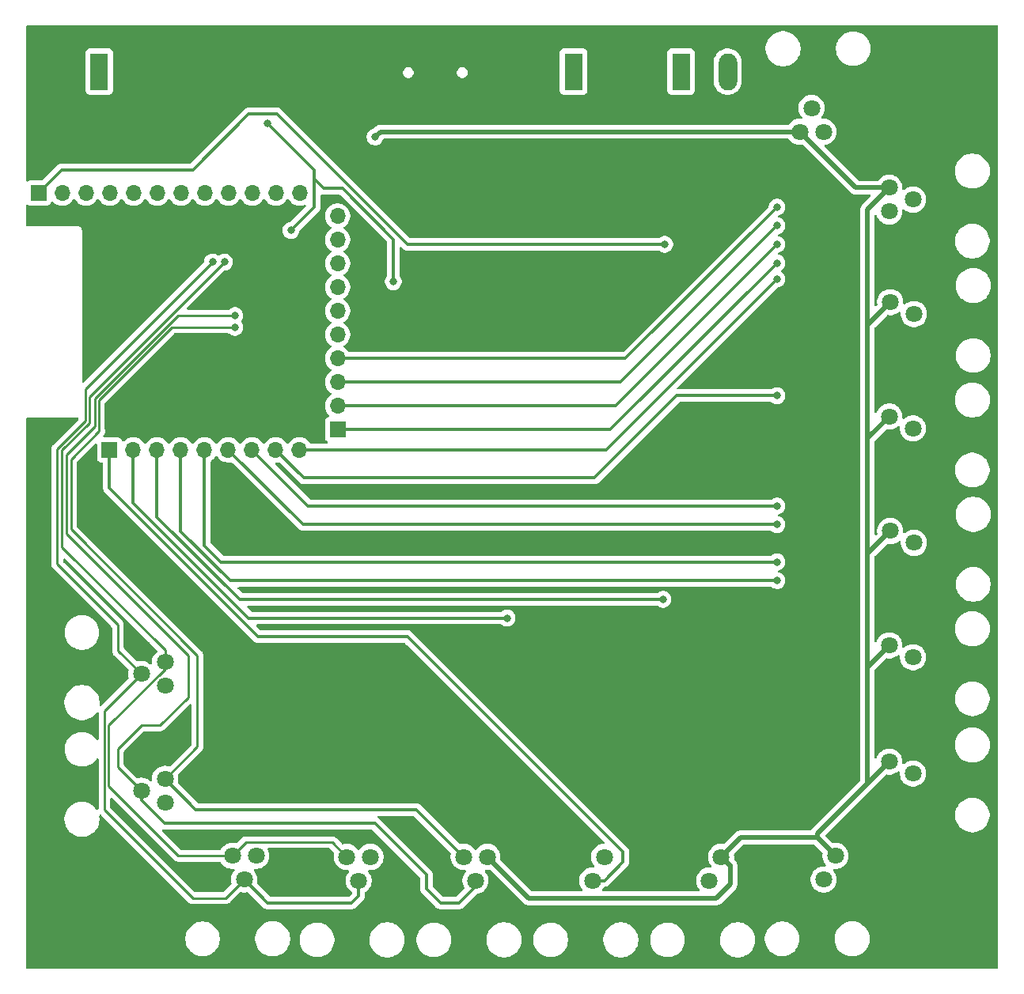
<source format=gbr>
%TF.GenerationSoftware,KiCad,Pcbnew,9.0.2-9.0.2-0~ubuntu24.04.1*%
%TF.CreationDate,2025-07-05T10:39:13-05:00*%
%TF.ProjectId,RECUV01,52454355-5630-4312-9e6b-696361645f70,rev?*%
%TF.SameCoordinates,Original*%
%TF.FileFunction,Copper,L2,Bot*%
%TF.FilePolarity,Positive*%
%FSLAX46Y46*%
G04 Gerber Fmt 4.6, Leading zero omitted, Abs format (unit mm)*
G04 Created by KiCad (PCBNEW 9.0.2-9.0.2-0~ubuntu24.04.1) date 2025-07-05 10:39:13*
%MOMM*%
%LPD*%
G01*
G04 APERTURE LIST*
G04 Aperture macros list*
%AMRoundRect*
0 Rectangle with rounded corners*
0 $1 Rounding radius*
0 $2 $3 $4 $5 $6 $7 $8 $9 X,Y pos of 4 corners*
0 Add a 4 corners polygon primitive as box body*
4,1,4,$2,$3,$4,$5,$6,$7,$8,$9,$2,$3,0*
0 Add four circle primitives for the rounded corners*
1,1,$1+$1,$2,$3*
1,1,$1+$1,$4,$5*
1,1,$1+$1,$6,$7*
1,1,$1+$1,$8,$9*
0 Add four rect primitives between the rounded corners*
20,1,$1+$1,$2,$3,$4,$5,0*
20,1,$1+$1,$4,$5,$6,$7,0*
20,1,$1+$1,$6,$7,$8,$9,0*
20,1,$1+$1,$8,$9,$2,$3,0*%
G04 Aperture macros list end*
%TA.AperFunction,ComponentPad*%
%ADD10R,1.700000X1.700000*%
%TD*%
%TA.AperFunction,ComponentPad*%
%ADD11O,1.700000X1.700000*%
%TD*%
%TA.AperFunction,ComponentPad*%
%ADD12RoundRect,0.250000X-0.650000X-0.650000X0.650000X-0.650000X0.650000X0.650000X-0.650000X0.650000X0*%
%TD*%
%TA.AperFunction,ComponentPad*%
%ADD13C,1.800000*%
%TD*%
%TA.AperFunction,ComponentPad*%
%ADD14RoundRect,0.250000X0.650000X-0.650000X0.650000X0.650000X-0.650000X0.650000X-0.650000X-0.650000X0*%
%TD*%
%TA.AperFunction,ComponentPad*%
%ADD15R,1.980000X3.960000*%
%TD*%
%TA.AperFunction,ComponentPad*%
%ADD16O,1.980000X3.960000*%
%TD*%
%TA.AperFunction,HeatsinkPad*%
%ADD17O,1.000000X2.100000*%
%TD*%
%TA.AperFunction,HeatsinkPad*%
%ADD18O,1.000000X1.600000*%
%TD*%
%TA.AperFunction,ComponentPad*%
%ADD19RoundRect,0.250000X-0.650000X0.650000X-0.650000X-0.650000X0.650000X-0.650000X0.650000X0.650000X0*%
%TD*%
%TA.AperFunction,ComponentPad*%
%ADD20RoundRect,0.250000X0.650000X0.650000X-0.650000X0.650000X-0.650000X-0.650000X0.650000X-0.650000X0*%
%TD*%
%TA.AperFunction,ViaPad*%
%ADD21C,0.800000*%
%TD*%
%TA.AperFunction,Conductor*%
%ADD22C,0.250000*%
%TD*%
%TA.AperFunction,Conductor*%
%ADD23C,0.350000*%
%TD*%
%TA.AperFunction,Conductor*%
%ADD24C,0.500000*%
%TD*%
G04 APERTURE END LIST*
D10*
%TO.P,J7,1,Pin_1*%
%TO.N,GPIO03*%
X103340000Y-78770000D03*
D11*
%TO.P,J7,2,Pin_2*%
%TO.N,GPIO09*%
X103340000Y-76230000D03*
%TO.P,J7,3,Pin_3*%
%TO.N,GPIO10*%
X103340000Y-73690000D03*
%TO.P,J7,4,Pin_4*%
%TO.N,GPIO11*%
X103340000Y-71150000D03*
%TO.P,J7,5,Pin_5*%
%TO.N,GPIO12*%
X103340000Y-68610000D03*
%TO.P,J7,6,Pin_6*%
%TO.N,GPIO13*%
X103340000Y-66070000D03*
%TO.P,J7,7,Pin_7*%
%TO.N,GPIO14*%
X103340000Y-63530000D03*
%TO.P,J7,8,Pin_8*%
%TO.N,GPIO21*%
X103340000Y-60990000D03*
%TO.P,J7,9,Pin_9*%
%TO.N,GPIO47*%
X103340000Y-58450000D03*
%TO.P,J7,10,Pin_10*%
%TO.N,GPIO48*%
X103340000Y-55910000D03*
%TD*%
D12*
%TO.P,BUS_I2C_1_1,1*%
%TO.N,GND*%
X103050000Y-127060000D03*
D13*
%TO.P,BUS_I2C_1_1,2*%
%TO.N,GPIO36*%
X104320000Y-124520000D03*
%TO.P,BUS_I2C_1_1,3*%
%TO.N,GPIO37*%
X105590000Y-127060000D03*
%TO.P,BUS_I2C_1_1,4*%
%TO.N,3V3*%
X106860000Y-124520000D03*
%TD*%
D12*
%TO.P,FC28_1,1*%
%TO.N,GND*%
X152800000Y-126950000D03*
D13*
%TO.P,FC28_1,2*%
X154070000Y-124410000D03*
%TO.P,FC28_1,3*%
%TO.N,GPIO07*%
X155340000Y-126950000D03*
%TO.P,FC28_1,4*%
%TO.N,3V3*%
X156610000Y-124410000D03*
%TD*%
D10*
%TO.P,J6,1,Pin_1*%
%TO.N,GPIO04*%
X78940000Y-80950000D03*
D11*
%TO.P,J6,2,Pin_2*%
%TO.N,GPIO05*%
X81480000Y-80950000D03*
%TO.P,J6,3,Pin_3*%
%TO.N,GPIO06*%
X84020000Y-80950000D03*
%TO.P,J6,4,Pin_4*%
%TO.N,GPIO07*%
X86560000Y-80950000D03*
%TO.P,J6,5,Pin_5*%
%TO.N,GPIO15*%
X89100000Y-80950000D03*
%TO.P,J6,6,Pin_6*%
%TO.N,GPIO16*%
X91640000Y-80950000D03*
%TO.P,J6,7,Pin_7*%
%TO.N,GPIO17*%
X94180000Y-80950000D03*
%TO.P,J6,8,Pin_8*%
%TO.N,GPIO18*%
X96720000Y-80950000D03*
%TO.P,J6,9,Pin_9*%
%TO.N,GPIO08*%
X99260000Y-80950000D03*
%TD*%
D14*
%TO.P,PLUVIOMETER_2,1*%
%TO.N,GND*%
X164900000Y-81190000D03*
D13*
%TO.P,PLUVIOMETER_2,2*%
X162360000Y-79920000D03*
%TO.P,PLUVIOMETER_2,3*%
%TO.N,GPIO18*%
X164900000Y-78650000D03*
%TO.P,PLUVIOMETER_2,4*%
%TO.N,3V3*%
X162360000Y-77380000D03*
%TD*%
D15*
%TO.P,J4,1,Pin_1*%
%TO.N,/-P*%
X140075000Y-40450000D03*
D16*
%TO.P,J4,2,Pin_2*%
%TO.N,/+P*%
X145075000Y-40450000D03*
%TD*%
D14*
%TO.P,HX711_1,1*%
%TO.N,GND*%
X164900000Y-56690000D03*
D13*
%TO.P,HX711_1,2*%
%TO.N,GPIO09*%
X162360000Y-55420000D03*
%TO.P,HX711_1,3*%
%TO.N,GPIO03*%
X164900000Y-54150000D03*
%TO.P,HX711_1,4*%
%TO.N,3V3*%
X162360000Y-52880000D03*
%TD*%
D15*
%TO.P,J3,1,Pin_1*%
%TO.N,VBAT*%
X77840000Y-40450000D03*
D16*
%TO.P,J3,2,Pin_2*%
%TO.N,GND*%
X82840000Y-40450000D03*
%TD*%
D17*
%TO.P,J1,S1,SHIELD*%
%TO.N,GND*%
X118110000Y-41055000D03*
D18*
X118110000Y-36875000D03*
D17*
X109470000Y-41055000D03*
D18*
X109470000Y-36875000D03*
%TD*%
D14*
%TO.P,DS18B20_1,1*%
%TO.N,GND*%
X164900000Y-118140000D03*
D13*
%TO.P,DS18B20_1,2*%
X162360000Y-116870000D03*
%TO.P,DS18B20_1,3*%
%TO.N,GPIO15*%
X164900000Y-115600000D03*
%TO.P,DS18B20_1,4*%
%TO.N,3V3*%
X162360000Y-114330000D03*
%TD*%
D10*
%TO.P,J5,1,Pin_1*%
%TO.N,GPIO01*%
X71340000Y-53450000D03*
D11*
%TO.P,J5,2,Pin_2*%
%TO.N,GPIO02*%
X73880000Y-53450000D03*
%TO.P,J5,3,Pin_3*%
%TO.N,U0TXD*%
X76420000Y-53450000D03*
%TO.P,J5,4,Pin_4*%
%TO.N,U0RXD*%
X78960000Y-53450000D03*
%TO.P,J5,5,Pin_5*%
%TO.N,GPIO42*%
X81500000Y-53450000D03*
%TO.P,J5,6,Pin_6*%
%TO.N,GPIO41*%
X84040000Y-53450000D03*
%TO.P,J5,7,Pin_7*%
%TO.N,GPIO40*%
X86580000Y-53450000D03*
%TO.P,J5,8,Pin_8*%
%TO.N,GPIO39*%
X89120000Y-53450000D03*
%TO.P,J5,9,Pin_9*%
%TO.N,GPIO38*%
X91660000Y-53450000D03*
%TO.P,J5,10,Pin_10*%
%TO.N,GPIO37*%
X94200000Y-53450000D03*
%TO.P,J5,11,Pin_11*%
%TO.N,GPIO36*%
X96740000Y-53450000D03*
%TO.P,J5,12,Pin_12*%
%TO.N,GPIO35*%
X99280000Y-53450000D03*
%TD*%
D12*
%TO.P,PLUVIOMETER_1,1*%
%TO.N,GND*%
X140550000Y-127060000D03*
D13*
%TO.P,PLUVIOMETER_1,2*%
X141820000Y-124520000D03*
%TO.P,PLUVIOMETER_1,3*%
%TO.N,GPIO06*%
X143090000Y-127060000D03*
%TO.P,PLUVIOMETER_1,4*%
%TO.N,3V3*%
X144360000Y-124520000D03*
%TD*%
D19*
%TO.P,BUS_I2C_1_3,1*%
%TO.N,GND*%
X82340000Y-102410000D03*
D13*
%TO.P,BUS_I2C_1_3,2*%
%TO.N,GPIO36*%
X84880000Y-103680000D03*
%TO.P,BUS_I2C_1_3,3*%
%TO.N,GPIO37*%
X82340000Y-104950000D03*
%TO.P,BUS_I2C_1_3,4*%
%TO.N,3V3*%
X84880000Y-106220000D03*
%TD*%
D15*
%TO.P,J2,1,Pin_1*%
%TO.N,+5V*%
X128575000Y-40450000D03*
D16*
%TO.P,J2,2,Pin_2*%
%TO.N,GND*%
X133575000Y-40450000D03*
%TD*%
D19*
%TO.P,BUS_I2C_2_2,1*%
%TO.N,GND*%
X82340000Y-114910000D03*
D13*
%TO.P,BUS_I2C_2_2,2*%
%TO.N,GPIO12*%
X84880000Y-116180000D03*
%TO.P,BUS_I2C_2_2,3*%
%TO.N,GPIO13*%
X82340000Y-117450000D03*
%TO.P,BUS_I2C_2_2,4*%
%TO.N,3V3*%
X84880000Y-118720000D03*
%TD*%
D14*
%TO.P,DHT22_1,1*%
%TO.N,GND*%
X165000000Y-93440000D03*
D13*
%TO.P,DHT22_1,2*%
X162460000Y-92170000D03*
%TO.P,DHT22_1,3*%
%TO.N,GPIO17*%
X165000000Y-90900000D03*
%TO.P,DHT22_1,4*%
%TO.N,3V3*%
X162460000Y-89630000D03*
%TD*%
D20*
%TO.P,HX711_2,1*%
%TO.N,GND*%
X156590000Y-44350000D03*
D13*
%TO.P,HX711_2,2*%
%TO.N,GPIO11*%
X155320000Y-46890000D03*
%TO.P,HX711_2,3*%
%TO.N,GPIO10*%
X154050000Y-44350000D03*
%TO.P,HX711_2,4*%
%TO.N,3V3*%
X152780000Y-46890000D03*
%TD*%
D12*
%TO.P,BUS_I2C_1_2,1*%
%TO.N,GND*%
X90800000Y-126950000D03*
D13*
%TO.P,BUS_I2C_1_2,2*%
%TO.N,GPIO36*%
X92070000Y-124410000D03*
%TO.P,BUS_I2C_1_2,3*%
%TO.N,GPIO37*%
X93340000Y-126950000D03*
%TO.P,BUS_I2C_1_2,4*%
%TO.N,3V3*%
X94610000Y-124410000D03*
%TD*%
D12*
%TO.P,W_SPEED_1/W_DIR_1,1*%
%TO.N,GND*%
X128050000Y-127060000D03*
D13*
%TO.P,W_SPEED_1/W_DIR_1,2*%
X129320000Y-124520000D03*
%TO.P,W_SPEED_1/W_DIR_1,3*%
%TO.N,GPIO04*%
X130590000Y-127060000D03*
%TO.P,W_SPEED_1/W_DIR_1,4*%
%TO.N,GPIO05*%
X131860000Y-124520000D03*
%TD*%
D12*
%TO.P,BUS_I2C_2_1,1*%
%TO.N,GND*%
X115550000Y-127060000D03*
D13*
%TO.P,BUS_I2C_2_1,2*%
%TO.N,GPIO12*%
X116820000Y-124520000D03*
%TO.P,BUS_I2C_2_1,3*%
%TO.N,GPIO13*%
X118090000Y-127060000D03*
%TO.P,BUS_I2C_2_1,4*%
%TO.N,3V3*%
X119360000Y-124520000D03*
%TD*%
D14*
%TO.P,DAVIS6450_1,1*%
%TO.N,GND*%
X164900000Y-105690000D03*
D13*
%TO.P,DAVIS6450_1,2*%
X162360000Y-104420000D03*
%TO.P,DAVIS6450_1,3*%
%TO.N,GPIO16*%
X164900000Y-103150000D03*
%TO.P,DAVIS6450_1,4*%
%TO.N,3V3*%
X162360000Y-101880000D03*
%TD*%
D14*
%TO.P,PLUVIOMETER_3,1*%
%TO.N,GND*%
X165000000Y-68940000D03*
D13*
%TO.P,PLUVIOMETER_3,2*%
X162460000Y-67670000D03*
%TO.P,PLUVIOMETER_3,3*%
%TO.N,GPIO08*%
X165000000Y-66400000D03*
%TO.P,PLUVIOMETER_3,4*%
%TO.N,3V3*%
X162460000Y-65130000D03*
%TD*%
D21*
%TO.N,GPIO36*%
X91230000Y-60840000D03*
%TO.N,GPIO37*%
X89960000Y-60830000D03*
%TO.N,GND*%
X91340000Y-86950000D03*
X123340000Y-60950000D03*
X115500000Y-66000000D03*
X130340000Y-54450000D03*
X71000000Y-50500000D03*
X118340000Y-51450000D03*
%TO.N,3V3*%
X107340000Y-47450000D03*
%TO.N,GPIO12*%
X92340000Y-67835000D03*
%TO.N,GPIO13*%
X92340000Y-66565000D03*
%TO.N,GPIO06*%
X138140000Y-96950000D03*
%TO.N,GPIO18*%
X150340000Y-75150000D03*
%TO.N,GPIO08*%
X150340000Y-62650000D03*
%TO.N,GPIO16*%
X150340000Y-88950000D03*
%TO.N,GPIO17*%
X150340000Y-86950000D03*
%TO.N,GPIO15*%
X150340000Y-92950000D03*
%TO.N,GPIO07*%
X150340000Y-94950000D03*
%TO.N,GPIO03*%
X150340000Y-60950000D03*
%TO.N,GPIO09*%
X150340000Y-58950000D03*
%TO.N,GPIO10*%
X150340000Y-56950000D03*
%TO.N,GPIO11*%
X150340000Y-54950000D03*
%TO.N,GPIO05*%
X121465000Y-98950000D03*
%TO.N,GPIO01*%
X138340000Y-58950000D03*
%TO.N,GPIO00*%
X95840000Y-45950000D03*
X109290000Y-62950000D03*
X98340000Y-57450000D03*
%TD*%
D22*
%TO.N,GPIO36*%
X76790000Y-75280000D02*
X91230000Y-60840000D01*
X73840000Y-80989785D02*
X76790000Y-78039785D01*
X93530000Y-122950000D02*
X102750000Y-122950000D01*
X84880000Y-103680000D02*
X84880000Y-104410000D01*
X84880000Y-104410000D02*
X78840000Y-110450000D01*
X76790000Y-78039785D02*
X76790000Y-75280000D01*
X78840000Y-110450000D02*
X78840000Y-116950000D01*
X84880000Y-102407208D02*
X73840000Y-91367208D01*
X78840000Y-116950000D02*
X86300000Y-124410000D01*
X84880000Y-103680000D02*
X84880000Y-102407208D01*
X73840000Y-91367208D02*
X73840000Y-80989785D01*
X86300000Y-124410000D02*
X92070000Y-124410000D01*
X92070000Y-124410000D02*
X93530000Y-122950000D01*
X102750000Y-122950000D02*
X104320000Y-124520000D01*
%TO.N,GPIO37*%
X76340000Y-74450000D02*
X89960000Y-60830000D01*
X91340000Y-128950000D02*
X93340000Y-126950000D01*
X79840000Y-99681928D02*
X73340000Y-93181928D01*
X73340000Y-80853389D02*
X76340000Y-77853389D01*
X82340000Y-104950000D02*
X78390000Y-108900000D01*
X78390000Y-119500000D02*
X87840000Y-128950000D01*
X87840000Y-128950000D02*
X91340000Y-128950000D01*
D23*
X105590000Y-127060000D02*
X105590000Y-128700000D01*
D22*
X73340000Y-93181928D02*
X73340000Y-80853389D01*
X76340000Y-77853389D02*
X76340000Y-74450000D01*
X79840000Y-102450000D02*
X79840000Y-99681928D01*
X78390000Y-108900000D02*
X78390000Y-119500000D01*
D23*
X104840000Y-129450000D02*
X95840000Y-129450000D01*
X105590000Y-128700000D02*
X104840000Y-129450000D01*
D22*
X82340000Y-104950000D02*
X79840000Y-102450000D01*
D23*
X95840000Y-129450000D02*
X93340000Y-126950000D01*
D24*
%TO.N,3V3*%
X162360000Y-114330000D02*
X160040000Y-116650000D01*
D23*
X145290000Y-125450000D02*
X145340000Y-125450000D01*
D24*
X162360000Y-101880000D02*
X160040000Y-104200000D01*
X162360000Y-52880000D02*
X158770000Y-52880000D01*
X152780000Y-46890000D02*
X107900000Y-46890000D01*
X160040000Y-79700000D02*
X160040000Y-92050000D01*
X146430000Y-122450000D02*
X154650000Y-122450000D01*
X145840000Y-123040000D02*
X146430000Y-122450000D01*
X156610000Y-124410000D02*
X154650000Y-122450000D01*
X144360000Y-124520000D02*
X145290000Y-125450000D01*
X162360000Y-77380000D02*
X160040000Y-79700000D01*
X143840000Y-128950000D02*
X123790000Y-128950000D01*
X158770000Y-52880000D02*
X152780000Y-46890000D01*
X160040000Y-116650000D02*
X154650000Y-122040000D01*
X160040000Y-92050000D02*
X160040000Y-104200000D01*
X123790000Y-128950000D02*
X119360000Y-124520000D01*
X160040000Y-67550000D02*
X160040000Y-55200000D01*
X160040000Y-79700000D02*
X160040000Y-67550000D01*
X154650000Y-122040000D02*
X154650000Y-122450000D01*
X145340000Y-127450000D02*
X143840000Y-128950000D01*
X162460000Y-89630000D02*
X160040000Y-92050000D01*
X160040000Y-67550000D02*
X162460000Y-65130000D01*
X107900000Y-46890000D02*
X107340000Y-47450000D01*
X160040000Y-104200000D02*
X160040000Y-116650000D01*
X145340000Y-125450000D02*
X145340000Y-127450000D01*
X160040000Y-55200000D02*
X162360000Y-52880000D01*
X145840000Y-123040000D02*
X144360000Y-124520000D01*
D22*
%TO.N,GPIO12*%
X85591396Y-67835000D02*
X77790000Y-75636396D01*
X74840000Y-81950000D02*
X74840000Y-89450000D01*
X88340000Y-112720000D02*
X84880000Y-116180000D01*
X74840000Y-89450000D02*
X88340000Y-102950000D01*
D23*
X88150000Y-119450000D02*
X84880000Y-116180000D01*
X111750000Y-119450000D02*
X88150000Y-119450000D01*
D22*
X77790000Y-75636396D02*
X77790000Y-78900000D01*
X77840000Y-78950000D02*
X74840000Y-81950000D01*
X88340000Y-102950000D02*
X88340000Y-112720000D01*
D23*
X116820000Y-124520000D02*
X111750000Y-119450000D01*
D22*
X77790000Y-78900000D02*
X77840000Y-78950000D01*
X92340000Y-67835000D02*
X85591396Y-67835000D01*
%TO.N,GPIO13*%
X77340000Y-75450000D02*
X77340000Y-78450000D01*
X86225000Y-66565000D02*
X77340000Y-75450000D01*
X92340000Y-66565000D02*
X86225000Y-66565000D01*
D23*
X118090000Y-127700000D02*
X116340000Y-129450000D01*
D22*
X79840000Y-114950000D02*
X82340000Y-117450000D01*
X77340000Y-78450000D02*
X74340000Y-81450000D01*
D23*
X114340000Y-129450000D02*
X112840000Y-127950000D01*
D22*
X79840000Y-112950000D02*
X79840000Y-114950000D01*
D23*
X107340000Y-120950000D02*
X84840000Y-120950000D01*
D22*
X74340000Y-89950000D02*
X87340000Y-102950000D01*
D23*
X118090000Y-127060000D02*
X118090000Y-127700000D01*
D22*
X84340000Y-110450000D02*
X82340000Y-110450000D01*
D23*
X112840000Y-126450000D02*
X107340000Y-120950000D01*
D22*
X74340000Y-81450000D02*
X74340000Y-89950000D01*
X87340000Y-107450000D02*
X84340000Y-110450000D01*
X87340000Y-102950000D02*
X87340000Y-107450000D01*
D23*
X82340000Y-118450000D02*
X82340000Y-117450000D01*
D22*
X82340000Y-110450000D02*
X79840000Y-112950000D01*
D23*
X84840000Y-120950000D02*
X82340000Y-118450000D01*
X112840000Y-127950000D02*
X112840000Y-126450000D01*
X116340000Y-129450000D02*
X114340000Y-129450000D01*
%TO.N,GPIO04*%
X133840000Y-123950000D02*
X110840000Y-100950000D01*
X110840000Y-100950000D02*
X94840000Y-100950000D01*
X94840000Y-100950000D02*
X78940000Y-85050000D01*
X131862792Y-127060000D02*
X133840000Y-125082792D01*
X133840000Y-125082792D02*
X133840000Y-123950000D01*
X130590000Y-127060000D02*
X131862792Y-127060000D01*
X78940000Y-85050000D02*
X78940000Y-80950000D01*
%TO.N,GPIO06*%
X92840000Y-96950000D02*
X84020000Y-88130000D01*
X138140000Y-96950000D02*
X92840000Y-96950000D01*
X84020000Y-88130000D02*
X84020000Y-80950000D01*
%TO.N,GPIO18*%
X99720000Y-83950000D02*
X96720000Y-80950000D01*
X150340000Y-75150000D02*
X139640000Y-75150000D01*
X139640000Y-75150000D02*
X130840000Y-83950000D01*
X130840000Y-83950000D02*
X99720000Y-83950000D01*
%TO.N,GPIO08*%
X132040000Y-80950000D02*
X99260000Y-80950000D01*
X150340000Y-62650000D02*
X132040000Y-80950000D01*
%TO.N,GPIO16*%
X150340000Y-88950000D02*
X99640000Y-88950000D01*
X99640000Y-88950000D02*
X91640000Y-80950000D01*
%TO.N,GPIO17*%
X150340000Y-86950000D02*
X100180000Y-86950000D01*
X100180000Y-86950000D02*
X94180000Y-80950000D01*
%TO.N,GPIO15*%
X150340000Y-92950000D02*
X90840000Y-92950000D01*
X90840000Y-92950000D02*
X89100000Y-91210000D01*
X89100000Y-91210000D02*
X89100000Y-80950000D01*
%TO.N,GPIO07*%
X150340000Y-94950000D02*
X91840000Y-94950000D01*
X86560000Y-89670000D02*
X86560000Y-80950000D01*
X91840000Y-94950000D02*
X86560000Y-89670000D01*
%TO.N,GPIO03*%
X150340000Y-60950000D02*
X132520000Y-78770000D01*
X132520000Y-78770000D02*
X103340000Y-78770000D01*
%TO.N,GPIO09*%
X133060000Y-76230000D02*
X103340000Y-76230000D01*
X150340000Y-58950000D02*
X133060000Y-76230000D01*
%TO.N,GPIO10*%
X133600000Y-73690000D02*
X103340000Y-73690000D01*
X150340000Y-56950000D02*
X133600000Y-73690000D01*
%TO.N,GPIO11*%
X150340000Y-54950000D02*
X134140000Y-71150000D01*
X134140000Y-71150000D02*
X103340000Y-71150000D01*
%TO.N,GPIO05*%
X81480000Y-86590000D02*
X81480000Y-80950000D01*
X121465000Y-98950000D02*
X93840000Y-98950000D01*
X93840000Y-98950000D02*
X81480000Y-86590000D01*
%TO.N,GPIO01*%
X73840000Y-50950000D02*
X71340000Y-53450000D01*
X110840000Y-58950000D02*
X96840000Y-44950000D01*
X87840000Y-50950000D02*
X73840000Y-50950000D01*
X138340000Y-58950000D02*
X110840000Y-58950000D01*
X93840000Y-44950000D02*
X87840000Y-50950000D01*
X96840000Y-44950000D02*
X93840000Y-44950000D01*
%TO.N,GPIO00*%
X100840000Y-50950000D02*
X100840000Y-51950000D01*
X100840000Y-54950000D02*
X98340000Y-57450000D01*
X101840000Y-52950000D02*
X100840000Y-51950000D01*
X109290000Y-62950000D02*
X109290000Y-58400000D01*
X103840000Y-52950000D02*
X101840000Y-52950000D01*
X95840000Y-45950000D02*
X100840000Y-50950000D01*
X109290000Y-58400000D02*
X103840000Y-52950000D01*
X100840000Y-51950000D02*
X100840000Y-54950000D01*
%TD*%
%TA.AperFunction,Conductor*%
%TO.N,GND*%
G36*
X173942539Y-35520185D02*
G01*
X173988294Y-35572989D01*
X173999500Y-35624500D01*
X173999500Y-136375500D01*
X173979815Y-136442539D01*
X173927011Y-136488294D01*
X173875500Y-136499500D01*
X70124500Y-136499500D01*
X70057461Y-136479815D01*
X70011706Y-136427011D01*
X70000500Y-136375500D01*
X70000500Y-133178711D01*
X87039500Y-133178711D01*
X87039500Y-133421288D01*
X87071161Y-133661785D01*
X87133947Y-133896104D01*
X87226773Y-134120205D01*
X87226776Y-134120212D01*
X87348064Y-134330289D01*
X87348066Y-134330292D01*
X87348067Y-134330293D01*
X87495733Y-134522736D01*
X87495739Y-134522743D01*
X87667256Y-134694260D01*
X87667263Y-134694266D01*
X87691811Y-134713102D01*
X87859711Y-134841936D01*
X88069788Y-134963224D01*
X88293900Y-135056054D01*
X88528211Y-135118838D01*
X88708586Y-135142584D01*
X88768711Y-135150500D01*
X88768712Y-135150500D01*
X89011289Y-135150500D01*
X89065166Y-135143407D01*
X89251789Y-135118838D01*
X89486100Y-135056054D01*
X89710212Y-134963224D01*
X89920289Y-134841936D01*
X90112738Y-134694265D01*
X90284265Y-134522738D01*
X90431936Y-134330289D01*
X90553224Y-134120212D01*
X90646054Y-133896100D01*
X90708838Y-133661789D01*
X90740500Y-133421288D01*
X90740500Y-133178712D01*
X90740283Y-133177065D01*
X94514500Y-133177065D01*
X94514500Y-133422934D01*
X94528766Y-133531288D01*
X94546591Y-133666677D01*
X94610222Y-133904152D01*
X94610225Y-133904162D01*
X94699717Y-134120214D01*
X94704306Y-134131292D01*
X94827233Y-134344208D01*
X94827235Y-134344211D01*
X94827236Y-134344212D01*
X94976897Y-134539254D01*
X94976903Y-134539261D01*
X95150738Y-134713096D01*
X95150744Y-134713101D01*
X95345792Y-134862767D01*
X95558708Y-134985694D01*
X95785847Y-135079778D01*
X96023323Y-135143409D01*
X96267073Y-135175500D01*
X96267080Y-135175500D01*
X96512920Y-135175500D01*
X96512927Y-135175500D01*
X96756677Y-135143409D01*
X96994153Y-135079778D01*
X97221292Y-134985694D01*
X97434208Y-134862767D01*
X97629256Y-134713101D01*
X97803101Y-134539256D01*
X97952767Y-134344208D01*
X98075694Y-134131292D01*
X98169778Y-133904153D01*
X98233409Y-133666677D01*
X98265500Y-133422927D01*
X98265500Y-133288711D01*
X99289500Y-133288711D01*
X99289500Y-133531288D01*
X99321161Y-133771785D01*
X99383947Y-134006104D01*
X99431213Y-134120214D01*
X99476776Y-134230212D01*
X99598064Y-134440289D01*
X99598066Y-134440292D01*
X99598067Y-134440293D01*
X99745733Y-134632736D01*
X99745739Y-134632743D01*
X99917256Y-134804260D01*
X99917263Y-134804266D01*
X99941811Y-134823102D01*
X100109711Y-134951936D01*
X100319788Y-135073224D01*
X100543900Y-135166054D01*
X100778211Y-135228838D01*
X100958586Y-135252584D01*
X101018711Y-135260500D01*
X101018712Y-135260500D01*
X101261289Y-135260500D01*
X101315166Y-135253407D01*
X101501789Y-135228838D01*
X101736100Y-135166054D01*
X101960212Y-135073224D01*
X102170289Y-134951936D01*
X102362738Y-134804265D01*
X102534265Y-134632738D01*
X102681936Y-134440289D01*
X102803224Y-134230212D01*
X102896054Y-134006100D01*
X102958838Y-133771789D01*
X102990500Y-133531288D01*
X102990500Y-133288712D01*
X102990283Y-133287065D01*
X106764500Y-133287065D01*
X106764500Y-133532934D01*
X106782109Y-133666677D01*
X106796591Y-133776677D01*
X106860222Y-134014152D01*
X106860225Y-134014162D01*
X106949717Y-134230214D01*
X106954306Y-134241292D01*
X107077233Y-134454208D01*
X107077235Y-134454211D01*
X107077236Y-134454212D01*
X107226897Y-134649254D01*
X107226903Y-134649261D01*
X107400738Y-134823096D01*
X107400745Y-134823102D01*
X107515335Y-134911030D01*
X107595792Y-134972767D01*
X107808708Y-135095694D01*
X108035847Y-135189778D01*
X108273323Y-135253409D01*
X108517073Y-135285500D01*
X108517080Y-135285500D01*
X108762920Y-135285500D01*
X108762927Y-135285500D01*
X109006677Y-135253409D01*
X109244153Y-135189778D01*
X109471292Y-135095694D01*
X109684208Y-134972767D01*
X109879256Y-134823101D01*
X110053101Y-134649256D01*
X110202767Y-134454208D01*
X110325694Y-134241292D01*
X110419778Y-134014153D01*
X110483409Y-133776677D01*
X110515500Y-133532927D01*
X110515500Y-133288711D01*
X111789500Y-133288711D01*
X111789500Y-133531288D01*
X111821161Y-133771785D01*
X111883947Y-134006104D01*
X111931213Y-134120214D01*
X111976776Y-134230212D01*
X112098064Y-134440289D01*
X112098066Y-134440292D01*
X112098067Y-134440293D01*
X112245733Y-134632736D01*
X112245739Y-134632743D01*
X112417256Y-134804260D01*
X112417263Y-134804266D01*
X112441811Y-134823102D01*
X112609711Y-134951936D01*
X112819788Y-135073224D01*
X113043900Y-135166054D01*
X113278211Y-135228838D01*
X113458586Y-135252584D01*
X113518711Y-135260500D01*
X113518712Y-135260500D01*
X113761289Y-135260500D01*
X113815166Y-135253407D01*
X114001789Y-135228838D01*
X114236100Y-135166054D01*
X114460212Y-135073224D01*
X114670289Y-134951936D01*
X114862738Y-134804265D01*
X115034265Y-134632738D01*
X115181936Y-134440289D01*
X115303224Y-134230212D01*
X115396054Y-134006100D01*
X115458838Y-133771789D01*
X115490500Y-133531288D01*
X115490500Y-133288712D01*
X115490283Y-133287065D01*
X119264500Y-133287065D01*
X119264500Y-133532934D01*
X119282109Y-133666677D01*
X119296591Y-133776677D01*
X119360222Y-134014152D01*
X119360225Y-134014162D01*
X119449717Y-134230214D01*
X119454306Y-134241292D01*
X119577233Y-134454208D01*
X119577235Y-134454211D01*
X119577236Y-134454212D01*
X119726897Y-134649254D01*
X119726903Y-134649261D01*
X119900738Y-134823096D01*
X119900745Y-134823102D01*
X120015335Y-134911030D01*
X120095792Y-134972767D01*
X120308708Y-135095694D01*
X120535847Y-135189778D01*
X120773323Y-135253409D01*
X121017073Y-135285500D01*
X121017080Y-135285500D01*
X121262920Y-135285500D01*
X121262927Y-135285500D01*
X121506677Y-135253409D01*
X121744153Y-135189778D01*
X121971292Y-135095694D01*
X122184208Y-134972767D01*
X122379256Y-134823101D01*
X122553101Y-134649256D01*
X122702767Y-134454208D01*
X122825694Y-134241292D01*
X122919778Y-134014153D01*
X122983409Y-133776677D01*
X123015500Y-133532927D01*
X123015500Y-133288711D01*
X124289500Y-133288711D01*
X124289500Y-133531288D01*
X124321161Y-133771785D01*
X124383947Y-134006104D01*
X124431213Y-134120214D01*
X124476776Y-134230212D01*
X124598064Y-134440289D01*
X124598066Y-134440292D01*
X124598067Y-134440293D01*
X124745733Y-134632736D01*
X124745739Y-134632743D01*
X124917256Y-134804260D01*
X124917263Y-134804266D01*
X124941811Y-134823102D01*
X125109711Y-134951936D01*
X125319788Y-135073224D01*
X125543900Y-135166054D01*
X125778211Y-135228838D01*
X125958586Y-135252584D01*
X126018711Y-135260500D01*
X126018712Y-135260500D01*
X126261289Y-135260500D01*
X126315166Y-135253407D01*
X126501789Y-135228838D01*
X126736100Y-135166054D01*
X126960212Y-135073224D01*
X127170289Y-134951936D01*
X127362738Y-134804265D01*
X127534265Y-134632738D01*
X127681936Y-134440289D01*
X127803224Y-134230212D01*
X127896054Y-134006100D01*
X127958838Y-133771789D01*
X127990500Y-133531288D01*
X127990500Y-133288712D01*
X127990283Y-133287065D01*
X131764500Y-133287065D01*
X131764500Y-133532934D01*
X131782109Y-133666677D01*
X131796591Y-133776677D01*
X131860222Y-134014152D01*
X131860225Y-134014162D01*
X131949717Y-134230214D01*
X131954306Y-134241292D01*
X132077233Y-134454208D01*
X132077235Y-134454211D01*
X132077236Y-134454212D01*
X132226897Y-134649254D01*
X132226903Y-134649261D01*
X132400738Y-134823096D01*
X132400745Y-134823102D01*
X132515335Y-134911030D01*
X132595792Y-134972767D01*
X132808708Y-135095694D01*
X133035847Y-135189778D01*
X133273323Y-135253409D01*
X133517073Y-135285500D01*
X133517080Y-135285500D01*
X133762920Y-135285500D01*
X133762927Y-135285500D01*
X134006677Y-135253409D01*
X134244153Y-135189778D01*
X134471292Y-135095694D01*
X134684208Y-134972767D01*
X134879256Y-134823101D01*
X135053101Y-134649256D01*
X135202767Y-134454208D01*
X135325694Y-134241292D01*
X135419778Y-134014153D01*
X135483409Y-133776677D01*
X135515500Y-133532927D01*
X135515500Y-133288711D01*
X136789500Y-133288711D01*
X136789500Y-133531288D01*
X136821161Y-133771785D01*
X136883947Y-134006104D01*
X136931213Y-134120214D01*
X136976776Y-134230212D01*
X137098064Y-134440289D01*
X137098066Y-134440292D01*
X137098067Y-134440293D01*
X137245733Y-134632736D01*
X137245739Y-134632743D01*
X137417256Y-134804260D01*
X137417263Y-134804266D01*
X137441811Y-134823102D01*
X137609711Y-134951936D01*
X137819788Y-135073224D01*
X138043900Y-135166054D01*
X138278211Y-135228838D01*
X138458586Y-135252584D01*
X138518711Y-135260500D01*
X138518712Y-135260500D01*
X138761289Y-135260500D01*
X138815166Y-135253407D01*
X139001789Y-135228838D01*
X139236100Y-135166054D01*
X139460212Y-135073224D01*
X139670289Y-134951936D01*
X139862738Y-134804265D01*
X140034265Y-134632738D01*
X140181936Y-134440289D01*
X140303224Y-134230212D01*
X140396054Y-134006100D01*
X140458838Y-133771789D01*
X140490500Y-133531288D01*
X140490500Y-133288712D01*
X140490283Y-133287065D01*
X144264500Y-133287065D01*
X144264500Y-133532934D01*
X144282109Y-133666677D01*
X144296591Y-133776677D01*
X144360222Y-134014152D01*
X144360225Y-134014162D01*
X144449717Y-134230214D01*
X144454306Y-134241292D01*
X144577233Y-134454208D01*
X144577235Y-134454211D01*
X144577236Y-134454212D01*
X144726897Y-134649254D01*
X144726903Y-134649261D01*
X144900738Y-134823096D01*
X144900745Y-134823102D01*
X145015335Y-134911030D01*
X145095792Y-134972767D01*
X145308708Y-135095694D01*
X145535847Y-135189778D01*
X145773323Y-135253409D01*
X146017073Y-135285500D01*
X146017080Y-135285500D01*
X146262920Y-135285500D01*
X146262927Y-135285500D01*
X146506677Y-135253409D01*
X146744153Y-135189778D01*
X146971292Y-135095694D01*
X147184208Y-134972767D01*
X147379256Y-134823101D01*
X147553101Y-134649256D01*
X147702767Y-134454208D01*
X147825694Y-134241292D01*
X147919778Y-134014153D01*
X147983409Y-133776677D01*
X148015500Y-133532927D01*
X148015500Y-133287073D01*
X148001234Y-133178711D01*
X149039500Y-133178711D01*
X149039500Y-133421288D01*
X149071161Y-133661785D01*
X149133947Y-133896104D01*
X149226773Y-134120205D01*
X149226776Y-134120212D01*
X149348064Y-134330289D01*
X149348066Y-134330292D01*
X149348067Y-134330293D01*
X149495733Y-134522736D01*
X149495739Y-134522743D01*
X149667256Y-134694260D01*
X149667263Y-134694266D01*
X149691811Y-134713102D01*
X149859711Y-134841936D01*
X150069788Y-134963224D01*
X150293900Y-135056054D01*
X150528211Y-135118838D01*
X150708586Y-135142584D01*
X150768711Y-135150500D01*
X150768712Y-135150500D01*
X151011289Y-135150500D01*
X151065166Y-135143407D01*
X151251789Y-135118838D01*
X151486100Y-135056054D01*
X151710212Y-134963224D01*
X151920289Y-134841936D01*
X152112738Y-134694265D01*
X152284265Y-134522738D01*
X152431936Y-134330289D01*
X152553224Y-134120212D01*
X152646054Y-133896100D01*
X152708838Y-133661789D01*
X152740500Y-133421288D01*
X152740500Y-133178712D01*
X152740283Y-133177065D01*
X156514500Y-133177065D01*
X156514500Y-133422934D01*
X156528766Y-133531288D01*
X156546591Y-133666677D01*
X156610222Y-133904152D01*
X156610225Y-133904162D01*
X156699717Y-134120214D01*
X156704306Y-134131292D01*
X156827233Y-134344208D01*
X156827235Y-134344211D01*
X156827236Y-134344212D01*
X156976897Y-134539254D01*
X156976903Y-134539261D01*
X157150738Y-134713096D01*
X157150744Y-134713101D01*
X157345792Y-134862767D01*
X157558708Y-134985694D01*
X157785847Y-135079778D01*
X158023323Y-135143409D01*
X158267073Y-135175500D01*
X158267080Y-135175500D01*
X158512920Y-135175500D01*
X158512927Y-135175500D01*
X158756677Y-135143409D01*
X158994153Y-135079778D01*
X159221292Y-134985694D01*
X159434208Y-134862767D01*
X159629256Y-134713101D01*
X159803101Y-134539256D01*
X159952767Y-134344208D01*
X160075694Y-134131292D01*
X160169778Y-133904153D01*
X160233409Y-133666677D01*
X160265500Y-133422927D01*
X160265500Y-133177073D01*
X160233409Y-132933323D01*
X160169778Y-132695847D01*
X160075694Y-132468708D01*
X159952767Y-132255792D01*
X159803101Y-132060744D01*
X159803096Y-132060738D01*
X159629261Y-131886903D01*
X159629254Y-131886897D01*
X159434212Y-131737236D01*
X159434211Y-131737235D01*
X159434208Y-131737233D01*
X159221292Y-131614306D01*
X159221285Y-131614303D01*
X158994162Y-131520225D01*
X158994155Y-131520223D01*
X158994153Y-131520222D01*
X158756677Y-131456591D01*
X158702817Y-131449500D01*
X158512934Y-131424500D01*
X158512927Y-131424500D01*
X158267073Y-131424500D01*
X158267065Y-131424500D01*
X158035059Y-131455045D01*
X158023323Y-131456591D01*
X157785847Y-131520222D01*
X157785837Y-131520225D01*
X157558714Y-131614303D01*
X157558705Y-131614307D01*
X157345787Y-131737236D01*
X157150745Y-131886897D01*
X157150738Y-131886903D01*
X156976903Y-132060738D01*
X156976897Y-132060745D01*
X156827236Y-132255787D01*
X156704307Y-132468705D01*
X156704303Y-132468714D01*
X156610225Y-132695837D01*
X156610222Y-132695847D01*
X156546592Y-132933320D01*
X156546590Y-132933331D01*
X156514500Y-133177065D01*
X152740283Y-133177065D01*
X152708838Y-132938211D01*
X152646054Y-132703900D01*
X152553224Y-132479788D01*
X152431936Y-132269711D01*
X152284265Y-132077262D01*
X152284260Y-132077256D01*
X152112743Y-131905739D01*
X152112736Y-131905733D01*
X151920293Y-131758067D01*
X151920292Y-131758066D01*
X151920289Y-131758064D01*
X151710212Y-131636776D01*
X151710205Y-131636773D01*
X151486104Y-131543947D01*
X151251785Y-131481161D01*
X151011289Y-131449500D01*
X151011288Y-131449500D01*
X150768712Y-131449500D01*
X150768711Y-131449500D01*
X150528214Y-131481161D01*
X150293895Y-131543947D01*
X150069794Y-131636773D01*
X150069785Y-131636777D01*
X149859706Y-131758067D01*
X149667263Y-131905733D01*
X149667256Y-131905739D01*
X149495739Y-132077256D01*
X149495733Y-132077263D01*
X149348067Y-132269706D01*
X149226777Y-132479785D01*
X149226773Y-132479794D01*
X149133947Y-132703895D01*
X149071161Y-132938214D01*
X149039500Y-133178711D01*
X148001234Y-133178711D01*
X147983409Y-133043323D01*
X147919778Y-132805847D01*
X147825694Y-132578708D01*
X147702767Y-132365792D01*
X147553101Y-132170744D01*
X147553096Y-132170738D01*
X147379261Y-131996903D01*
X147379254Y-131996897D01*
X147184212Y-131847236D01*
X147184211Y-131847235D01*
X147184208Y-131847233D01*
X147010206Y-131746773D01*
X146971294Y-131724307D01*
X146971285Y-131724303D01*
X146744162Y-131630225D01*
X146744155Y-131630223D01*
X146744153Y-131630222D01*
X146506677Y-131566591D01*
X146452817Y-131559500D01*
X146262934Y-131534500D01*
X146262927Y-131534500D01*
X146017073Y-131534500D01*
X146017065Y-131534500D01*
X145785059Y-131565045D01*
X145773323Y-131566591D01*
X145595258Y-131614303D01*
X145535847Y-131630222D01*
X145535837Y-131630225D01*
X145308714Y-131724303D01*
X145308705Y-131724307D01*
X145095787Y-131847236D01*
X144900745Y-131996897D01*
X144900738Y-131996903D01*
X144726903Y-132170738D01*
X144726897Y-132170745D01*
X144577236Y-132365787D01*
X144454307Y-132578705D01*
X144454303Y-132578714D01*
X144360225Y-132805837D01*
X144360222Y-132805847D01*
X144324756Y-132938211D01*
X144296592Y-133043320D01*
X144296590Y-133043331D01*
X144264500Y-133287065D01*
X140490283Y-133287065D01*
X140458838Y-133048211D01*
X140396054Y-132813900D01*
X140303224Y-132589788D01*
X140181936Y-132379711D01*
X140034265Y-132187262D01*
X140034260Y-132187256D01*
X139862743Y-132015739D01*
X139862736Y-132015733D01*
X139670293Y-131868067D01*
X139670292Y-131868066D01*
X139670289Y-131868064D01*
X139479769Y-131758067D01*
X139460214Y-131746777D01*
X139460205Y-131746773D01*
X139236104Y-131653947D01*
X139118944Y-131622554D01*
X139001789Y-131591162D01*
X139001788Y-131591161D01*
X139001785Y-131591161D01*
X138761289Y-131559500D01*
X138761288Y-131559500D01*
X138518712Y-131559500D01*
X138518711Y-131559500D01*
X138278214Y-131591161D01*
X138043895Y-131653947D01*
X137819794Y-131746773D01*
X137819785Y-131746777D01*
X137609706Y-131868067D01*
X137417263Y-132015733D01*
X137417256Y-132015739D01*
X137245739Y-132187256D01*
X137245733Y-132187263D01*
X137098067Y-132379706D01*
X136976777Y-132589785D01*
X136976773Y-132589794D01*
X136883947Y-132813895D01*
X136821161Y-133048214D01*
X136789500Y-133288711D01*
X135515500Y-133288711D01*
X135515500Y-133287073D01*
X135483409Y-133043323D01*
X135419778Y-132805847D01*
X135325694Y-132578708D01*
X135202767Y-132365792D01*
X135053101Y-132170744D01*
X135053096Y-132170738D01*
X134879261Y-131996903D01*
X134879254Y-131996897D01*
X134684212Y-131847236D01*
X134684211Y-131847235D01*
X134684208Y-131847233D01*
X134510206Y-131746773D01*
X134471294Y-131724307D01*
X134471285Y-131724303D01*
X134244162Y-131630225D01*
X134244155Y-131630223D01*
X134244153Y-131630222D01*
X134006677Y-131566591D01*
X133952817Y-131559500D01*
X133762934Y-131534500D01*
X133762927Y-131534500D01*
X133517073Y-131534500D01*
X133517065Y-131534500D01*
X133285059Y-131565045D01*
X133273323Y-131566591D01*
X133095258Y-131614303D01*
X133035847Y-131630222D01*
X133035837Y-131630225D01*
X132808714Y-131724303D01*
X132808705Y-131724307D01*
X132595787Y-131847236D01*
X132400745Y-131996897D01*
X132400738Y-131996903D01*
X132226903Y-132170738D01*
X132226897Y-132170745D01*
X132077236Y-132365787D01*
X131954307Y-132578705D01*
X131954303Y-132578714D01*
X131860225Y-132805837D01*
X131860222Y-132805847D01*
X131824756Y-132938211D01*
X131796592Y-133043320D01*
X131796590Y-133043331D01*
X131764500Y-133287065D01*
X127990283Y-133287065D01*
X127958838Y-133048211D01*
X127896054Y-132813900D01*
X127803224Y-132589788D01*
X127681936Y-132379711D01*
X127534265Y-132187262D01*
X127534260Y-132187256D01*
X127362743Y-132015739D01*
X127362736Y-132015733D01*
X127170293Y-131868067D01*
X127170292Y-131868066D01*
X127170289Y-131868064D01*
X126979769Y-131758067D01*
X126960214Y-131746777D01*
X126960205Y-131746773D01*
X126736104Y-131653947D01*
X126618944Y-131622554D01*
X126501789Y-131591162D01*
X126501788Y-131591161D01*
X126501785Y-131591161D01*
X126261289Y-131559500D01*
X126261288Y-131559500D01*
X126018712Y-131559500D01*
X126018711Y-131559500D01*
X125778214Y-131591161D01*
X125543895Y-131653947D01*
X125319794Y-131746773D01*
X125319785Y-131746777D01*
X125109706Y-131868067D01*
X124917263Y-132015733D01*
X124917256Y-132015739D01*
X124745739Y-132187256D01*
X124745733Y-132187263D01*
X124598067Y-132379706D01*
X124476777Y-132589785D01*
X124476773Y-132589794D01*
X124383947Y-132813895D01*
X124321161Y-133048214D01*
X124289500Y-133288711D01*
X123015500Y-133288711D01*
X123015500Y-133287073D01*
X122983409Y-133043323D01*
X122919778Y-132805847D01*
X122825694Y-132578708D01*
X122702767Y-132365792D01*
X122553101Y-132170744D01*
X122553096Y-132170738D01*
X122379261Y-131996903D01*
X122379254Y-131996897D01*
X122184212Y-131847236D01*
X122184211Y-131847235D01*
X122184208Y-131847233D01*
X122010206Y-131746773D01*
X121971294Y-131724307D01*
X121971285Y-131724303D01*
X121744162Y-131630225D01*
X121744155Y-131630223D01*
X121744153Y-131630222D01*
X121506677Y-131566591D01*
X121452817Y-131559500D01*
X121262934Y-131534500D01*
X121262927Y-131534500D01*
X121017073Y-131534500D01*
X121017065Y-131534500D01*
X120785059Y-131565045D01*
X120773323Y-131566591D01*
X120595258Y-131614303D01*
X120535847Y-131630222D01*
X120535837Y-131630225D01*
X120308714Y-131724303D01*
X120308705Y-131724307D01*
X120095787Y-131847236D01*
X119900745Y-131996897D01*
X119900738Y-131996903D01*
X119726903Y-132170738D01*
X119726897Y-132170745D01*
X119577236Y-132365787D01*
X119454307Y-132578705D01*
X119454303Y-132578714D01*
X119360225Y-132805837D01*
X119360222Y-132805847D01*
X119324756Y-132938211D01*
X119296592Y-133043320D01*
X119296590Y-133043331D01*
X119264500Y-133287065D01*
X115490283Y-133287065D01*
X115458838Y-133048211D01*
X115396054Y-132813900D01*
X115303224Y-132589788D01*
X115181936Y-132379711D01*
X115034265Y-132187262D01*
X115034260Y-132187256D01*
X114862743Y-132015739D01*
X114862736Y-132015733D01*
X114670293Y-131868067D01*
X114670292Y-131868066D01*
X114670289Y-131868064D01*
X114479769Y-131758067D01*
X114460214Y-131746777D01*
X114460205Y-131746773D01*
X114236104Y-131653947D01*
X114118944Y-131622554D01*
X114001789Y-131591162D01*
X114001788Y-131591161D01*
X114001785Y-131591161D01*
X113761289Y-131559500D01*
X113761288Y-131559500D01*
X113518712Y-131559500D01*
X113518711Y-131559500D01*
X113278214Y-131591161D01*
X113043895Y-131653947D01*
X112819794Y-131746773D01*
X112819785Y-131746777D01*
X112609706Y-131868067D01*
X112417263Y-132015733D01*
X112417256Y-132015739D01*
X112245739Y-132187256D01*
X112245733Y-132187263D01*
X112098067Y-132379706D01*
X111976777Y-132589785D01*
X111976773Y-132589794D01*
X111883947Y-132813895D01*
X111821161Y-133048214D01*
X111789500Y-133288711D01*
X110515500Y-133288711D01*
X110515500Y-133287073D01*
X110483409Y-133043323D01*
X110419778Y-132805847D01*
X110325694Y-132578708D01*
X110202767Y-132365792D01*
X110053101Y-132170744D01*
X110053096Y-132170738D01*
X109879261Y-131996903D01*
X109879254Y-131996897D01*
X109684212Y-131847236D01*
X109684211Y-131847235D01*
X109684208Y-131847233D01*
X109510206Y-131746773D01*
X109471294Y-131724307D01*
X109471285Y-131724303D01*
X109244162Y-131630225D01*
X109244155Y-131630223D01*
X109244153Y-131630222D01*
X109006677Y-131566591D01*
X108952817Y-131559500D01*
X108762934Y-131534500D01*
X108762927Y-131534500D01*
X108517073Y-131534500D01*
X108517065Y-131534500D01*
X108285059Y-131565045D01*
X108273323Y-131566591D01*
X108095258Y-131614303D01*
X108035847Y-131630222D01*
X108035837Y-131630225D01*
X107808714Y-131724303D01*
X107808705Y-131724307D01*
X107595787Y-131847236D01*
X107400745Y-131996897D01*
X107400738Y-131996903D01*
X107226903Y-132170738D01*
X107226897Y-132170745D01*
X107077236Y-132365787D01*
X106954307Y-132578705D01*
X106954303Y-132578714D01*
X106860225Y-132805837D01*
X106860222Y-132805847D01*
X106824756Y-132938211D01*
X106796592Y-133043320D01*
X106796590Y-133043331D01*
X106764500Y-133287065D01*
X102990283Y-133287065D01*
X102958838Y-133048211D01*
X102896054Y-132813900D01*
X102803224Y-132589788D01*
X102681936Y-132379711D01*
X102534265Y-132187262D01*
X102534260Y-132187256D01*
X102362743Y-132015739D01*
X102362736Y-132015733D01*
X102170293Y-131868067D01*
X102170292Y-131868066D01*
X102170289Y-131868064D01*
X101979769Y-131758067D01*
X101960214Y-131746777D01*
X101960205Y-131746773D01*
X101736104Y-131653947D01*
X101618944Y-131622554D01*
X101501789Y-131591162D01*
X101501788Y-131591161D01*
X101501785Y-131591161D01*
X101261289Y-131559500D01*
X101261288Y-131559500D01*
X101018712Y-131559500D01*
X101018711Y-131559500D01*
X100778214Y-131591161D01*
X100543895Y-131653947D01*
X100319794Y-131746773D01*
X100319785Y-131746777D01*
X100109706Y-131868067D01*
X99917263Y-132015733D01*
X99917256Y-132015739D01*
X99745739Y-132187256D01*
X99745733Y-132187263D01*
X99598067Y-132379706D01*
X99476777Y-132589785D01*
X99476773Y-132589794D01*
X99383947Y-132813895D01*
X99321161Y-133048214D01*
X99289500Y-133288711D01*
X98265500Y-133288711D01*
X98265500Y-133177073D01*
X98233409Y-132933323D01*
X98169778Y-132695847D01*
X98075694Y-132468708D01*
X97952767Y-132255792D01*
X97803101Y-132060744D01*
X97803096Y-132060738D01*
X97629261Y-131886903D01*
X97629254Y-131886897D01*
X97434212Y-131737236D01*
X97434211Y-131737235D01*
X97434208Y-131737233D01*
X97221292Y-131614306D01*
X97221285Y-131614303D01*
X96994162Y-131520225D01*
X96994155Y-131520223D01*
X96994153Y-131520222D01*
X96756677Y-131456591D01*
X96702817Y-131449500D01*
X96512934Y-131424500D01*
X96512927Y-131424500D01*
X96267073Y-131424500D01*
X96267065Y-131424500D01*
X96035059Y-131455045D01*
X96023323Y-131456591D01*
X95785847Y-131520222D01*
X95785837Y-131520225D01*
X95558714Y-131614303D01*
X95558705Y-131614307D01*
X95345787Y-131737236D01*
X95150745Y-131886897D01*
X95150738Y-131886903D01*
X94976903Y-132060738D01*
X94976897Y-132060745D01*
X94827236Y-132255787D01*
X94704307Y-132468705D01*
X94704303Y-132468714D01*
X94610225Y-132695837D01*
X94610222Y-132695847D01*
X94546592Y-132933320D01*
X94546590Y-132933331D01*
X94514500Y-133177065D01*
X90740283Y-133177065D01*
X90708838Y-132938211D01*
X90646054Y-132703900D01*
X90553224Y-132479788D01*
X90431936Y-132269711D01*
X90284265Y-132077262D01*
X90284260Y-132077256D01*
X90112743Y-131905739D01*
X90112736Y-131905733D01*
X89920293Y-131758067D01*
X89920292Y-131758066D01*
X89920289Y-131758064D01*
X89710212Y-131636776D01*
X89710205Y-131636773D01*
X89486104Y-131543947D01*
X89251785Y-131481161D01*
X89011289Y-131449500D01*
X89011288Y-131449500D01*
X88768712Y-131449500D01*
X88768711Y-131449500D01*
X88528214Y-131481161D01*
X88293895Y-131543947D01*
X88069794Y-131636773D01*
X88069785Y-131636777D01*
X87859706Y-131758067D01*
X87667263Y-131905733D01*
X87667256Y-131905739D01*
X87495739Y-132077256D01*
X87495733Y-132077263D01*
X87348067Y-132269706D01*
X87226777Y-132479785D01*
X87226773Y-132479794D01*
X87133947Y-132703895D01*
X87071161Y-132938214D01*
X87039500Y-133178711D01*
X70000500Y-133178711D01*
X70000500Y-100378711D01*
X74139500Y-100378711D01*
X74139500Y-100621288D01*
X74171161Y-100861785D01*
X74233947Y-101096104D01*
X74254604Y-101145974D01*
X74326776Y-101320212D01*
X74448064Y-101530289D01*
X74448066Y-101530292D01*
X74448067Y-101530293D01*
X74595733Y-101722736D01*
X74595739Y-101722743D01*
X74767256Y-101894260D01*
X74767263Y-101894266D01*
X74873128Y-101975499D01*
X74959711Y-102041936D01*
X75169788Y-102163224D01*
X75393900Y-102256054D01*
X75628211Y-102318838D01*
X75808586Y-102342584D01*
X75868711Y-102350500D01*
X75868712Y-102350500D01*
X76111289Y-102350500D01*
X76159388Y-102344167D01*
X76351789Y-102318838D01*
X76586100Y-102256054D01*
X76810212Y-102163224D01*
X77020289Y-102041936D01*
X77212738Y-101894265D01*
X77384265Y-101722738D01*
X77531936Y-101530289D01*
X77653224Y-101320212D01*
X77746054Y-101096100D01*
X77808838Y-100861789D01*
X77840500Y-100621288D01*
X77840500Y-100378712D01*
X77836901Y-100351378D01*
X77808838Y-100138214D01*
X77808838Y-100138211D01*
X77746054Y-99903900D01*
X77653224Y-99679788D01*
X77531936Y-99469711D01*
X77428122Y-99334418D01*
X77384266Y-99277263D01*
X77384260Y-99277256D01*
X77212743Y-99105739D01*
X77212736Y-99105733D01*
X77020293Y-98958067D01*
X77020292Y-98958066D01*
X77020289Y-98958064D01*
X76810212Y-98836776D01*
X76810205Y-98836773D01*
X76586104Y-98743947D01*
X76374823Y-98687334D01*
X76351789Y-98681162D01*
X76351788Y-98681161D01*
X76351785Y-98681161D01*
X76111289Y-98649500D01*
X76111288Y-98649500D01*
X75868712Y-98649500D01*
X75868711Y-98649500D01*
X75628214Y-98681161D01*
X75393895Y-98743947D01*
X75169794Y-98836773D01*
X75169785Y-98836777D01*
X74959706Y-98958067D01*
X74767263Y-99105733D01*
X74767256Y-99105739D01*
X74595739Y-99277256D01*
X74595733Y-99277263D01*
X74448067Y-99469706D01*
X74326777Y-99679785D01*
X74326773Y-99679794D01*
X74233947Y-99903895D01*
X74171161Y-100138214D01*
X74139500Y-100378711D01*
X70000500Y-100378711D01*
X70000500Y-77624500D01*
X70020185Y-77557461D01*
X70072989Y-77511706D01*
X70124500Y-77500500D01*
X75508936Y-77500500D01*
X75575975Y-77520185D01*
X75621730Y-77572989D01*
X75631674Y-77642147D01*
X75602649Y-77705703D01*
X75596617Y-77712181D01*
X72941269Y-80367529D01*
X72941267Y-80367531D01*
X72897703Y-80411094D01*
X72854140Y-80454657D01*
X72839823Y-80476085D01*
X72785689Y-80557101D01*
X72785685Y-80557108D01*
X72755481Y-80630030D01*
X72755481Y-80630031D01*
X72738538Y-80670934D01*
X72738535Y-80670944D01*
X72714500Y-80791778D01*
X72714500Y-93243539D01*
X72738535Y-93364372D01*
X72738540Y-93364389D01*
X72785685Y-93478209D01*
X72785687Y-93478213D01*
X72785688Y-93478214D01*
X72816306Y-93524035D01*
X72854142Y-93580661D01*
X72941267Y-93667786D01*
X72941270Y-93667788D01*
X72948726Y-93675244D01*
X79178181Y-99904699D01*
X79211666Y-99966022D01*
X79214500Y-99992380D01*
X79214500Y-102511606D01*
X79235722Y-102618302D01*
X79235723Y-102618305D01*
X79235722Y-102618305D01*
X79238535Y-102632445D01*
X79238536Y-102632448D01*
X79238537Y-102632451D01*
X79285688Y-102746286D01*
X79316478Y-102792365D01*
X79354142Y-102848733D01*
X79441267Y-102935858D01*
X79441270Y-102935860D01*
X79448718Y-102943308D01*
X80957891Y-104452481D01*
X80991376Y-104513804D01*
X80988141Y-104578480D01*
X80973985Y-104622047D01*
X80939500Y-104839778D01*
X80939500Y-105060221D01*
X80973985Y-105277954D01*
X80988140Y-105321519D01*
X80990135Y-105391360D01*
X80957890Y-105447517D01*
X78060579Y-108344828D01*
X77999256Y-108378313D01*
X77929564Y-108373329D01*
X77873631Y-108331457D01*
X77849214Y-108265993D01*
X77849958Y-108240972D01*
X77865500Y-108122927D01*
X77865500Y-107877073D01*
X77833409Y-107633323D01*
X77769778Y-107395847D01*
X77675694Y-107168708D01*
X77552767Y-106955792D01*
X77491030Y-106875335D01*
X77403102Y-106760745D01*
X77403096Y-106760738D01*
X77229261Y-106586903D01*
X77229254Y-106586897D01*
X77034212Y-106437236D01*
X77034211Y-106437235D01*
X77034208Y-106437233D01*
X76821292Y-106314306D01*
X76821285Y-106314303D01*
X76594162Y-106220225D01*
X76594155Y-106220223D01*
X76594153Y-106220222D01*
X76356677Y-106156591D01*
X76315939Y-106151227D01*
X76112934Y-106124500D01*
X76112927Y-106124500D01*
X75867073Y-106124500D01*
X75867065Y-106124500D01*
X75635059Y-106155045D01*
X75623323Y-106156591D01*
X75439921Y-106205733D01*
X75385847Y-106220222D01*
X75385837Y-106220225D01*
X75158714Y-106314303D01*
X75158705Y-106314307D01*
X74945787Y-106437236D01*
X74750745Y-106586897D01*
X74750738Y-106586903D01*
X74576903Y-106760738D01*
X74576897Y-106760745D01*
X74427236Y-106955787D01*
X74304307Y-107168705D01*
X74304303Y-107168714D01*
X74210225Y-107395837D01*
X74210222Y-107395847D01*
X74146592Y-107633320D01*
X74146590Y-107633331D01*
X74114500Y-107877065D01*
X74114500Y-108122934D01*
X74131309Y-108250605D01*
X74146591Y-108366677D01*
X74210222Y-108604152D01*
X74210225Y-108604162D01*
X74257192Y-108717549D01*
X74304306Y-108831292D01*
X74427233Y-109044208D01*
X74427235Y-109044211D01*
X74427236Y-109044212D01*
X74576897Y-109239254D01*
X74576903Y-109239261D01*
X74750738Y-109413096D01*
X74750745Y-109413102D01*
X74799483Y-109450500D01*
X74945792Y-109562767D01*
X75158708Y-109685694D01*
X75385847Y-109779778D01*
X75623323Y-109843409D01*
X75867073Y-109875500D01*
X75867080Y-109875500D01*
X76112920Y-109875500D01*
X76112927Y-109875500D01*
X76356677Y-109843409D01*
X76594153Y-109779778D01*
X76821292Y-109685694D01*
X77034208Y-109562767D01*
X77229256Y-109413101D01*
X77403101Y-109239256D01*
X77542124Y-109058077D01*
X77598552Y-109016875D01*
X77668298Y-109012720D01*
X77729218Y-109046932D01*
X77761971Y-109108649D01*
X77764500Y-109133564D01*
X77764500Y-111909750D01*
X77744815Y-111976789D01*
X77692011Y-112022544D01*
X77622853Y-112032488D01*
X77559297Y-112003463D01*
X77534199Y-111973067D01*
X77534185Y-111973077D01*
X77534092Y-111972938D01*
X77533118Y-111971758D01*
X77531936Y-111969711D01*
X77384265Y-111777262D01*
X77384260Y-111777256D01*
X77212743Y-111605739D01*
X77212736Y-111605733D01*
X77020293Y-111458067D01*
X77020292Y-111458066D01*
X77020289Y-111458064D01*
X76810212Y-111336776D01*
X76810205Y-111336773D01*
X76586104Y-111243947D01*
X76351785Y-111181161D01*
X76111289Y-111149500D01*
X76111288Y-111149500D01*
X75868712Y-111149500D01*
X75868711Y-111149500D01*
X75628214Y-111181161D01*
X75393895Y-111243947D01*
X75169794Y-111336773D01*
X75169785Y-111336777D01*
X74959706Y-111458067D01*
X74767263Y-111605733D01*
X74767256Y-111605739D01*
X74595739Y-111777256D01*
X74595733Y-111777263D01*
X74448067Y-111969706D01*
X74448064Y-111969710D01*
X74448064Y-111969711D01*
X74446121Y-111973077D01*
X74326777Y-112179785D01*
X74326773Y-112179794D01*
X74233947Y-112403895D01*
X74171161Y-112638214D01*
X74139500Y-112878711D01*
X74139500Y-113121288D01*
X74171161Y-113361785D01*
X74233947Y-113596104D01*
X74313956Y-113789261D01*
X74326776Y-113820212D01*
X74448064Y-114030289D01*
X74448066Y-114030292D01*
X74448067Y-114030293D01*
X74595733Y-114222736D01*
X74595739Y-114222743D01*
X74767256Y-114394260D01*
X74767263Y-114394266D01*
X74866185Y-114470171D01*
X74959711Y-114541936D01*
X75169788Y-114663224D01*
X75393900Y-114756054D01*
X75628211Y-114818838D01*
X75808586Y-114842584D01*
X75868711Y-114850500D01*
X75868712Y-114850500D01*
X76111289Y-114850500D01*
X76159388Y-114844167D01*
X76351789Y-114818838D01*
X76586100Y-114756054D01*
X76810212Y-114663224D01*
X77020289Y-114541936D01*
X77212738Y-114394265D01*
X77384265Y-114222738D01*
X77531936Y-114030289D01*
X77533113Y-114028249D01*
X77533623Y-114027762D01*
X77534185Y-114026923D01*
X77534373Y-114027048D01*
X77583677Y-113980035D01*
X77652284Y-113966810D01*
X77717149Y-113992777D01*
X77757679Y-114049690D01*
X77764500Y-114090249D01*
X77764500Y-119366435D01*
X77744815Y-119433474D01*
X77692011Y-119479229D01*
X77622853Y-119489173D01*
X77559297Y-119460148D01*
X77542124Y-119441922D01*
X77415750Y-119277229D01*
X77403101Y-119260744D01*
X77403099Y-119260742D01*
X77403096Y-119260738D01*
X77229261Y-119086903D01*
X77229254Y-119086897D01*
X77034212Y-118937236D01*
X77034211Y-118937235D01*
X77034208Y-118937233D01*
X76843734Y-118827263D01*
X76821294Y-118814307D01*
X76821285Y-118814303D01*
X76594162Y-118720225D01*
X76594155Y-118720223D01*
X76594153Y-118720222D01*
X76356677Y-118656591D01*
X76315939Y-118651227D01*
X76112934Y-118624500D01*
X76112927Y-118624500D01*
X75867073Y-118624500D01*
X75867065Y-118624500D01*
X75635059Y-118655045D01*
X75623323Y-118656591D01*
X75391635Y-118718671D01*
X75385847Y-118720222D01*
X75385837Y-118720225D01*
X75158714Y-118814303D01*
X75158705Y-118814307D01*
X74974313Y-118920766D01*
X74966449Y-118925307D01*
X74945787Y-118937236D01*
X74750745Y-119086897D01*
X74750738Y-119086903D01*
X74576903Y-119260738D01*
X74576897Y-119260745D01*
X74427236Y-119455787D01*
X74304307Y-119668705D01*
X74304303Y-119668714D01*
X74210225Y-119895837D01*
X74210222Y-119895847D01*
X74147504Y-120129918D01*
X74146592Y-120133320D01*
X74146590Y-120133331D01*
X74114500Y-120377065D01*
X74114500Y-120622934D01*
X74117551Y-120646104D01*
X74146591Y-120866677D01*
X74147539Y-120870214D01*
X74210222Y-121104152D01*
X74210225Y-121104162D01*
X74280051Y-121272736D01*
X74304306Y-121331292D01*
X74427233Y-121544208D01*
X74427235Y-121544211D01*
X74427236Y-121544212D01*
X74576897Y-121739254D01*
X74576903Y-121739261D01*
X74750738Y-121913096D01*
X74750744Y-121913101D01*
X74945792Y-122062767D01*
X75158708Y-122185694D01*
X75385847Y-122279778D01*
X75623323Y-122343409D01*
X75867073Y-122375500D01*
X75867080Y-122375500D01*
X76112920Y-122375500D01*
X76112927Y-122375500D01*
X76356677Y-122343409D01*
X76594153Y-122279778D01*
X76821292Y-122185694D01*
X77034208Y-122062767D01*
X77229256Y-121913101D01*
X77403101Y-121739256D01*
X77552767Y-121544208D01*
X77675694Y-121331292D01*
X77769778Y-121104153D01*
X77833409Y-120866677D01*
X77865500Y-120622927D01*
X77865500Y-120377073D01*
X77834798Y-120143874D01*
X77845563Y-120074839D01*
X77891943Y-120022583D01*
X77959212Y-120003698D01*
X78026013Y-120024178D01*
X78045418Y-120040008D01*
X87351016Y-129345606D01*
X87351045Y-129345637D01*
X87441263Y-129435855D01*
X87441267Y-129435858D01*
X87543707Y-129504307D01*
X87543716Y-129504312D01*
X87564739Y-129513020D01*
X87657548Y-129551463D01*
X87717971Y-129563481D01*
X87778393Y-129575500D01*
X91401607Y-129575500D01*
X91462029Y-129563481D01*
X91522452Y-129551463D01*
X91567144Y-129532951D01*
X91636286Y-129504312D01*
X91687509Y-129470084D01*
X91738733Y-129435858D01*
X91825858Y-129348733D01*
X91825859Y-129348731D01*
X91832925Y-129341665D01*
X91832928Y-129341661D01*
X92842482Y-128332106D01*
X92903803Y-128298623D01*
X92968478Y-128301857D01*
X93012049Y-128316015D01*
X93229778Y-128350500D01*
X93229779Y-128350500D01*
X93450221Y-128350500D01*
X93450222Y-128350500D01*
X93614379Y-128324500D01*
X93672763Y-128315253D01*
X93672960Y-128316500D01*
X93736914Y-128319681D01*
X93783794Y-128349095D01*
X95409390Y-129974692D01*
X95409394Y-129974695D01*
X95520024Y-130048616D01*
X95520028Y-130048618D01*
X95520031Y-130048620D01*
X95642964Y-130099541D01*
X95773464Y-130125499D01*
X95773468Y-130125500D01*
X95773469Y-130125500D01*
X104906532Y-130125500D01*
X104906533Y-130125499D01*
X105037036Y-130099541D01*
X105159969Y-130048620D01*
X105270606Y-129974695D01*
X106114695Y-129130606D01*
X106188620Y-129019969D01*
X106239540Y-128897036D01*
X106265500Y-128766531D01*
X106265500Y-128633469D01*
X106265500Y-128363120D01*
X106285185Y-128296081D01*
X106320610Y-128261408D01*
X106320080Y-128260678D01*
X106324017Y-128257817D01*
X106324022Y-128257815D01*
X106502365Y-128128242D01*
X106658242Y-127972365D01*
X106787815Y-127794022D01*
X106887895Y-127597606D01*
X106956015Y-127387951D01*
X106990500Y-127170222D01*
X106990500Y-126949778D01*
X106956015Y-126732049D01*
X106920274Y-126622047D01*
X106887896Y-126522396D01*
X106887895Y-126522393D01*
X106853237Y-126454375D01*
X106787815Y-126325978D01*
X106707893Y-126215974D01*
X106658247Y-126147641D01*
X106658242Y-126147635D01*
X106640990Y-126130383D01*
X106607505Y-126069060D01*
X106612489Y-125999368D01*
X106654361Y-125943435D01*
X106719825Y-125919018D01*
X106748065Y-125920228D01*
X106749778Y-125920500D01*
X106749783Y-125920500D01*
X106970221Y-125920500D01*
X106970222Y-125920500D01*
X107187951Y-125886015D01*
X107397606Y-125817895D01*
X107594022Y-125717815D01*
X107772365Y-125588242D01*
X107928242Y-125432365D01*
X108057815Y-125254022D01*
X108157895Y-125057606D01*
X108226015Y-124847951D01*
X108260500Y-124630222D01*
X108260500Y-124409778D01*
X108226015Y-124192049D01*
X108157895Y-123982394D01*
X108157895Y-123982393D01*
X108123237Y-123914375D01*
X108057815Y-123785978D01*
X108007551Y-123716795D01*
X107928247Y-123607641D01*
X107928243Y-123607636D01*
X107772363Y-123451756D01*
X107772358Y-123451752D01*
X107594025Y-123322187D01*
X107594024Y-123322186D01*
X107594022Y-123322185D01*
X107531096Y-123290122D01*
X107397606Y-123222104D01*
X107397603Y-123222103D01*
X107187952Y-123153985D01*
X107069998Y-123135303D01*
X106970222Y-123119500D01*
X106749778Y-123119500D01*
X106677201Y-123130995D01*
X106532047Y-123153985D01*
X106322396Y-123222103D01*
X106322393Y-123222104D01*
X106125974Y-123322187D01*
X105947641Y-123451752D01*
X105947636Y-123451756D01*
X105791756Y-123607636D01*
X105791752Y-123607641D01*
X105690318Y-123747254D01*
X105634988Y-123789920D01*
X105565375Y-123795899D01*
X105503580Y-123763293D01*
X105489682Y-123747254D01*
X105388247Y-123607641D01*
X105388243Y-123607636D01*
X105232363Y-123451756D01*
X105232358Y-123451752D01*
X105054025Y-123322187D01*
X105054024Y-123322186D01*
X105054022Y-123322185D01*
X104991096Y-123290122D01*
X104857606Y-123222104D01*
X104857603Y-123222103D01*
X104647952Y-123153985D01*
X104529998Y-123135303D01*
X104430222Y-123119500D01*
X104209778Y-123119500D01*
X104137201Y-123130995D01*
X103992047Y-123153985D01*
X103948480Y-123168141D01*
X103878639Y-123170136D01*
X103822481Y-123137891D01*
X103243150Y-122558560D01*
X103235860Y-122551270D01*
X103235858Y-122551267D01*
X103148733Y-122464142D01*
X103097509Y-122429915D01*
X103046286Y-122395688D01*
X103046283Y-122395686D01*
X103046280Y-122395685D01*
X102972603Y-122365168D01*
X102972601Y-122365167D01*
X102965792Y-122362347D01*
X102932452Y-122348537D01*
X102872029Y-122336518D01*
X102867306Y-122335578D01*
X102867304Y-122335578D01*
X102811610Y-122324500D01*
X102811607Y-122324500D01*
X102811606Y-122324500D01*
X93591607Y-122324500D01*
X93468393Y-122324500D01*
X93468389Y-122324500D01*
X93417535Y-122334615D01*
X93417530Y-122334616D01*
X93407971Y-122336518D01*
X93347548Y-122348537D01*
X93300397Y-122368067D01*
X93233715Y-122395688D01*
X93233714Y-122395689D01*
X93211347Y-122410633D01*
X93211344Y-122410635D01*
X93131268Y-122464140D01*
X93087705Y-122507703D01*
X93044142Y-122551267D01*
X93044139Y-122551270D01*
X92567518Y-123027890D01*
X92506195Y-123061375D01*
X92441521Y-123058141D01*
X92397950Y-123043984D01*
X92214706Y-123014961D01*
X92180222Y-123009500D01*
X91959778Y-123009500D01*
X91887201Y-123020995D01*
X91742047Y-123043985D01*
X91532396Y-123112103D01*
X91532393Y-123112104D01*
X91335974Y-123212187D01*
X91157641Y-123341752D01*
X91157636Y-123341756D01*
X91001756Y-123497636D01*
X91001752Y-123497641D01*
X90872187Y-123675973D01*
X90851388Y-123716795D01*
X90803414Y-123767591D01*
X90740903Y-123784500D01*
X86610452Y-123784500D01*
X86543413Y-123764815D01*
X86522771Y-123748181D01*
X84596425Y-121821835D01*
X84562940Y-121760512D01*
X84567924Y-121690820D01*
X84609796Y-121634887D01*
X84675260Y-121610470D01*
X84708297Y-121612537D01*
X84754218Y-121621670D01*
X84773466Y-121625499D01*
X84773468Y-121625500D01*
X84773469Y-121625500D01*
X84906531Y-121625500D01*
X107008837Y-121625500D01*
X107075876Y-121645185D01*
X107096518Y-121661819D01*
X112128181Y-126693482D01*
X112161666Y-126754805D01*
X112164500Y-126781163D01*
X112164500Y-128016535D01*
X112190457Y-128147028D01*
X112190459Y-128147036D01*
X112241378Y-128269965D01*
X112241383Y-128269975D01*
X112315304Y-128380605D01*
X112315307Y-128380609D01*
X113815305Y-129880606D01*
X113909394Y-129974695D01*
X113909397Y-129974697D01*
X113909398Y-129974698D01*
X114020020Y-130048613D01*
X114020023Y-130048614D01*
X114020031Y-130048620D01*
X114142964Y-130099540D01*
X114142968Y-130099540D01*
X114142969Y-130099541D01*
X114273466Y-130125500D01*
X114273469Y-130125500D01*
X116406532Y-130125500D01*
X116406533Y-130125499D01*
X116537036Y-130099541D01*
X116659969Y-130048620D01*
X116770606Y-129974695D01*
X118272230Y-128473069D01*
X118333551Y-128439586D01*
X118340465Y-128438286D01*
X118417951Y-128426015D01*
X118557721Y-128380601D01*
X118627603Y-128357896D01*
X118627606Y-128357895D01*
X118678215Y-128332108D01*
X118824022Y-128257815D01*
X119002365Y-128128242D01*
X119158242Y-127972365D01*
X119287815Y-127794022D01*
X119387895Y-127597606D01*
X119456015Y-127387951D01*
X119490500Y-127170222D01*
X119490500Y-126949778D01*
X119456015Y-126732049D01*
X119420274Y-126622047D01*
X119387896Y-126522396D01*
X119387895Y-126522393D01*
X119353237Y-126454375D01*
X119287815Y-126325978D01*
X119207893Y-126215974D01*
X119158247Y-126147641D01*
X119158242Y-126147635D01*
X119140990Y-126130383D01*
X119107505Y-126069060D01*
X119112489Y-125999368D01*
X119154361Y-125943435D01*
X119219825Y-125919018D01*
X119248065Y-125920228D01*
X119249778Y-125920500D01*
X119249783Y-125920500D01*
X119470220Y-125920500D01*
X119470222Y-125920500D01*
X119605431Y-125899084D01*
X119674722Y-125908038D01*
X119712508Y-125933876D01*
X123311578Y-129532947D01*
X123311585Y-129532953D01*
X123375258Y-129575497D01*
X123375260Y-129575498D01*
X123375263Y-129575500D01*
X123434505Y-129615084D01*
X123571087Y-129671658D01*
X123571091Y-129671658D01*
X123571092Y-129671659D01*
X123716079Y-129700500D01*
X123716082Y-129700500D01*
X143913920Y-129700500D01*
X144011462Y-129681096D01*
X144058913Y-129671658D01*
X144195495Y-129615084D01*
X144254737Y-129575500D01*
X144254737Y-129575499D01*
X144254739Y-129575499D01*
X144290715Y-129551461D01*
X144318416Y-129532952D01*
X145922951Y-127928416D01*
X146005084Y-127805495D01*
X146061658Y-127668913D01*
X146075843Y-127597603D01*
X146090500Y-127523920D01*
X146090500Y-125376079D01*
X146061659Y-125231092D01*
X146061658Y-125231091D01*
X146061658Y-125231087D01*
X146027791Y-125149325D01*
X146005087Y-125094511D01*
X146005080Y-125094498D01*
X145922951Y-124971584D01*
X145922948Y-124971580D01*
X145818419Y-124867051D01*
X145818415Y-124867048D01*
X145798121Y-124853488D01*
X145753316Y-124799876D01*
X145744539Y-124730990D01*
X145760500Y-124630222D01*
X145760500Y-124409778D01*
X145739084Y-124274566D01*
X145748038Y-124205276D01*
X145773873Y-124167493D01*
X146422952Y-123518416D01*
X146704549Y-123236819D01*
X146765872Y-123203334D01*
X146792230Y-123200500D01*
X154287770Y-123200500D01*
X154354809Y-123220185D01*
X154375451Y-123236819D01*
X155196122Y-124057490D01*
X155229607Y-124118813D01*
X155230914Y-124164569D01*
X155209500Y-124299772D01*
X155209500Y-124520221D01*
X155243985Y-124737952D01*
X155312103Y-124947603D01*
X155312104Y-124947606D01*
X155366920Y-125055185D01*
X155407129Y-125134100D01*
X155412187Y-125144025D01*
X155541752Y-125322358D01*
X155541756Y-125322363D01*
X155559009Y-125339616D01*
X155592494Y-125400939D01*
X155587510Y-125470631D01*
X155545638Y-125526564D01*
X155480174Y-125550981D01*
X155451942Y-125549772D01*
X155450224Y-125549500D01*
X155450222Y-125549500D01*
X155229778Y-125549500D01*
X155157201Y-125560995D01*
X155012047Y-125583985D01*
X154802396Y-125652103D01*
X154802393Y-125652104D01*
X154605974Y-125752187D01*
X154427641Y-125881752D01*
X154427636Y-125881756D01*
X154271756Y-126037636D01*
X154271752Y-126037641D01*
X154142187Y-126215974D01*
X154042104Y-126412393D01*
X154042103Y-126412396D01*
X153973985Y-126622047D01*
X153939500Y-126839778D01*
X153939500Y-127060221D01*
X153973985Y-127277952D01*
X154042103Y-127487603D01*
X154042104Y-127487606D01*
X154091573Y-127584692D01*
X154134486Y-127668913D01*
X154142187Y-127684025D01*
X154271752Y-127862358D01*
X154271756Y-127862363D01*
X154427636Y-128018243D01*
X154427641Y-128018247D01*
X154470165Y-128049142D01*
X154605978Y-128147815D01*
X154734375Y-128213237D01*
X154802393Y-128247895D01*
X154802396Y-128247896D01*
X154870350Y-128269975D01*
X155012049Y-128316015D01*
X155229778Y-128350500D01*
X155229779Y-128350500D01*
X155450221Y-128350500D01*
X155450222Y-128350500D01*
X155667951Y-128316015D01*
X155877606Y-128247895D01*
X156074022Y-128147815D01*
X156252365Y-128018242D01*
X156408242Y-127862365D01*
X156537815Y-127684022D01*
X156637895Y-127487606D01*
X156706015Y-127277951D01*
X156740500Y-127060222D01*
X156740500Y-126839778D01*
X156706015Y-126622049D01*
X156664826Y-126495281D01*
X156637896Y-126412396D01*
X156637895Y-126412393D01*
X156593861Y-126325974D01*
X156537815Y-126215978D01*
X156475366Y-126130024D01*
X156408247Y-126037641D01*
X156408243Y-126037636D01*
X156390990Y-126020383D01*
X156357505Y-125959060D01*
X156362489Y-125889368D01*
X156404361Y-125833435D01*
X156469825Y-125809018D01*
X156498065Y-125810228D01*
X156499778Y-125810500D01*
X156499783Y-125810500D01*
X156720221Y-125810500D01*
X156720222Y-125810500D01*
X156937951Y-125776015D01*
X157147606Y-125707895D01*
X157344022Y-125607815D01*
X157522365Y-125478242D01*
X157678242Y-125322365D01*
X157807815Y-125144022D01*
X157907895Y-124947606D01*
X157976015Y-124737951D01*
X158010500Y-124520222D01*
X158010500Y-124299778D01*
X157976015Y-124082049D01*
X157925848Y-123927647D01*
X157907896Y-123872396D01*
X157907895Y-123872393D01*
X157863110Y-123784500D01*
X157807815Y-123675978D01*
X157749116Y-123595185D01*
X157678247Y-123497641D01*
X157678243Y-123497636D01*
X157522363Y-123341756D01*
X157522358Y-123341752D01*
X157344025Y-123212187D01*
X157344024Y-123212186D01*
X157344022Y-123212185D01*
X157231295Y-123154747D01*
X157147606Y-123112104D01*
X157147603Y-123112103D01*
X156937952Y-123043985D01*
X156829086Y-123026742D01*
X156720222Y-123009500D01*
X156499778Y-123009500D01*
X156499773Y-123009500D01*
X156364569Y-123030914D01*
X156295275Y-123021959D01*
X156257490Y-122996122D01*
X155594048Y-122332680D01*
X155560563Y-122271357D01*
X155565547Y-122201665D01*
X155594046Y-122157320D01*
X157822655Y-119928711D01*
X169399500Y-119928711D01*
X169399500Y-120171288D01*
X169431161Y-120411785D01*
X169493947Y-120646104D01*
X169586773Y-120870205D01*
X169586776Y-120870212D01*
X169708064Y-121080289D01*
X169708066Y-121080292D01*
X169708067Y-121080293D01*
X169855733Y-121272736D01*
X169855739Y-121272743D01*
X170027256Y-121444260D01*
X170027262Y-121444265D01*
X170219711Y-121591936D01*
X170429788Y-121713224D01*
X170653900Y-121806054D01*
X170888211Y-121868838D01*
X171068586Y-121892584D01*
X171128711Y-121900500D01*
X171128712Y-121900500D01*
X171371289Y-121900500D01*
X171419388Y-121894167D01*
X171611789Y-121868838D01*
X171846100Y-121806054D01*
X172070212Y-121713224D01*
X172280289Y-121591936D01*
X172472738Y-121444265D01*
X172644265Y-121272738D01*
X172791936Y-121080289D01*
X172913224Y-120870212D01*
X173006054Y-120646100D01*
X173068838Y-120411789D01*
X173100500Y-120171288D01*
X173100500Y-119928712D01*
X173099065Y-119917815D01*
X173068838Y-119688214D01*
X173068838Y-119688211D01*
X173006054Y-119453900D01*
X172913224Y-119229788D01*
X172791936Y-119019711D01*
X172662774Y-118851383D01*
X172644266Y-118827263D01*
X172644260Y-118827256D01*
X172472743Y-118655739D01*
X172472736Y-118655733D01*
X172280293Y-118508067D01*
X172280292Y-118508066D01*
X172280289Y-118508064D01*
X172070212Y-118386776D01*
X172070205Y-118386773D01*
X171846104Y-118293947D01*
X171611785Y-118231161D01*
X171371289Y-118199500D01*
X171371288Y-118199500D01*
X171128712Y-118199500D01*
X171128711Y-118199500D01*
X170888214Y-118231161D01*
X170653895Y-118293947D01*
X170429794Y-118386773D01*
X170429785Y-118386777D01*
X170219706Y-118508067D01*
X170027263Y-118655733D01*
X170027256Y-118655739D01*
X169855739Y-118827256D01*
X169855733Y-118827263D01*
X169708067Y-119019706D01*
X169586777Y-119229785D01*
X169586773Y-119229794D01*
X169493947Y-119453895D01*
X169431161Y-119688214D01*
X169399500Y-119928711D01*
X157822655Y-119928711D01*
X160508206Y-117243159D01*
X160508211Y-117243156D01*
X160518414Y-117232952D01*
X160518416Y-117232952D01*
X162007492Y-115743874D01*
X162068813Y-115710391D01*
X162114565Y-115709084D01*
X162249778Y-115730500D01*
X162249780Y-115730500D01*
X162470221Y-115730500D01*
X162470222Y-115730500D01*
X162687951Y-115696015D01*
X162897606Y-115627895D01*
X163094022Y-115527815D01*
X163272365Y-115398242D01*
X163289616Y-115380990D01*
X163350936Y-115347505D01*
X163420628Y-115352488D01*
X163476562Y-115394358D01*
X163500981Y-115459822D01*
X163499772Y-115488054D01*
X163499500Y-115489778D01*
X163499500Y-115710222D01*
X163504001Y-115738638D01*
X163533985Y-115927952D01*
X163602103Y-116137603D01*
X163602104Y-116137606D01*
X163702187Y-116334025D01*
X163831752Y-116512358D01*
X163831756Y-116512363D01*
X163987636Y-116668243D01*
X163987641Y-116668247D01*
X164053338Y-116715978D01*
X164165978Y-116797815D01*
X164294375Y-116863237D01*
X164362393Y-116897895D01*
X164362396Y-116897896D01*
X164467221Y-116931955D01*
X164572049Y-116966015D01*
X164789778Y-117000500D01*
X164789779Y-117000500D01*
X165010221Y-117000500D01*
X165010222Y-117000500D01*
X165227951Y-116966015D01*
X165437606Y-116897895D01*
X165634022Y-116797815D01*
X165812365Y-116668242D01*
X165968242Y-116512365D01*
X166097815Y-116334022D01*
X166197895Y-116137606D01*
X166266015Y-115927951D01*
X166300500Y-115710222D01*
X166300500Y-115489778D01*
X166266015Y-115272049D01*
X166213934Y-115111758D01*
X166197896Y-115062396D01*
X166197895Y-115062393D01*
X166157026Y-114982185D01*
X166097815Y-114865978D01*
X166060039Y-114813984D01*
X165968247Y-114687641D01*
X165968243Y-114687636D01*
X165812363Y-114531756D01*
X165812358Y-114531752D01*
X165634025Y-114402187D01*
X165634024Y-114402186D01*
X165634022Y-114402185D01*
X165571096Y-114370122D01*
X165437606Y-114302104D01*
X165437603Y-114302103D01*
X165227952Y-114233985D01*
X165119086Y-114216742D01*
X165010222Y-114199500D01*
X164789778Y-114199500D01*
X164717201Y-114210995D01*
X164572047Y-114233985D01*
X164362396Y-114302103D01*
X164362393Y-114302104D01*
X164165974Y-114402187D01*
X163987641Y-114531752D01*
X163987635Y-114531757D01*
X163970381Y-114549011D01*
X163909057Y-114582495D01*
X163839366Y-114577509D01*
X163783433Y-114535636D01*
X163759018Y-114470171D01*
X163760230Y-114441924D01*
X163760500Y-114440219D01*
X163760500Y-114219778D01*
X163743550Y-114112763D01*
X163726015Y-114002049D01*
X163691955Y-113897221D01*
X163657896Y-113792396D01*
X163657895Y-113792393D01*
X163623237Y-113724375D01*
X163557815Y-113595978D01*
X163507888Y-113527259D01*
X163428247Y-113417641D01*
X163428243Y-113417636D01*
X163272363Y-113261756D01*
X163272358Y-113261752D01*
X163094025Y-113132187D01*
X163094024Y-113132186D01*
X163094022Y-113132185D01*
X163031096Y-113100122D01*
X162897606Y-113032104D01*
X162897603Y-113032103D01*
X162687952Y-112963985D01*
X162579086Y-112946742D01*
X162470222Y-112929500D01*
X162249778Y-112929500D01*
X162177201Y-112940995D01*
X162032047Y-112963985D01*
X161822396Y-113032103D01*
X161822393Y-113032104D01*
X161625974Y-113132187D01*
X161447641Y-113261752D01*
X161447636Y-113261756D01*
X161291756Y-113417636D01*
X161291752Y-113417641D01*
X161162187Y-113595974D01*
X161062104Y-113792393D01*
X161062103Y-113792396D01*
X161032431Y-113883721D01*
X160992994Y-113941396D01*
X160928635Y-113968595D01*
X160859789Y-113956681D01*
X160808313Y-113909437D01*
X160790500Y-113845403D01*
X160790500Y-112427065D01*
X169374500Y-112427065D01*
X169374500Y-112672934D01*
X169388808Y-112781606D01*
X169406591Y-112916677D01*
X169470222Y-113154152D01*
X169470225Y-113154162D01*
X169564303Y-113381285D01*
X169564306Y-113381292D01*
X169687233Y-113594208D01*
X169687235Y-113594211D01*
X169687236Y-113594212D01*
X169836897Y-113789254D01*
X169836903Y-113789261D01*
X170010738Y-113963096D01*
X170010745Y-113963102D01*
X170017904Y-113968595D01*
X170205792Y-114112767D01*
X170418708Y-114235694D01*
X170645847Y-114329778D01*
X170883323Y-114393409D01*
X171127073Y-114425500D01*
X171127080Y-114425500D01*
X171372920Y-114425500D01*
X171372927Y-114425500D01*
X171616677Y-114393409D01*
X171854153Y-114329778D01*
X172081292Y-114235694D01*
X172294208Y-114112767D01*
X172489256Y-113963101D01*
X172663101Y-113789256D01*
X172812767Y-113594208D01*
X172935694Y-113381292D01*
X173029778Y-113154153D01*
X173093409Y-112916677D01*
X173125500Y-112672927D01*
X173125500Y-112427073D01*
X173093409Y-112183323D01*
X173029778Y-111945847D01*
X172935694Y-111718708D01*
X172812767Y-111505792D01*
X172663101Y-111310744D01*
X172663096Y-111310738D01*
X172489261Y-111136903D01*
X172489254Y-111136897D01*
X172294212Y-110987236D01*
X172294211Y-110987235D01*
X172294208Y-110987233D01*
X172081292Y-110864306D01*
X172081285Y-110864303D01*
X171854162Y-110770225D01*
X171854155Y-110770223D01*
X171854153Y-110770222D01*
X171616677Y-110706591D01*
X171575939Y-110701227D01*
X171372934Y-110674500D01*
X171372927Y-110674500D01*
X171127073Y-110674500D01*
X171127065Y-110674500D01*
X170895059Y-110705045D01*
X170883323Y-110706591D01*
X170873997Y-110709090D01*
X170645847Y-110770222D01*
X170645837Y-110770225D01*
X170418714Y-110864303D01*
X170418705Y-110864307D01*
X170205787Y-110987236D01*
X170010745Y-111136897D01*
X170010738Y-111136903D01*
X169836903Y-111310738D01*
X169836897Y-111310745D01*
X169687236Y-111505787D01*
X169564307Y-111718705D01*
X169564303Y-111718714D01*
X169470225Y-111945837D01*
X169470222Y-111945847D01*
X169415683Y-112149393D01*
X169406592Y-112183320D01*
X169406590Y-112183331D01*
X169374500Y-112427065D01*
X160790500Y-112427065D01*
X160790500Y-107478711D01*
X169399500Y-107478711D01*
X169399500Y-107721288D01*
X169431161Y-107961785D01*
X169493947Y-108196104D01*
X169555551Y-108344828D01*
X169586776Y-108420212D01*
X169708064Y-108630289D01*
X169708066Y-108630292D01*
X169708067Y-108630293D01*
X169855733Y-108822736D01*
X169855739Y-108822743D01*
X170027256Y-108994260D01*
X170027262Y-108994265D01*
X170219711Y-109141936D01*
X170429788Y-109263224D01*
X170653900Y-109356054D01*
X170888211Y-109418838D01*
X171068586Y-109442584D01*
X171128711Y-109450500D01*
X171128712Y-109450500D01*
X171371289Y-109450500D01*
X171419388Y-109444167D01*
X171611789Y-109418838D01*
X171846100Y-109356054D01*
X172070212Y-109263224D01*
X172280289Y-109141936D01*
X172472738Y-108994265D01*
X172644265Y-108822738D01*
X172791936Y-108630289D01*
X172913224Y-108420212D01*
X173006054Y-108196100D01*
X173068838Y-107961789D01*
X173100500Y-107721288D01*
X173100500Y-107478712D01*
X173068838Y-107238211D01*
X173006054Y-107003900D01*
X172913224Y-106779788D01*
X172791936Y-106569711D01*
X172644265Y-106377262D01*
X172644260Y-106377256D01*
X172472743Y-106205739D01*
X172472736Y-106205733D01*
X172280293Y-106058067D01*
X172280292Y-106058066D01*
X172280289Y-106058064D01*
X172070212Y-105936776D01*
X172070205Y-105936773D01*
X171846104Y-105843947D01*
X171611785Y-105781161D01*
X171371289Y-105749500D01*
X171371288Y-105749500D01*
X171128712Y-105749500D01*
X171128711Y-105749500D01*
X170888214Y-105781161D01*
X170653895Y-105843947D01*
X170429794Y-105936773D01*
X170429785Y-105936777D01*
X170219706Y-106058067D01*
X170027263Y-106205733D01*
X170027256Y-106205739D01*
X169855739Y-106377256D01*
X169855733Y-106377263D01*
X169708067Y-106569706D01*
X169586777Y-106779785D01*
X169586773Y-106779794D01*
X169493947Y-107003895D01*
X169431161Y-107238214D01*
X169399500Y-107478711D01*
X160790500Y-107478711D01*
X160790500Y-104562229D01*
X160810185Y-104495190D01*
X160826819Y-104474548D01*
X161402358Y-103899009D01*
X162007492Y-103293874D01*
X162068813Y-103260391D01*
X162114565Y-103259084D01*
X162249778Y-103280500D01*
X162249780Y-103280500D01*
X162470221Y-103280500D01*
X162470222Y-103280500D01*
X162687951Y-103246015D01*
X162897606Y-103177895D01*
X163094022Y-103077815D01*
X163272365Y-102948242D01*
X163289616Y-102930990D01*
X163350936Y-102897505D01*
X163420628Y-102902488D01*
X163476562Y-102944358D01*
X163500981Y-103009822D01*
X163499772Y-103038054D01*
X163499500Y-103039778D01*
X163499500Y-103260222D01*
X163502712Y-103280500D01*
X163533985Y-103477952D01*
X163602103Y-103687603D01*
X163602104Y-103687606D01*
X163656863Y-103795073D01*
X163701031Y-103881758D01*
X163702187Y-103884025D01*
X163831752Y-104062358D01*
X163831756Y-104062363D01*
X163987636Y-104218243D01*
X163987641Y-104218247D01*
X164143192Y-104331260D01*
X164165978Y-104347815D01*
X164292720Y-104412394D01*
X164362393Y-104447895D01*
X164362396Y-104447896D01*
X164376508Y-104452481D01*
X164572049Y-104516015D01*
X164789778Y-104550500D01*
X164789779Y-104550500D01*
X165010221Y-104550500D01*
X165010222Y-104550500D01*
X165227951Y-104516015D01*
X165437606Y-104447895D01*
X165634022Y-104347815D01*
X165812365Y-104218242D01*
X165968242Y-104062365D01*
X166097815Y-103884022D01*
X166197895Y-103687606D01*
X166266015Y-103477951D01*
X166300500Y-103260222D01*
X166300500Y-103039778D01*
X166266015Y-102822049D01*
X166212746Y-102658101D01*
X166197896Y-102612396D01*
X166197895Y-102612393D01*
X166146539Y-102511604D01*
X166097815Y-102415978D01*
X166027239Y-102318838D01*
X165968247Y-102237641D01*
X165968243Y-102237636D01*
X165812363Y-102081756D01*
X165812358Y-102081752D01*
X165634025Y-101952187D01*
X165634024Y-101952186D01*
X165634022Y-101952185D01*
X165571096Y-101920122D01*
X165437606Y-101852104D01*
X165437603Y-101852103D01*
X165227952Y-101783985D01*
X165119086Y-101766742D01*
X165010222Y-101749500D01*
X164789778Y-101749500D01*
X164717201Y-101760995D01*
X164572047Y-101783985D01*
X164362396Y-101852103D01*
X164362393Y-101852104D01*
X164165974Y-101952187D01*
X163987641Y-102081752D01*
X163987635Y-102081757D01*
X163970381Y-102099011D01*
X163909057Y-102132495D01*
X163839366Y-102127509D01*
X163783433Y-102085636D01*
X163759018Y-102020171D01*
X163760230Y-101991924D01*
X163760500Y-101990219D01*
X163760500Y-101769778D01*
X163753050Y-101722743D01*
X163726015Y-101552049D01*
X163691955Y-101447221D01*
X163657896Y-101342396D01*
X163657895Y-101342393D01*
X163623237Y-101274375D01*
X163557815Y-101145978D01*
X163521577Y-101096100D01*
X163428247Y-100967641D01*
X163428243Y-100967636D01*
X163272363Y-100811756D01*
X163272358Y-100811752D01*
X163094025Y-100682187D01*
X163094024Y-100682186D01*
X163094022Y-100682185D01*
X163031096Y-100650122D01*
X162897606Y-100582104D01*
X162897603Y-100582103D01*
X162687952Y-100513985D01*
X162579086Y-100496742D01*
X162470222Y-100479500D01*
X162249778Y-100479500D01*
X162177201Y-100490995D01*
X162032047Y-100513985D01*
X161822396Y-100582103D01*
X161822393Y-100582104D01*
X161625974Y-100682187D01*
X161447641Y-100811752D01*
X161447636Y-100811756D01*
X161291756Y-100967636D01*
X161291752Y-100967641D01*
X161162187Y-101145974D01*
X161062104Y-101342393D01*
X161062103Y-101342396D01*
X161032431Y-101433721D01*
X160992994Y-101491396D01*
X160928635Y-101518595D01*
X160859789Y-101506681D01*
X160808313Y-101459437D01*
X160790500Y-101395403D01*
X160790500Y-99977065D01*
X169374500Y-99977065D01*
X169374500Y-100222934D01*
X169391412Y-100351383D01*
X169406591Y-100466677D01*
X169470222Y-100704152D01*
X169470225Y-100704162D01*
X169514793Y-100811758D01*
X169564306Y-100931292D01*
X169687233Y-101144208D01*
X169687235Y-101144211D01*
X169687236Y-101144212D01*
X169836897Y-101339254D01*
X169836903Y-101339261D01*
X170010738Y-101513096D01*
X170010744Y-101513101D01*
X170205792Y-101662767D01*
X170418708Y-101785694D01*
X170645847Y-101879778D01*
X170883323Y-101943409D01*
X171127073Y-101975500D01*
X171127080Y-101975500D01*
X171372920Y-101975500D01*
X171372927Y-101975500D01*
X171616677Y-101943409D01*
X171854153Y-101879778D01*
X172081292Y-101785694D01*
X172294208Y-101662767D01*
X172489256Y-101513101D01*
X172663101Y-101339256D01*
X172812767Y-101144208D01*
X172935694Y-100931292D01*
X173029778Y-100704153D01*
X173093409Y-100466677D01*
X173125500Y-100222927D01*
X173125500Y-99977073D01*
X173093409Y-99733323D01*
X173029778Y-99495847D01*
X172935694Y-99268708D01*
X172812767Y-99055792D01*
X172663101Y-98860744D01*
X172663096Y-98860738D01*
X172489261Y-98686903D01*
X172489254Y-98686897D01*
X172294212Y-98537236D01*
X172294211Y-98537235D01*
X172294208Y-98537233D01*
X172081292Y-98414306D01*
X171988729Y-98375965D01*
X171854162Y-98320225D01*
X171854155Y-98320223D01*
X171854153Y-98320222D01*
X171616677Y-98256591D01*
X171570678Y-98250535D01*
X171372934Y-98224500D01*
X171372927Y-98224500D01*
X171127073Y-98224500D01*
X171127065Y-98224500D01*
X170906026Y-98253602D01*
X170883323Y-98256591D01*
X170645847Y-98320222D01*
X170645837Y-98320225D01*
X170418714Y-98414303D01*
X170418705Y-98414307D01*
X170205787Y-98537236D01*
X170010745Y-98686897D01*
X170010738Y-98686903D01*
X169836903Y-98860738D01*
X169836897Y-98860745D01*
X169687236Y-99055787D01*
X169564307Y-99268705D01*
X169564303Y-99268714D01*
X169470225Y-99495837D01*
X169470222Y-99495847D01*
X169420937Y-99679785D01*
X169406592Y-99733320D01*
X169406590Y-99733331D01*
X169374500Y-99977065D01*
X160790500Y-99977065D01*
X160790500Y-95228711D01*
X169499500Y-95228711D01*
X169499500Y-95471288D01*
X169531161Y-95711785D01*
X169593947Y-95946104D01*
X169651110Y-96084106D01*
X169686776Y-96170212D01*
X169808064Y-96380289D01*
X169808066Y-96380292D01*
X169808067Y-96380293D01*
X169955733Y-96572736D01*
X169955739Y-96572743D01*
X170127256Y-96744260D01*
X170127262Y-96744265D01*
X170319711Y-96891936D01*
X170529788Y-97013224D01*
X170753900Y-97106054D01*
X170988211Y-97168838D01*
X171168586Y-97192584D01*
X171228711Y-97200500D01*
X171228712Y-97200500D01*
X171471289Y-97200500D01*
X171519388Y-97194167D01*
X171711789Y-97168838D01*
X171946100Y-97106054D01*
X172170212Y-97013224D01*
X172380289Y-96891936D01*
X172572738Y-96744265D01*
X172744265Y-96572738D01*
X172891936Y-96380289D01*
X173013224Y-96170212D01*
X173106054Y-95946100D01*
X173168838Y-95711789D01*
X173200500Y-95471288D01*
X173200500Y-95228712D01*
X173198386Y-95212658D01*
X173175484Y-95038693D01*
X173168838Y-94988211D01*
X173106054Y-94753900D01*
X173013224Y-94529788D01*
X172891936Y-94319711D01*
X172829376Y-94238181D01*
X172744266Y-94127263D01*
X172744260Y-94127256D01*
X172572743Y-93955739D01*
X172572736Y-93955733D01*
X172380293Y-93808067D01*
X172380292Y-93808066D01*
X172380289Y-93808064D01*
X172208661Y-93708974D01*
X172170214Y-93686777D01*
X172170205Y-93686773D01*
X171946104Y-93593947D01*
X171711785Y-93531161D01*
X171471289Y-93499500D01*
X171471288Y-93499500D01*
X171228712Y-93499500D01*
X171228711Y-93499500D01*
X170988214Y-93531161D01*
X170753895Y-93593947D01*
X170529794Y-93686773D01*
X170529785Y-93686777D01*
X170319706Y-93808067D01*
X170127263Y-93955733D01*
X170127256Y-93955739D01*
X169955739Y-94127256D01*
X169955733Y-94127263D01*
X169808067Y-94319706D01*
X169686777Y-94529785D01*
X169686773Y-94529794D01*
X169593947Y-94753895D01*
X169531161Y-94988214D01*
X169499500Y-95228711D01*
X160790500Y-95228711D01*
X160790500Y-92412229D01*
X160810185Y-92345190D01*
X160826814Y-92324553D01*
X162107492Y-91043874D01*
X162168813Y-91010391D01*
X162214565Y-91009084D01*
X162349778Y-91030500D01*
X162349780Y-91030500D01*
X162570221Y-91030500D01*
X162570222Y-91030500D01*
X162787951Y-90996015D01*
X162997606Y-90927895D01*
X163194022Y-90827815D01*
X163372365Y-90698242D01*
X163389616Y-90680990D01*
X163450936Y-90647505D01*
X163520628Y-90652488D01*
X163576562Y-90694358D01*
X163600981Y-90759822D01*
X163599773Y-90788054D01*
X163599500Y-90789779D01*
X163599500Y-91010221D01*
X163633985Y-91227952D01*
X163702103Y-91437603D01*
X163702104Y-91437606D01*
X163802187Y-91634025D01*
X163931752Y-91812358D01*
X163931756Y-91812363D01*
X164087636Y-91968243D01*
X164087641Y-91968247D01*
X164243192Y-92081260D01*
X164265978Y-92097815D01*
X164394375Y-92163237D01*
X164462393Y-92197895D01*
X164462396Y-92197896D01*
X164567221Y-92231955D01*
X164672049Y-92266015D01*
X164889778Y-92300500D01*
X164889779Y-92300500D01*
X165110221Y-92300500D01*
X165110222Y-92300500D01*
X165327951Y-92266015D01*
X165537606Y-92197895D01*
X165734022Y-92097815D01*
X165912365Y-91968242D01*
X166068242Y-91812365D01*
X166197815Y-91634022D01*
X166297895Y-91437606D01*
X166366015Y-91227951D01*
X166400500Y-91010222D01*
X166400500Y-90789778D01*
X166366015Y-90572049D01*
X166331955Y-90467221D01*
X166297896Y-90362396D01*
X166297895Y-90362393D01*
X166255830Y-90279837D01*
X166197815Y-90165978D01*
X166096442Y-90026449D01*
X166068247Y-89987641D01*
X166068243Y-89987636D01*
X165912363Y-89831756D01*
X165912358Y-89831752D01*
X165734025Y-89702187D01*
X165734024Y-89702186D01*
X165734022Y-89702185D01*
X165671096Y-89670122D01*
X165537606Y-89602104D01*
X165537603Y-89602103D01*
X165327952Y-89533985D01*
X165219086Y-89516742D01*
X165110222Y-89499500D01*
X164889778Y-89499500D01*
X164817201Y-89510995D01*
X164672047Y-89533985D01*
X164462396Y-89602103D01*
X164462393Y-89602104D01*
X164265974Y-89702187D01*
X164087641Y-89831752D01*
X164087635Y-89831757D01*
X164070381Y-89849011D01*
X164009057Y-89882495D01*
X163939366Y-89877509D01*
X163883433Y-89835636D01*
X163859018Y-89770171D01*
X163860230Y-89741924D01*
X163860500Y-89740219D01*
X163860500Y-89519778D01*
X163853360Y-89474698D01*
X163826015Y-89302049D01*
X163757895Y-89092394D01*
X163757895Y-89092393D01*
X163723237Y-89024375D01*
X163657815Y-88895978D01*
X163632627Y-88861309D01*
X163528247Y-88717641D01*
X163528243Y-88717636D01*
X163372363Y-88561756D01*
X163372358Y-88561752D01*
X163194025Y-88432187D01*
X163194024Y-88432186D01*
X163194022Y-88432185D01*
X163131096Y-88400122D01*
X162997606Y-88332104D01*
X162997603Y-88332103D01*
X162787952Y-88263985D01*
X162625031Y-88238181D01*
X162570222Y-88229500D01*
X162349778Y-88229500D01*
X162294969Y-88238181D01*
X162132047Y-88263985D01*
X161922396Y-88332103D01*
X161922393Y-88332104D01*
X161725974Y-88432187D01*
X161547641Y-88561752D01*
X161547636Y-88561756D01*
X161391756Y-88717636D01*
X161391752Y-88717641D01*
X161262187Y-88895974D01*
X161162104Y-89092393D01*
X161162103Y-89092396D01*
X161093985Y-89302047D01*
X161059500Y-89519778D01*
X161059500Y-89740227D01*
X161080914Y-89875429D01*
X161071959Y-89944722D01*
X161046123Y-89982507D01*
X161002182Y-90026449D01*
X160940859Y-90059935D01*
X160871168Y-90054951D01*
X160815234Y-90013081D01*
X160790816Y-89947616D01*
X160790500Y-89938769D01*
X160790500Y-87727065D01*
X169474500Y-87727065D01*
X169474500Y-87972934D01*
X169501227Y-88175939D01*
X169506591Y-88216677D01*
X169570222Y-88454152D01*
X169570225Y-88454162D01*
X169614793Y-88561758D01*
X169664306Y-88681292D01*
X169787233Y-88894208D01*
X169787235Y-88894211D01*
X169787236Y-88894212D01*
X169936897Y-89089254D01*
X169936903Y-89089261D01*
X170110738Y-89263096D01*
X170110744Y-89263101D01*
X170305792Y-89412767D01*
X170518708Y-89535694D01*
X170745847Y-89629778D01*
X170983323Y-89693409D01*
X171227073Y-89725500D01*
X171227080Y-89725500D01*
X171472920Y-89725500D01*
X171472927Y-89725500D01*
X171716677Y-89693409D01*
X171954153Y-89629778D01*
X172181292Y-89535694D01*
X172394208Y-89412767D01*
X172589256Y-89263101D01*
X172763101Y-89089256D01*
X172912767Y-88894208D01*
X173035694Y-88681292D01*
X173129778Y-88454153D01*
X173193409Y-88216677D01*
X173225500Y-87972927D01*
X173225500Y-87727073D01*
X173193409Y-87483323D01*
X173129778Y-87245847D01*
X173035694Y-87018708D01*
X172912767Y-86805792D01*
X172763101Y-86610744D01*
X172763096Y-86610738D01*
X172589261Y-86436903D01*
X172589254Y-86436897D01*
X172394212Y-86287236D01*
X172394211Y-86287235D01*
X172394208Y-86287233D01*
X172181292Y-86164306D01*
X172151559Y-86151990D01*
X171954162Y-86070225D01*
X171954155Y-86070223D01*
X171954153Y-86070222D01*
X171716677Y-86006591D01*
X171675939Y-86001227D01*
X171472934Y-85974500D01*
X171472927Y-85974500D01*
X171227073Y-85974500D01*
X171227065Y-85974500D01*
X170995059Y-86005045D01*
X170983323Y-86006591D01*
X170823183Y-86049500D01*
X170745847Y-86070222D01*
X170745837Y-86070225D01*
X170518714Y-86164303D01*
X170518705Y-86164307D01*
X170305787Y-86287236D01*
X170110745Y-86436897D01*
X170110738Y-86436903D01*
X169936903Y-86610738D01*
X169936897Y-86610745D01*
X169787236Y-86805787D01*
X169664307Y-87018705D01*
X169664303Y-87018714D01*
X169570225Y-87245837D01*
X169570222Y-87245847D01*
X169506592Y-87483320D01*
X169506590Y-87483331D01*
X169474500Y-87727065D01*
X160790500Y-87727065D01*
X160790500Y-82978711D01*
X169399500Y-82978711D01*
X169399500Y-83221288D01*
X169431161Y-83461785D01*
X169493947Y-83696104D01*
X169586773Y-83920205D01*
X169586776Y-83920212D01*
X169708064Y-84130289D01*
X169708066Y-84130292D01*
X169708067Y-84130293D01*
X169855733Y-84322736D01*
X169855739Y-84322743D01*
X170027256Y-84494260D01*
X170027262Y-84494265D01*
X170219711Y-84641936D01*
X170429788Y-84763224D01*
X170653900Y-84856054D01*
X170888211Y-84918838D01*
X171068586Y-84942584D01*
X171128711Y-84950500D01*
X171128712Y-84950500D01*
X171371289Y-84950500D01*
X171419388Y-84944167D01*
X171611789Y-84918838D01*
X171846100Y-84856054D01*
X172070212Y-84763224D01*
X172280289Y-84641936D01*
X172472738Y-84494265D01*
X172644265Y-84322738D01*
X172791936Y-84130289D01*
X172913224Y-83920212D01*
X173006054Y-83696100D01*
X173068838Y-83461789D01*
X173100500Y-83221288D01*
X173100500Y-82978712D01*
X173068838Y-82738211D01*
X173006054Y-82503900D01*
X172913224Y-82279788D01*
X172791936Y-82069711D01*
X172670089Y-81910917D01*
X172644266Y-81877263D01*
X172644260Y-81877256D01*
X172472743Y-81705739D01*
X172472736Y-81705733D01*
X172280293Y-81558067D01*
X172280292Y-81558066D01*
X172280289Y-81558064D01*
X172070212Y-81436776D01*
X172070205Y-81436773D01*
X171846104Y-81343947D01*
X171611785Y-81281161D01*
X171371289Y-81249500D01*
X171371288Y-81249500D01*
X171128712Y-81249500D01*
X171128711Y-81249500D01*
X170888214Y-81281161D01*
X170653895Y-81343947D01*
X170429794Y-81436773D01*
X170429785Y-81436777D01*
X170219706Y-81558067D01*
X170027263Y-81705733D01*
X170027256Y-81705739D01*
X169855739Y-81877256D01*
X169855733Y-81877263D01*
X169708067Y-82069706D01*
X169586777Y-82279785D01*
X169586773Y-82279794D01*
X169493947Y-82503895D01*
X169431161Y-82738214D01*
X169399500Y-82978711D01*
X160790500Y-82978711D01*
X160790500Y-80062229D01*
X160810185Y-79995190D01*
X160826819Y-79974548D01*
X161404203Y-79397164D01*
X162007492Y-78793874D01*
X162068813Y-78760391D01*
X162114565Y-78759084D01*
X162249778Y-78780500D01*
X162249780Y-78780500D01*
X162470221Y-78780500D01*
X162470222Y-78780500D01*
X162687951Y-78746015D01*
X162897606Y-78677895D01*
X163094022Y-78577815D01*
X163272365Y-78448242D01*
X163289616Y-78430990D01*
X163350936Y-78397505D01*
X163420628Y-78402488D01*
X163476562Y-78444358D01*
X163500981Y-78509822D01*
X163499772Y-78538054D01*
X163499500Y-78539778D01*
X163499500Y-78760222D01*
X163500661Y-78767554D01*
X163533985Y-78977952D01*
X163602103Y-79187603D01*
X163602104Y-79187606D01*
X163702187Y-79384025D01*
X163831752Y-79562358D01*
X163831756Y-79562363D01*
X163987636Y-79718243D01*
X163987641Y-79718247D01*
X164143192Y-79831260D01*
X164165978Y-79847815D01*
X164294375Y-79913237D01*
X164362393Y-79947895D01*
X164362396Y-79947896D01*
X164453652Y-79977546D01*
X164572049Y-80016015D01*
X164789778Y-80050500D01*
X164789779Y-80050500D01*
X165010221Y-80050500D01*
X165010222Y-80050500D01*
X165227951Y-80016015D01*
X165437606Y-79947895D01*
X165634022Y-79847815D01*
X165812365Y-79718242D01*
X165968242Y-79562365D01*
X166097815Y-79384022D01*
X166197895Y-79187606D01*
X166266015Y-78977951D01*
X166300500Y-78760222D01*
X166300500Y-78539778D01*
X166266015Y-78322049D01*
X166197895Y-78112394D01*
X166197895Y-78112393D01*
X166151842Y-78022011D01*
X166097815Y-77915978D01*
X166022646Y-77812516D01*
X165968247Y-77737641D01*
X165968243Y-77737636D01*
X165812363Y-77581756D01*
X165812358Y-77581752D01*
X165634025Y-77452187D01*
X165634024Y-77452186D01*
X165634022Y-77452185D01*
X165551768Y-77410274D01*
X165437606Y-77352104D01*
X165437603Y-77352103D01*
X165227952Y-77283985D01*
X165119086Y-77266742D01*
X165010222Y-77249500D01*
X164789778Y-77249500D01*
X164722827Y-77260104D01*
X164572047Y-77283985D01*
X164362396Y-77352103D01*
X164362393Y-77352104D01*
X164165974Y-77452187D01*
X163987641Y-77581752D01*
X163987635Y-77581757D01*
X163970381Y-77599011D01*
X163909057Y-77632495D01*
X163839366Y-77627509D01*
X163783433Y-77585636D01*
X163759018Y-77520171D01*
X163760230Y-77491924D01*
X163760500Y-77490219D01*
X163760500Y-77269778D01*
X163753143Y-77223326D01*
X163726015Y-77052049D01*
X163687694Y-76934108D01*
X163657896Y-76842396D01*
X163657895Y-76842393D01*
X163581614Y-76692686D01*
X163557815Y-76645978D01*
X163476174Y-76533608D01*
X163428247Y-76467641D01*
X163428243Y-76467636D01*
X163272363Y-76311756D01*
X163272358Y-76311752D01*
X163094025Y-76182187D01*
X163094024Y-76182186D01*
X163094022Y-76182185D01*
X163031096Y-76150122D01*
X162897606Y-76082104D01*
X162897603Y-76082103D01*
X162687952Y-76013985D01*
X162579086Y-75996742D01*
X162470222Y-75979500D01*
X162249778Y-75979500D01*
X162177201Y-75990995D01*
X162032047Y-76013985D01*
X161822396Y-76082103D01*
X161822393Y-76082104D01*
X161625974Y-76182187D01*
X161447641Y-76311752D01*
X161447636Y-76311756D01*
X161291756Y-76467636D01*
X161291752Y-76467641D01*
X161162187Y-76645974D01*
X161062104Y-76842393D01*
X161062103Y-76842396D01*
X161032431Y-76933721D01*
X160992994Y-76991396D01*
X160928635Y-77018595D01*
X160859789Y-77006681D01*
X160808313Y-76959437D01*
X160790500Y-76895403D01*
X160790500Y-75477065D01*
X169374500Y-75477065D01*
X169374500Y-75722934D01*
X169392786Y-75861819D01*
X169406591Y-75966677D01*
X169469109Y-76200000D01*
X169470222Y-76204152D01*
X169470225Y-76204162D01*
X169564303Y-76431285D01*
X169564306Y-76431292D01*
X169687233Y-76644208D01*
X169687235Y-76644211D01*
X169687236Y-76644212D01*
X169836897Y-76839254D01*
X169836903Y-76839261D01*
X170010738Y-77013096D01*
X170010744Y-77013101D01*
X170205792Y-77162767D01*
X170418708Y-77285694D01*
X170645847Y-77379778D01*
X170883323Y-77443409D01*
X171127073Y-77475500D01*
X171127080Y-77475500D01*
X171372920Y-77475500D01*
X171372927Y-77475500D01*
X171616677Y-77443409D01*
X171854153Y-77379778D01*
X172081292Y-77285694D01*
X172294208Y-77162767D01*
X172489256Y-77013101D01*
X172663101Y-76839256D01*
X172812767Y-76644208D01*
X172935694Y-76431292D01*
X173029778Y-76204153D01*
X173093409Y-75966677D01*
X173125500Y-75722927D01*
X173125500Y-75477073D01*
X173093409Y-75233323D01*
X173029778Y-74995847D01*
X172935694Y-74768708D01*
X172812767Y-74555792D01*
X172722373Y-74437989D01*
X172663102Y-74360745D01*
X172663096Y-74360738D01*
X172489261Y-74186903D01*
X172489254Y-74186897D01*
X172294212Y-74037236D01*
X172294211Y-74037235D01*
X172294208Y-74037233D01*
X172081292Y-73914306D01*
X172058606Y-73904909D01*
X171854162Y-73820225D01*
X171854155Y-73820223D01*
X171854153Y-73820222D01*
X171616677Y-73756591D01*
X171575939Y-73751227D01*
X171372934Y-73724500D01*
X171372927Y-73724500D01*
X171127073Y-73724500D01*
X171127065Y-73724500D01*
X170895059Y-73755045D01*
X170883323Y-73756591D01*
X170645847Y-73820222D01*
X170645837Y-73820225D01*
X170418714Y-73914303D01*
X170418705Y-73914307D01*
X170205787Y-74037236D01*
X170010745Y-74186897D01*
X170010738Y-74186903D01*
X169836903Y-74360738D01*
X169836897Y-74360745D01*
X169687236Y-74555787D01*
X169564307Y-74768705D01*
X169564303Y-74768714D01*
X169470225Y-74995837D01*
X169470222Y-74995847D01*
X169452683Y-75061306D01*
X169406592Y-75233320D01*
X169406590Y-75233331D01*
X169374500Y-75477065D01*
X160790500Y-75477065D01*
X160790500Y-70728711D01*
X169499500Y-70728711D01*
X169499500Y-70971288D01*
X169531161Y-71211785D01*
X169593947Y-71446104D01*
X169602289Y-71466243D01*
X169686776Y-71670212D01*
X169808064Y-71880289D01*
X169808066Y-71880292D01*
X169808067Y-71880293D01*
X169955733Y-72072736D01*
X169955739Y-72072743D01*
X170127256Y-72244260D01*
X170127262Y-72244265D01*
X170319711Y-72391936D01*
X170529788Y-72513224D01*
X170753900Y-72606054D01*
X170988211Y-72668838D01*
X171168586Y-72692584D01*
X171228711Y-72700500D01*
X171228712Y-72700500D01*
X171471289Y-72700500D01*
X171519388Y-72694167D01*
X171711789Y-72668838D01*
X171946100Y-72606054D01*
X172170212Y-72513224D01*
X172380289Y-72391936D01*
X172572738Y-72244265D01*
X172744265Y-72072738D01*
X172891936Y-71880289D01*
X173013224Y-71670212D01*
X173106054Y-71446100D01*
X173168838Y-71211789D01*
X173200500Y-70971288D01*
X173200500Y-70728712D01*
X173168838Y-70488211D01*
X173106054Y-70253900D01*
X173013224Y-70029788D01*
X172891936Y-69819711D01*
X172744265Y-69627262D01*
X172744260Y-69627256D01*
X172572743Y-69455739D01*
X172572736Y-69455733D01*
X172380293Y-69308067D01*
X172380292Y-69308066D01*
X172380289Y-69308064D01*
X172170212Y-69186776D01*
X172170205Y-69186773D01*
X171946104Y-69093947D01*
X171711785Y-69031161D01*
X171471289Y-68999500D01*
X171471288Y-68999500D01*
X171228712Y-68999500D01*
X171228711Y-68999500D01*
X170988214Y-69031161D01*
X170753895Y-69093947D01*
X170529794Y-69186773D01*
X170529785Y-69186777D01*
X170319706Y-69308067D01*
X170127263Y-69455733D01*
X170127256Y-69455739D01*
X169955739Y-69627256D01*
X169955733Y-69627263D01*
X169808067Y-69819706D01*
X169686777Y-70029785D01*
X169686773Y-70029794D01*
X169593947Y-70253895D01*
X169531161Y-70488214D01*
X169499500Y-70728711D01*
X160790500Y-70728711D01*
X160790500Y-67912229D01*
X160810185Y-67845190D01*
X160826814Y-67824553D01*
X162107492Y-66543874D01*
X162168813Y-66510391D01*
X162214565Y-66509084D01*
X162349778Y-66530500D01*
X162349780Y-66530500D01*
X162570221Y-66530500D01*
X162570222Y-66530500D01*
X162787951Y-66496015D01*
X162997606Y-66427895D01*
X163194022Y-66327815D01*
X163372365Y-66198242D01*
X163389616Y-66180990D01*
X163450936Y-66147505D01*
X163520628Y-66152488D01*
X163576562Y-66194358D01*
X163600981Y-66259822D01*
X163599773Y-66288054D01*
X163599500Y-66289779D01*
X163599500Y-66510221D01*
X163633985Y-66727952D01*
X163702103Y-66937603D01*
X163702104Y-66937606D01*
X163802187Y-67134025D01*
X163931752Y-67312358D01*
X163931756Y-67312363D01*
X164087636Y-67468243D01*
X164087641Y-67468247D01*
X164230903Y-67572332D01*
X164265978Y-67597815D01*
X164394375Y-67663237D01*
X164462393Y-67697895D01*
X164462396Y-67697896D01*
X164561845Y-67730208D01*
X164672049Y-67766015D01*
X164889778Y-67800500D01*
X164889779Y-67800500D01*
X165110221Y-67800500D01*
X165110222Y-67800500D01*
X165327951Y-67766015D01*
X165537606Y-67697895D01*
X165734022Y-67597815D01*
X165912365Y-67468242D01*
X166068242Y-67312365D01*
X166197815Y-67134022D01*
X166297895Y-66937606D01*
X166366015Y-66727951D01*
X166400500Y-66510222D01*
X166400500Y-66289778D01*
X166366015Y-66072049D01*
X166297895Y-65862394D01*
X166297895Y-65862393D01*
X166249280Y-65766983D01*
X166197815Y-65665978D01*
X166117150Y-65554951D01*
X166068247Y-65487641D01*
X166068243Y-65487636D01*
X165912363Y-65331756D01*
X165912358Y-65331752D01*
X165734025Y-65202187D01*
X165734024Y-65202186D01*
X165734022Y-65202185D01*
X165671096Y-65170122D01*
X165537606Y-65102104D01*
X165537603Y-65102103D01*
X165327952Y-65033985D01*
X165219086Y-65016742D01*
X165110222Y-64999500D01*
X164889778Y-64999500D01*
X164817201Y-65010995D01*
X164672047Y-65033985D01*
X164462396Y-65102103D01*
X164462393Y-65102104D01*
X164265974Y-65202187D01*
X164087641Y-65331752D01*
X164087635Y-65331757D01*
X164070381Y-65349011D01*
X164009057Y-65382495D01*
X163939366Y-65377509D01*
X163883433Y-65335636D01*
X163859018Y-65270171D01*
X163860230Y-65241924D01*
X163860500Y-65240219D01*
X163860500Y-65019778D01*
X163843897Y-64914951D01*
X163826015Y-64802049D01*
X163757895Y-64592394D01*
X163757895Y-64592393D01*
X163723237Y-64524375D01*
X163657815Y-64395978D01*
X163641260Y-64373192D01*
X163528247Y-64217641D01*
X163528243Y-64217636D01*
X163372363Y-64061756D01*
X163372358Y-64061752D01*
X163194025Y-63932187D01*
X163194024Y-63932186D01*
X163194022Y-63932185D01*
X163131096Y-63900122D01*
X162997606Y-63832104D01*
X162997603Y-63832103D01*
X162787952Y-63763985D01*
X162679086Y-63746742D01*
X162570222Y-63729500D01*
X162349778Y-63729500D01*
X162277201Y-63740995D01*
X162132047Y-63763985D01*
X161922396Y-63832103D01*
X161922393Y-63832104D01*
X161725974Y-63932187D01*
X161547641Y-64061752D01*
X161547636Y-64061756D01*
X161391756Y-64217636D01*
X161391752Y-64217641D01*
X161262187Y-64395974D01*
X161162104Y-64592393D01*
X161162103Y-64592396D01*
X161093985Y-64802047D01*
X161059500Y-65019778D01*
X161059500Y-65240227D01*
X161080914Y-65375429D01*
X161071959Y-65444722D01*
X161046123Y-65482507D01*
X161002182Y-65526449D01*
X160940859Y-65559935D01*
X160871168Y-65554951D01*
X160815234Y-65513081D01*
X160790816Y-65447616D01*
X160790500Y-65438769D01*
X160790500Y-63227065D01*
X169474500Y-63227065D01*
X169474500Y-63472934D01*
X169496007Y-63636286D01*
X169506591Y-63716677D01*
X169570222Y-63954152D01*
X169570225Y-63954162D01*
X169614793Y-64061758D01*
X169664306Y-64181292D01*
X169787233Y-64394208D01*
X169787235Y-64394211D01*
X169787236Y-64394212D01*
X169936897Y-64589254D01*
X169936903Y-64589261D01*
X170110738Y-64763096D01*
X170110745Y-64763102D01*
X170161499Y-64802047D01*
X170305792Y-64912767D01*
X170518708Y-65035694D01*
X170745847Y-65129778D01*
X170983323Y-65193409D01*
X171227073Y-65225500D01*
X171227080Y-65225500D01*
X171472920Y-65225500D01*
X171472927Y-65225500D01*
X171716677Y-65193409D01*
X171954153Y-65129778D01*
X172181292Y-65035694D01*
X172394208Y-64912767D01*
X172589256Y-64763101D01*
X172763101Y-64589256D01*
X172912767Y-64394208D01*
X173035694Y-64181292D01*
X173129778Y-63954153D01*
X173193409Y-63716677D01*
X173225500Y-63472927D01*
X173225500Y-63227073D01*
X173193409Y-62983323D01*
X173129778Y-62745847D01*
X173035694Y-62518708D01*
X172912767Y-62305792D01*
X172849581Y-62223446D01*
X172763102Y-62110745D01*
X172763096Y-62110738D01*
X172589261Y-61936903D01*
X172589254Y-61936897D01*
X172394212Y-61787236D01*
X172394211Y-61787235D01*
X172394208Y-61787233D01*
X172181292Y-61664306D01*
X172181285Y-61664303D01*
X171954162Y-61570225D01*
X171954155Y-61570223D01*
X171954153Y-61570222D01*
X171716677Y-61506591D01*
X171675939Y-61501227D01*
X171472934Y-61474500D01*
X171472927Y-61474500D01*
X171227073Y-61474500D01*
X171227065Y-61474500D01*
X170995059Y-61505045D01*
X170983323Y-61506591D01*
X170745847Y-61570222D01*
X170745837Y-61570225D01*
X170518714Y-61664303D01*
X170518705Y-61664307D01*
X170305787Y-61787236D01*
X170110745Y-61936897D01*
X170110738Y-61936903D01*
X169936903Y-62110738D01*
X169936897Y-62110745D01*
X169787236Y-62305787D01*
X169664307Y-62518705D01*
X169664303Y-62518714D01*
X169570225Y-62745837D01*
X169570222Y-62745847D01*
X169525526Y-62912658D01*
X169506592Y-62983320D01*
X169506590Y-62983331D01*
X169474500Y-63227065D01*
X160790500Y-63227065D01*
X160790500Y-58478711D01*
X169399500Y-58478711D01*
X169399500Y-58721288D01*
X169431161Y-58961785D01*
X169493947Y-59196104D01*
X169568689Y-59376547D01*
X169586776Y-59420212D01*
X169708064Y-59630289D01*
X169708066Y-59630292D01*
X169708067Y-59630293D01*
X169855733Y-59822736D01*
X169855739Y-59822743D01*
X170027256Y-59994260D01*
X170027263Y-59994266D01*
X170099246Y-60049500D01*
X170219711Y-60141936D01*
X170429788Y-60263224D01*
X170653900Y-60356054D01*
X170888211Y-60418838D01*
X171068586Y-60442584D01*
X171128711Y-60450500D01*
X171128712Y-60450500D01*
X171371289Y-60450500D01*
X171419388Y-60444167D01*
X171611789Y-60418838D01*
X171846100Y-60356054D01*
X172070212Y-60263224D01*
X172280289Y-60141936D01*
X172472738Y-59994265D01*
X172644265Y-59822738D01*
X172791936Y-59630289D01*
X172913224Y-59420212D01*
X173006054Y-59196100D01*
X173068838Y-58961789D01*
X173100500Y-58721288D01*
X173100500Y-58478712D01*
X173068838Y-58238211D01*
X173006054Y-58003900D01*
X172913224Y-57779788D01*
X172791936Y-57569711D01*
X172644265Y-57377262D01*
X172644260Y-57377256D01*
X172472743Y-57205739D01*
X172472736Y-57205733D01*
X172280293Y-57058067D01*
X172280292Y-57058066D01*
X172280289Y-57058064D01*
X172070212Y-56936776D01*
X172070205Y-56936773D01*
X171846104Y-56843947D01*
X171611785Y-56781161D01*
X171371289Y-56749500D01*
X171371288Y-56749500D01*
X171128712Y-56749500D01*
X171128711Y-56749500D01*
X170888214Y-56781161D01*
X170653895Y-56843947D01*
X170429794Y-56936773D01*
X170429785Y-56936777D01*
X170219706Y-57058067D01*
X170027263Y-57205733D01*
X170027256Y-57205739D01*
X169855739Y-57377256D01*
X169855733Y-57377263D01*
X169708067Y-57569706D01*
X169586777Y-57779785D01*
X169586773Y-57779794D01*
X169493947Y-58003895D01*
X169431161Y-58238214D01*
X169399500Y-58478711D01*
X160790500Y-58478711D01*
X160790500Y-55904596D01*
X160810185Y-55837557D01*
X160862989Y-55791802D01*
X160932147Y-55781858D01*
X160995703Y-55810883D01*
X161032431Y-55866279D01*
X161062102Y-55957600D01*
X161062104Y-55957606D01*
X161103696Y-56039232D01*
X161161148Y-56151987D01*
X161162187Y-56154025D01*
X161291752Y-56332358D01*
X161291756Y-56332363D01*
X161447636Y-56488243D01*
X161447641Y-56488247D01*
X161579581Y-56584106D01*
X161625978Y-56617815D01*
X161693050Y-56651990D01*
X161822393Y-56717895D01*
X161822396Y-56717896D01*
X161919666Y-56749500D01*
X162032049Y-56786015D01*
X162249778Y-56820500D01*
X162249779Y-56820500D01*
X162470221Y-56820500D01*
X162470222Y-56820500D01*
X162687951Y-56786015D01*
X162897606Y-56717895D01*
X163094022Y-56617815D01*
X163272365Y-56488242D01*
X163428242Y-56332365D01*
X163557815Y-56154022D01*
X163657895Y-55957606D01*
X163726015Y-55747951D01*
X163760500Y-55530222D01*
X163760500Y-55309778D01*
X163760229Y-55308069D01*
X163760313Y-55307414D01*
X163760118Y-55304927D01*
X163760640Y-55304885D01*
X163769182Y-55238778D01*
X163814177Y-55185325D01*
X163880928Y-55164684D01*
X163948242Y-55183407D01*
X163970383Y-55200990D01*
X163987636Y-55218243D01*
X163987641Y-55218247D01*
X164106947Y-55304927D01*
X164165978Y-55347815D01*
X164294375Y-55413237D01*
X164362393Y-55447895D01*
X164362396Y-55447896D01*
X164467221Y-55481955D01*
X164572049Y-55516015D01*
X164789778Y-55550500D01*
X164789779Y-55550500D01*
X165010221Y-55550500D01*
X165010222Y-55550500D01*
X165227951Y-55516015D01*
X165437606Y-55447895D01*
X165634022Y-55347815D01*
X165812365Y-55218242D01*
X165968242Y-55062365D01*
X166097815Y-54884022D01*
X166197895Y-54687606D01*
X166266015Y-54477951D01*
X166300500Y-54260222D01*
X166300500Y-54039778D01*
X166266015Y-53822049D01*
X166210174Y-53650185D01*
X166197896Y-53612396D01*
X166197895Y-53612393D01*
X166121749Y-53462951D01*
X166097815Y-53415978D01*
X166081260Y-53393192D01*
X165968247Y-53237641D01*
X165968243Y-53237636D01*
X165812363Y-53081756D01*
X165812358Y-53081752D01*
X165634025Y-52952187D01*
X165634024Y-52952186D01*
X165634022Y-52952185D01*
X165571096Y-52920122D01*
X165437606Y-52852104D01*
X165437603Y-52852103D01*
X165227952Y-52783985D01*
X165119086Y-52766742D01*
X165010222Y-52749500D01*
X164789778Y-52749500D01*
X164717201Y-52760995D01*
X164572047Y-52783985D01*
X164362396Y-52852103D01*
X164362393Y-52852104D01*
X164165974Y-52952187D01*
X163987641Y-53081752D01*
X163987635Y-53081757D01*
X163970381Y-53099011D01*
X163909057Y-53132495D01*
X163839366Y-53127509D01*
X163783433Y-53085636D01*
X163759018Y-53020171D01*
X163760230Y-52991924D01*
X163760500Y-52990219D01*
X163760500Y-52769778D01*
X163757288Y-52749500D01*
X163726015Y-52552049D01*
X163657895Y-52342394D01*
X163657895Y-52342393D01*
X163604795Y-52238181D01*
X163557815Y-52145978D01*
X163521988Y-52096666D01*
X163428247Y-51967641D01*
X163428243Y-51967636D01*
X163272363Y-51811756D01*
X163272358Y-51811752D01*
X163094025Y-51682187D01*
X163094024Y-51682186D01*
X163094022Y-51682185D01*
X162982771Y-51625499D01*
X162897606Y-51582104D01*
X162897603Y-51582103D01*
X162687952Y-51513985D01*
X162579086Y-51496742D01*
X162470222Y-51479500D01*
X162249778Y-51479500D01*
X162177201Y-51490995D01*
X162032047Y-51513985D01*
X161822396Y-51582103D01*
X161822393Y-51582104D01*
X161625974Y-51682187D01*
X161447641Y-51811752D01*
X161447636Y-51811756D01*
X161291754Y-51967638D01*
X161211295Y-52078384D01*
X161155965Y-52121051D01*
X161110976Y-52129500D01*
X159132229Y-52129500D01*
X159065190Y-52109815D01*
X159044548Y-52093181D01*
X157928432Y-50977065D01*
X169374500Y-50977065D01*
X169374500Y-51222934D01*
X169401227Y-51425939D01*
X169406591Y-51466677D01*
X169470222Y-51704152D01*
X169470225Y-51704162D01*
X169514793Y-51811758D01*
X169564306Y-51931292D01*
X169687233Y-52144208D01*
X169687235Y-52144211D01*
X169687236Y-52144212D01*
X169836897Y-52339254D01*
X169836903Y-52339261D01*
X170010738Y-52513096D01*
X170010745Y-52513102D01*
X170125335Y-52601030D01*
X170205792Y-52662767D01*
X170418708Y-52785694D01*
X170645847Y-52879778D01*
X170883323Y-52943409D01*
X171127073Y-52975500D01*
X171127080Y-52975500D01*
X171372920Y-52975500D01*
X171372927Y-52975500D01*
X171616677Y-52943409D01*
X171854153Y-52879778D01*
X172081292Y-52785694D01*
X172294208Y-52662767D01*
X172489256Y-52513101D01*
X172663101Y-52339256D01*
X172812767Y-52144208D01*
X172935694Y-51931292D01*
X173029778Y-51704153D01*
X173093409Y-51466677D01*
X173125500Y-51222927D01*
X173125500Y-50977073D01*
X173093409Y-50733323D01*
X173029778Y-50495847D01*
X172935694Y-50268708D01*
X172812767Y-50055792D01*
X172663101Y-49860744D01*
X172663096Y-49860738D01*
X172489261Y-49686903D01*
X172489254Y-49686897D01*
X172294212Y-49537236D01*
X172294211Y-49537235D01*
X172294208Y-49537233D01*
X172081292Y-49414306D01*
X172081285Y-49414303D01*
X171854162Y-49320225D01*
X171854155Y-49320223D01*
X171854153Y-49320222D01*
X171616677Y-49256591D01*
X171575939Y-49251227D01*
X171372934Y-49224500D01*
X171372927Y-49224500D01*
X171127073Y-49224500D01*
X171127065Y-49224500D01*
X170895059Y-49255045D01*
X170883323Y-49256591D01*
X170645847Y-49320222D01*
X170645837Y-49320225D01*
X170418714Y-49414303D01*
X170418705Y-49414307D01*
X170205787Y-49537236D01*
X170010745Y-49686897D01*
X170010738Y-49686903D01*
X169836903Y-49860738D01*
X169836897Y-49860745D01*
X169687236Y-50055787D01*
X169564307Y-50268705D01*
X169564303Y-50268714D01*
X169470225Y-50495837D01*
X169470222Y-50495847D01*
X169406592Y-50733320D01*
X169406590Y-50733331D01*
X169374500Y-50977065D01*
X157928432Y-50977065D01*
X157189548Y-50238181D01*
X155439702Y-48488334D01*
X155406219Y-48427014D01*
X155411203Y-48357322D01*
X155453075Y-48301389D01*
X155507986Y-48278183D01*
X155647951Y-48256015D01*
X155857606Y-48187895D01*
X156054022Y-48087815D01*
X156232365Y-47958242D01*
X156388242Y-47802365D01*
X156517815Y-47624022D01*
X156617895Y-47427606D01*
X156686015Y-47217951D01*
X156720500Y-47000222D01*
X156720500Y-46779778D01*
X156686015Y-46562049D01*
X156625743Y-46376547D01*
X156617896Y-46352396D01*
X156617895Y-46352393D01*
X156575897Y-46269969D01*
X156517815Y-46155978D01*
X156489681Y-46117254D01*
X156388247Y-45977641D01*
X156388243Y-45977636D01*
X156232363Y-45821756D01*
X156232358Y-45821752D01*
X156054025Y-45692187D01*
X156054024Y-45692186D01*
X156054022Y-45692185D01*
X155967099Y-45647895D01*
X155857606Y-45592104D01*
X155857603Y-45592103D01*
X155647952Y-45523985D01*
X155539086Y-45506742D01*
X155430222Y-45489500D01*
X155209778Y-45489500D01*
X155208597Y-45489687D01*
X155208061Y-45489772D01*
X155208054Y-45489773D01*
X155207394Y-45489687D01*
X155204927Y-45489882D01*
X155204886Y-45489363D01*
X155138761Y-45480809D01*
X155085315Y-45435806D01*
X155064683Y-45369052D01*
X155083417Y-45301741D01*
X155100988Y-45279618D01*
X155118242Y-45262365D01*
X155247815Y-45084022D01*
X155347895Y-44887606D01*
X155416015Y-44677951D01*
X155450500Y-44460222D01*
X155450500Y-44239778D01*
X155416015Y-44022049D01*
X155347895Y-43812394D01*
X155347895Y-43812393D01*
X155313237Y-43744375D01*
X155247815Y-43615978D01*
X155231260Y-43593192D01*
X155118247Y-43437641D01*
X155118243Y-43437636D01*
X154962363Y-43281756D01*
X154962358Y-43281752D01*
X154784025Y-43152187D01*
X154784024Y-43152186D01*
X154784022Y-43152185D01*
X154721096Y-43120122D01*
X154587606Y-43052104D01*
X154587603Y-43052103D01*
X154377952Y-42983985D01*
X154269086Y-42966742D01*
X154160222Y-42949500D01*
X153939778Y-42949500D01*
X153867201Y-42960995D01*
X153722047Y-42983985D01*
X153512396Y-43052103D01*
X153512393Y-43052104D01*
X153315974Y-43152187D01*
X153137641Y-43281752D01*
X153137636Y-43281756D01*
X152981756Y-43437636D01*
X152981752Y-43437641D01*
X152852187Y-43615974D01*
X152752104Y-43812393D01*
X152752103Y-43812396D01*
X152683985Y-44022047D01*
X152649500Y-44239778D01*
X152649500Y-44460221D01*
X152683985Y-44677952D01*
X152752103Y-44887603D01*
X152752104Y-44887606D01*
X152852187Y-45084025D01*
X152981752Y-45262358D01*
X152981756Y-45262363D01*
X152999009Y-45279616D01*
X153032494Y-45340939D01*
X153027510Y-45410631D01*
X152985638Y-45466564D01*
X152920174Y-45490981D01*
X152891942Y-45489772D01*
X152890224Y-45489500D01*
X152890222Y-45489500D01*
X152669778Y-45489500D01*
X152597201Y-45500995D01*
X152452047Y-45523985D01*
X152242396Y-45592103D01*
X152242393Y-45592104D01*
X152045974Y-45692187D01*
X151867641Y-45821752D01*
X151867636Y-45821756D01*
X151711754Y-45977638D01*
X151631295Y-46088384D01*
X151575965Y-46131051D01*
X151530976Y-46139500D01*
X107826076Y-46139500D01*
X107797242Y-46145234D01*
X107797243Y-46145235D01*
X107681093Y-46168339D01*
X107681083Y-46168342D01*
X107601081Y-46201479D01*
X107601082Y-46201480D01*
X107544506Y-46224915D01*
X107544503Y-46224917D01*
X107530945Y-46233976D01*
X107477078Y-46269969D01*
X107435655Y-46297647D01*
X107421585Y-46307048D01*
X107187806Y-46540824D01*
X107126482Y-46574308D01*
X107124318Y-46574759D01*
X107077338Y-46584104D01*
X107077331Y-46584106D01*
X106913459Y-46651983D01*
X106913446Y-46651990D01*
X106765965Y-46750535D01*
X106765961Y-46750538D01*
X106640538Y-46875961D01*
X106640535Y-46875965D01*
X106541990Y-47023446D01*
X106541983Y-47023459D01*
X106474106Y-47187332D01*
X106474103Y-47187341D01*
X106439500Y-47361304D01*
X106439500Y-47538695D01*
X106474103Y-47712658D01*
X106474106Y-47712667D01*
X106541983Y-47876540D01*
X106541990Y-47876553D01*
X106640535Y-48024034D01*
X106640538Y-48024038D01*
X106765961Y-48149461D01*
X106765965Y-48149464D01*
X106913446Y-48248009D01*
X106913459Y-48248016D01*
X107016027Y-48290500D01*
X107077334Y-48315894D01*
X107077336Y-48315894D01*
X107077341Y-48315896D01*
X107251304Y-48350499D01*
X107251307Y-48350500D01*
X107251309Y-48350500D01*
X107428693Y-48350500D01*
X107428694Y-48350499D01*
X107486682Y-48338964D01*
X107602658Y-48315896D01*
X107602661Y-48315894D01*
X107602666Y-48315894D01*
X107766547Y-48248013D01*
X107914035Y-48149464D01*
X108039464Y-48024035D01*
X108138013Y-47876547D01*
X108204079Y-47717048D01*
X108247919Y-47662644D01*
X108314213Y-47640579D01*
X108318640Y-47640500D01*
X151530976Y-47640500D01*
X151598015Y-47660185D01*
X151631294Y-47691615D01*
X151646588Y-47712666D01*
X151711754Y-47802361D01*
X151867636Y-47958243D01*
X151867641Y-47958247D01*
X151958196Y-48024038D01*
X152045978Y-48087815D01*
X152166964Y-48149461D01*
X152242393Y-48187895D01*
X152242396Y-48187896D01*
X152347221Y-48221955D01*
X152452049Y-48256015D01*
X152669778Y-48290500D01*
X152669779Y-48290500D01*
X152890220Y-48290500D01*
X152890222Y-48290500D01*
X153025431Y-48269084D01*
X153094722Y-48278038D01*
X153132508Y-48303876D01*
X158291580Y-53462948D01*
X158291584Y-53462951D01*
X158414498Y-53545080D01*
X158414511Y-53545087D01*
X158545976Y-53599541D01*
X158551087Y-53601658D01*
X158551091Y-53601658D01*
X158551092Y-53601659D01*
X158696079Y-53630500D01*
X158696082Y-53630500D01*
X158843917Y-53630500D01*
X160248770Y-53630500D01*
X160315809Y-53650185D01*
X160361564Y-53702989D01*
X160371508Y-53772147D01*
X160342483Y-53835703D01*
X160336451Y-53842181D01*
X159457052Y-54721578D01*
X159457049Y-54721581D01*
X159408600Y-54794090D01*
X159408601Y-54794091D01*
X159374918Y-54844501D01*
X159374914Y-54844508D01*
X159318342Y-54981086D01*
X159318340Y-54981092D01*
X159289500Y-55126079D01*
X159289500Y-116287770D01*
X159269815Y-116354809D01*
X159253181Y-116375451D01*
X154067049Y-121561582D01*
X154041686Y-121599542D01*
X154011720Y-121644390D01*
X153958108Y-121689195D01*
X153908617Y-121699500D01*
X146356080Y-121699500D01*
X146211092Y-121728340D01*
X146211082Y-121728343D01*
X146074509Y-121784913D01*
X146042870Y-121806054D01*
X145951579Y-121867051D01*
X145951578Y-121867052D01*
X145361584Y-122457048D01*
X144712508Y-123106122D01*
X144651185Y-123139607D01*
X144605429Y-123140914D01*
X144470227Y-123119500D01*
X144470222Y-123119500D01*
X144249778Y-123119500D01*
X144177201Y-123130995D01*
X144032047Y-123153985D01*
X143822396Y-123222103D01*
X143822393Y-123222104D01*
X143625974Y-123322187D01*
X143447641Y-123451752D01*
X143447636Y-123451756D01*
X143291756Y-123607636D01*
X143291752Y-123607641D01*
X143162187Y-123785974D01*
X143062104Y-123982393D01*
X143062103Y-123982396D01*
X142993985Y-124192047D01*
X142959500Y-124409778D01*
X142959500Y-124630221D01*
X142993985Y-124847952D01*
X143062103Y-125057603D01*
X143062104Y-125057606D01*
X143117694Y-125166705D01*
X143157129Y-125244100D01*
X143162187Y-125254025D01*
X143291752Y-125432358D01*
X143291756Y-125432363D01*
X143309009Y-125449616D01*
X143342494Y-125510939D01*
X143337510Y-125580631D01*
X143295638Y-125636564D01*
X143230174Y-125660981D01*
X143201942Y-125659772D01*
X143200224Y-125659500D01*
X143200222Y-125659500D01*
X142979778Y-125659500D01*
X142907201Y-125670995D01*
X142762047Y-125693985D01*
X142552396Y-125762103D01*
X142552393Y-125762104D01*
X142355974Y-125862187D01*
X142177641Y-125991752D01*
X142177636Y-125991756D01*
X142021758Y-126147635D01*
X142021752Y-126147641D01*
X141892187Y-126325974D01*
X141792104Y-126522393D01*
X141792103Y-126522396D01*
X141723985Y-126732047D01*
X141689500Y-126949778D01*
X141689500Y-127170221D01*
X141723985Y-127387952D01*
X141792103Y-127597603D01*
X141792104Y-127597606D01*
X141836138Y-127684025D01*
X141890552Y-127790818D01*
X141892187Y-127794025D01*
X142021752Y-127972358D01*
X142021756Y-127972363D01*
X142037212Y-127987819D01*
X142070697Y-128049142D01*
X142065713Y-128118834D01*
X142023841Y-128174767D01*
X141958377Y-128199184D01*
X141949531Y-128199500D01*
X131730469Y-128199500D01*
X131663430Y-128179815D01*
X131617675Y-128127011D01*
X131607731Y-128057853D01*
X131636756Y-127994297D01*
X131642788Y-127987819D01*
X131658242Y-127972365D01*
X131672466Y-127952786D01*
X131790679Y-127790081D01*
X131791694Y-127790818D01*
X131839206Y-127747834D01*
X131893121Y-127735500D01*
X131929324Y-127735500D01*
X131929325Y-127735499D01*
X132059828Y-127709541D01*
X132182761Y-127658620D01*
X132293398Y-127584695D01*
X134364695Y-125513398D01*
X134393358Y-125470500D01*
X134438620Y-125402761D01*
X134489540Y-125279828D01*
X134509724Y-125178361D01*
X134515500Y-125149325D01*
X134515500Y-123883466D01*
X134500595Y-123808538D01*
X134500595Y-123808537D01*
X134489541Y-123752964D01*
X134438620Y-123630031D01*
X134438618Y-123630028D01*
X134438616Y-123630024D01*
X134364695Y-123519394D01*
X134364692Y-123519390D01*
X111270609Y-100425307D01*
X111270605Y-100425304D01*
X111159975Y-100351383D01*
X111159965Y-100351378D01*
X111037036Y-100300459D01*
X111037028Y-100300457D01*
X110906535Y-100274500D01*
X110906531Y-100274500D01*
X95171163Y-100274500D01*
X95104124Y-100254815D01*
X95083482Y-100238181D01*
X94682482Y-99837181D01*
X94648997Y-99775858D01*
X94653981Y-99706166D01*
X94695853Y-99650233D01*
X94761317Y-99625816D01*
X94770163Y-99625500D01*
X120817485Y-99625500D01*
X120884524Y-99645185D01*
X120886376Y-99646398D01*
X121038446Y-99748009D01*
X121038459Y-99748016D01*
X121161363Y-99798923D01*
X121202334Y-99815894D01*
X121202336Y-99815894D01*
X121202341Y-99815896D01*
X121376304Y-99850499D01*
X121376307Y-99850500D01*
X121376309Y-99850500D01*
X121553693Y-99850500D01*
X121553694Y-99850499D01*
X121620650Y-99837181D01*
X121727658Y-99815896D01*
X121727661Y-99815894D01*
X121727666Y-99815894D01*
X121891547Y-99748013D01*
X122039035Y-99649464D01*
X122164464Y-99524035D01*
X122263013Y-99376547D01*
X122330894Y-99212666D01*
X122334196Y-99196070D01*
X122365499Y-99038695D01*
X122365500Y-99038693D01*
X122365500Y-98861306D01*
X122365499Y-98861304D01*
X122330896Y-98687341D01*
X122330893Y-98687332D01*
X122328337Y-98681162D01*
X122313923Y-98646363D01*
X122263016Y-98523459D01*
X122263009Y-98523446D01*
X122164464Y-98375965D01*
X122164461Y-98375961D01*
X122039038Y-98250538D01*
X122039034Y-98250535D01*
X121891553Y-98151990D01*
X121891540Y-98151983D01*
X121727667Y-98084106D01*
X121727658Y-98084103D01*
X121553694Y-98049500D01*
X121553691Y-98049500D01*
X121376309Y-98049500D01*
X121376306Y-98049500D01*
X121202341Y-98084103D01*
X121202332Y-98084106D01*
X121038459Y-98151983D01*
X121038446Y-98151990D01*
X120886376Y-98253602D01*
X120819699Y-98274480D01*
X120817485Y-98274500D01*
X94171163Y-98274500D01*
X94104124Y-98254815D01*
X94083482Y-98238181D01*
X93682482Y-97837181D01*
X93648997Y-97775858D01*
X93653981Y-97706166D01*
X93695853Y-97650233D01*
X93761317Y-97625816D01*
X93770163Y-97625500D01*
X137492485Y-97625500D01*
X137559524Y-97645185D01*
X137561376Y-97646398D01*
X137713446Y-97748009D01*
X137713459Y-97748016D01*
X137836363Y-97798923D01*
X137877334Y-97815894D01*
X137877336Y-97815894D01*
X137877341Y-97815896D01*
X138051304Y-97850499D01*
X138051307Y-97850500D01*
X138051309Y-97850500D01*
X138228693Y-97850500D01*
X138228694Y-97850499D01*
X138295650Y-97837181D01*
X138402658Y-97815896D01*
X138402661Y-97815894D01*
X138402666Y-97815894D01*
X138566547Y-97748013D01*
X138714035Y-97649464D01*
X138839464Y-97524035D01*
X138938013Y-97376547D01*
X139005894Y-97212666D01*
X139040500Y-97038691D01*
X139040500Y-96861309D01*
X139040500Y-96861306D01*
X139040499Y-96861304D01*
X139005896Y-96687341D01*
X139005893Y-96687332D01*
X138938016Y-96523459D01*
X138938009Y-96523446D01*
X138839464Y-96375965D01*
X138839461Y-96375961D01*
X138714038Y-96250538D01*
X138714034Y-96250535D01*
X138566553Y-96151990D01*
X138566540Y-96151983D01*
X138402667Y-96084106D01*
X138402658Y-96084103D01*
X138228694Y-96049500D01*
X138228691Y-96049500D01*
X138051309Y-96049500D01*
X138051306Y-96049500D01*
X137877341Y-96084103D01*
X137877332Y-96084106D01*
X137713459Y-96151983D01*
X137713446Y-96151990D01*
X137561376Y-96253602D01*
X137494699Y-96274480D01*
X137492485Y-96274500D01*
X93171163Y-96274500D01*
X93104124Y-96254815D01*
X93083482Y-96238181D01*
X92682482Y-95837181D01*
X92648997Y-95775858D01*
X92653981Y-95706166D01*
X92695853Y-95650233D01*
X92761317Y-95625816D01*
X92770163Y-95625500D01*
X149692485Y-95625500D01*
X149759524Y-95645185D01*
X149761376Y-95646398D01*
X149913446Y-95748009D01*
X149913459Y-95748016D01*
X150036363Y-95798923D01*
X150077334Y-95815894D01*
X150077336Y-95815894D01*
X150077341Y-95815896D01*
X150251304Y-95850499D01*
X150251307Y-95850500D01*
X150251309Y-95850500D01*
X150428693Y-95850500D01*
X150428694Y-95850499D01*
X150495650Y-95837181D01*
X150602658Y-95815896D01*
X150602661Y-95815894D01*
X150602666Y-95815894D01*
X150766547Y-95748013D01*
X150914035Y-95649464D01*
X151039464Y-95524035D01*
X151138013Y-95376547D01*
X151205894Y-95212666D01*
X151240500Y-95038691D01*
X151240500Y-94861309D01*
X151240500Y-94861306D01*
X151240499Y-94861304D01*
X151205896Y-94687341D01*
X151205893Y-94687332D01*
X151138016Y-94523459D01*
X151138009Y-94523446D01*
X151039464Y-94375965D01*
X151039461Y-94375961D01*
X150914038Y-94250538D01*
X150914034Y-94250535D01*
X150766553Y-94151990D01*
X150766540Y-94151983D01*
X150602667Y-94084106D01*
X150602658Y-94084103D01*
X150539882Y-94071617D01*
X150477971Y-94039232D01*
X150443397Y-93978517D01*
X150447136Y-93908747D01*
X150488003Y-93852075D01*
X150539882Y-93828383D01*
X150602658Y-93815896D01*
X150602661Y-93815894D01*
X150602666Y-93815894D01*
X150766547Y-93748013D01*
X150914035Y-93649464D01*
X150969553Y-93593946D01*
X151039463Y-93524037D01*
X151039464Y-93524035D01*
X151138013Y-93376547D01*
X151205894Y-93212666D01*
X151240500Y-93038691D01*
X151240500Y-92861309D01*
X151240500Y-92861306D01*
X151240499Y-92861304D01*
X151205896Y-92687341D01*
X151205893Y-92687332D01*
X151138016Y-92523459D01*
X151138009Y-92523446D01*
X151039464Y-92375965D01*
X151039461Y-92375961D01*
X150914038Y-92250538D01*
X150914034Y-92250535D01*
X150766553Y-92151990D01*
X150766540Y-92151983D01*
X150602667Y-92084106D01*
X150602658Y-92084103D01*
X150428694Y-92049500D01*
X150428691Y-92049500D01*
X150251309Y-92049500D01*
X150251306Y-92049500D01*
X150077341Y-92084103D01*
X150077332Y-92084106D01*
X149913459Y-92151983D01*
X149913446Y-92151990D01*
X149761376Y-92253602D01*
X149694699Y-92274480D01*
X149692485Y-92274500D01*
X91171163Y-92274500D01*
X91104124Y-92254815D01*
X91083482Y-92238181D01*
X89811819Y-90966518D01*
X89778334Y-90905195D01*
X89775500Y-90878837D01*
X89775500Y-82191710D01*
X89795185Y-82124671D01*
X89826612Y-82091394D01*
X89979792Y-81980104D01*
X90130104Y-81829792D01*
X90130106Y-81829788D01*
X90130109Y-81829786D01*
X90255048Y-81657820D01*
X90255047Y-81657820D01*
X90255051Y-81657816D01*
X90259514Y-81649054D01*
X90307488Y-81598259D01*
X90375308Y-81581463D01*
X90441444Y-81603999D01*
X90480486Y-81649056D01*
X90484951Y-81657820D01*
X90609890Y-81829786D01*
X90760213Y-81980109D01*
X90932179Y-82105048D01*
X90932181Y-82105049D01*
X90932184Y-82105051D01*
X91121588Y-82201557D01*
X91323757Y-82267246D01*
X91533713Y-82300500D01*
X91533714Y-82300500D01*
X91746286Y-82300500D01*
X91746287Y-82300500D01*
X91933293Y-82270881D01*
X92002587Y-82279836D01*
X92040372Y-82305673D01*
X99115305Y-89380606D01*
X99209394Y-89474695D01*
X99209397Y-89474697D01*
X99209398Y-89474698D01*
X99320020Y-89548613D01*
X99320023Y-89548614D01*
X99320031Y-89548620D01*
X99442964Y-89599540D01*
X99442968Y-89599540D01*
X99442969Y-89599541D01*
X99573466Y-89625500D01*
X99573469Y-89625500D01*
X149692485Y-89625500D01*
X149759524Y-89645185D01*
X149761376Y-89646398D01*
X149913446Y-89748009D01*
X149913459Y-89748016D01*
X150036363Y-89798923D01*
X150077334Y-89815894D01*
X150077336Y-89815894D01*
X150077341Y-89815896D01*
X150251304Y-89850499D01*
X150251307Y-89850500D01*
X150251309Y-89850500D01*
X150428693Y-89850500D01*
X150428694Y-89850499D01*
X150522923Y-89831756D01*
X150602658Y-89815896D01*
X150602661Y-89815894D01*
X150602666Y-89815894D01*
X150766547Y-89748013D01*
X150914035Y-89649464D01*
X151039464Y-89524035D01*
X151138013Y-89376547D01*
X151205894Y-89212666D01*
X151240500Y-89038691D01*
X151240500Y-88861309D01*
X151240500Y-88861306D01*
X151240499Y-88861304D01*
X151205896Y-88687341D01*
X151205893Y-88687332D01*
X151138016Y-88523459D01*
X151138009Y-88523446D01*
X151039464Y-88375965D01*
X151039461Y-88375961D01*
X150914038Y-88250538D01*
X150914034Y-88250535D01*
X150766553Y-88151990D01*
X150766540Y-88151983D01*
X150602667Y-88084106D01*
X150602658Y-88084103D01*
X150539882Y-88071617D01*
X150477971Y-88039232D01*
X150443397Y-87978517D01*
X150447136Y-87908747D01*
X150488003Y-87852075D01*
X150539882Y-87828383D01*
X150602658Y-87815896D01*
X150602661Y-87815894D01*
X150602666Y-87815894D01*
X150766547Y-87748013D01*
X150914035Y-87649464D01*
X151039464Y-87524035D01*
X151138013Y-87376547D01*
X151205894Y-87212666D01*
X151240500Y-87038691D01*
X151240500Y-86861309D01*
X151240500Y-86861306D01*
X151240499Y-86861304D01*
X151205896Y-86687341D01*
X151205893Y-86687332D01*
X151138016Y-86523459D01*
X151138009Y-86523446D01*
X151039464Y-86375965D01*
X151039461Y-86375961D01*
X150914038Y-86250538D01*
X150914034Y-86250535D01*
X150766553Y-86151990D01*
X150766540Y-86151983D01*
X150602667Y-86084106D01*
X150602658Y-86084103D01*
X150428694Y-86049500D01*
X150428691Y-86049500D01*
X150251309Y-86049500D01*
X150251306Y-86049500D01*
X150077341Y-86084103D01*
X150077332Y-86084106D01*
X149913459Y-86151983D01*
X149913446Y-86151990D01*
X149761376Y-86253602D01*
X149694699Y-86274480D01*
X149692485Y-86274500D01*
X100511163Y-86274500D01*
X100444124Y-86254815D01*
X100423482Y-86238181D01*
X96697482Y-82512181D01*
X96690509Y-82499411D01*
X96679682Y-82489690D01*
X96674099Y-82469359D01*
X96663997Y-82450858D01*
X96665034Y-82436345D01*
X96661182Y-82422314D01*
X96667477Y-82402194D01*
X96668981Y-82381166D01*
X96677701Y-82369517D01*
X96682046Y-82355632D01*
X96698218Y-82342109D01*
X96710853Y-82325233D01*
X96725461Y-82319332D01*
X96735648Y-82310815D01*
X96758154Y-82306126D01*
X96769682Y-82301470D01*
X96777391Y-82300500D01*
X96826287Y-82300500D01*
X97015261Y-82270569D01*
X97017210Y-82270324D01*
X97049838Y-82275603D01*
X97082587Y-82279836D01*
X97084631Y-82281233D01*
X97086183Y-82281485D01*
X97089966Y-82284881D01*
X97120372Y-82305673D01*
X99195305Y-84380606D01*
X99289394Y-84474695D01*
X99289397Y-84474697D01*
X99289398Y-84474698D01*
X99400020Y-84548613D01*
X99400024Y-84548615D01*
X99400031Y-84548620D01*
X99436037Y-84563534D01*
X99522964Y-84599541D01*
X99653464Y-84625499D01*
X99653468Y-84625500D01*
X99653469Y-84625500D01*
X130906532Y-84625500D01*
X130906533Y-84625499D01*
X131037036Y-84599541D01*
X131159969Y-84548620D01*
X131270606Y-84474695D01*
X139883482Y-75861819D01*
X139944805Y-75828334D01*
X139971163Y-75825500D01*
X149692485Y-75825500D01*
X149759524Y-75845185D01*
X149761376Y-75846398D01*
X149913446Y-75948009D01*
X149913459Y-75948016D01*
X149989470Y-75979500D01*
X150077334Y-76015894D01*
X150077336Y-76015894D01*
X150077341Y-76015896D01*
X150251304Y-76050499D01*
X150251307Y-76050500D01*
X150251309Y-76050500D01*
X150428693Y-76050500D01*
X150428694Y-76050499D01*
X150486682Y-76038964D01*
X150602658Y-76015896D01*
X150602661Y-76015894D01*
X150602666Y-76015894D01*
X150766547Y-75948013D01*
X150914035Y-75849464D01*
X151039464Y-75724035D01*
X151138013Y-75576547D01*
X151205894Y-75412666D01*
X151240500Y-75238691D01*
X151240500Y-75061309D01*
X151240500Y-75061306D01*
X151240499Y-75061304D01*
X151205896Y-74887341D01*
X151205893Y-74887332D01*
X151138016Y-74723459D01*
X151138009Y-74723446D01*
X151039464Y-74575965D01*
X151039461Y-74575961D01*
X150914038Y-74450538D01*
X150914034Y-74450535D01*
X150766553Y-74351990D01*
X150766540Y-74351983D01*
X150602667Y-74284106D01*
X150602658Y-74284103D01*
X150428694Y-74249500D01*
X150428691Y-74249500D01*
X150251309Y-74249500D01*
X150251306Y-74249500D01*
X150077341Y-74284103D01*
X150077332Y-74284106D01*
X149913459Y-74351983D01*
X149913446Y-74351990D01*
X149761376Y-74453602D01*
X149694699Y-74474480D01*
X149692485Y-74474500D01*
X139770162Y-74474500D01*
X139703123Y-74454815D01*
X139657368Y-74402011D01*
X139647424Y-74332853D01*
X139676449Y-74269297D01*
X139682481Y-74262819D01*
X144914139Y-69031161D01*
X150359789Y-63585511D01*
X150421110Y-63552028D01*
X150423277Y-63551577D01*
X150602658Y-63515896D01*
X150602661Y-63515894D01*
X150602666Y-63515894D01*
X150766547Y-63448013D01*
X150914035Y-63349464D01*
X151039464Y-63224035D01*
X151138013Y-63076547D01*
X151205894Y-62912666D01*
X151240500Y-62738691D01*
X151240500Y-62561309D01*
X151240500Y-62561306D01*
X151240499Y-62561304D01*
X151205896Y-62387341D01*
X151205893Y-62387332D01*
X151198914Y-62370484D01*
X151172119Y-62305792D01*
X151138016Y-62223459D01*
X151138009Y-62223446D01*
X151039464Y-62075965D01*
X151039461Y-62075961D01*
X150914038Y-61950538D01*
X150914034Y-61950535D01*
X150843046Y-61903102D01*
X150798241Y-61849490D01*
X150789534Y-61780165D01*
X150819689Y-61717137D01*
X150843046Y-61696898D01*
X150891821Y-61664307D01*
X150914035Y-61649464D01*
X151039464Y-61524035D01*
X151138013Y-61376547D01*
X151205894Y-61212666D01*
X151240500Y-61038691D01*
X151240500Y-60861309D01*
X151240500Y-60861306D01*
X151240499Y-60861304D01*
X151205896Y-60687341D01*
X151205893Y-60687332D01*
X151200271Y-60673760D01*
X151156188Y-60567332D01*
X151138016Y-60523459D01*
X151138009Y-60523446D01*
X151039464Y-60375965D01*
X151039461Y-60375961D01*
X150914038Y-60250538D01*
X150914034Y-60250535D01*
X150766553Y-60151990D01*
X150766540Y-60151983D01*
X150602667Y-60084106D01*
X150602658Y-60084103D01*
X150539882Y-60071617D01*
X150477971Y-60039232D01*
X150443397Y-59978517D01*
X150447136Y-59908747D01*
X150488003Y-59852075D01*
X150539882Y-59828383D01*
X150602658Y-59815896D01*
X150602661Y-59815894D01*
X150602666Y-59815894D01*
X150766547Y-59748013D01*
X150914035Y-59649464D01*
X151039464Y-59524035D01*
X151138013Y-59376547D01*
X151205894Y-59212666D01*
X151209189Y-59196104D01*
X151240499Y-59038695D01*
X151240500Y-59038693D01*
X151240500Y-58861306D01*
X151240499Y-58861304D01*
X151205896Y-58687341D01*
X151205893Y-58687332D01*
X151138016Y-58523459D01*
X151138009Y-58523446D01*
X151039464Y-58375965D01*
X151039461Y-58375961D01*
X150914038Y-58250538D01*
X150914034Y-58250535D01*
X150766553Y-58151990D01*
X150766540Y-58151983D01*
X150602667Y-58084106D01*
X150602658Y-58084103D01*
X150539882Y-58071617D01*
X150477971Y-58039232D01*
X150443397Y-57978517D01*
X150447136Y-57908747D01*
X150488003Y-57852075D01*
X150539882Y-57828383D01*
X150602658Y-57815896D01*
X150602661Y-57815894D01*
X150602666Y-57815894D01*
X150766547Y-57748013D01*
X150914035Y-57649464D01*
X151039464Y-57524035D01*
X151138013Y-57376547D01*
X151205894Y-57212666D01*
X151208724Y-57198443D01*
X151240499Y-57038695D01*
X151240500Y-57038693D01*
X151240500Y-56861306D01*
X151240499Y-56861304D01*
X151205896Y-56687341D01*
X151205893Y-56687332D01*
X151138016Y-56523459D01*
X151138009Y-56523446D01*
X151039464Y-56375965D01*
X151039461Y-56375961D01*
X150914038Y-56250538D01*
X150914034Y-56250535D01*
X150766553Y-56151990D01*
X150766540Y-56151983D01*
X150602667Y-56084106D01*
X150602658Y-56084103D01*
X150539882Y-56071617D01*
X150477971Y-56039232D01*
X150443397Y-55978517D01*
X150447136Y-55908747D01*
X150488003Y-55852075D01*
X150539882Y-55828383D01*
X150602658Y-55815896D01*
X150602661Y-55815894D01*
X150602666Y-55815894D01*
X150766547Y-55748013D01*
X150914035Y-55649464D01*
X151039464Y-55524035D01*
X151138013Y-55376547D01*
X151205894Y-55212666D01*
X151211333Y-55185325D01*
X151240499Y-55038695D01*
X151240500Y-55038693D01*
X151240500Y-54861306D01*
X151240499Y-54861304D01*
X151205896Y-54687341D01*
X151205893Y-54687332D01*
X151198796Y-54670199D01*
X151171812Y-54605051D01*
X151138016Y-54523459D01*
X151138009Y-54523446D01*
X151039464Y-54375965D01*
X151039461Y-54375961D01*
X150914038Y-54250538D01*
X150914034Y-54250535D01*
X150766553Y-54151990D01*
X150766540Y-54151983D01*
X150602667Y-54084106D01*
X150602658Y-54084103D01*
X150428694Y-54049500D01*
X150428691Y-54049500D01*
X150251309Y-54049500D01*
X150251306Y-54049500D01*
X150077341Y-54084103D01*
X150077332Y-54084106D01*
X149913459Y-54151983D01*
X149913446Y-54151990D01*
X149765965Y-54250535D01*
X149765961Y-54250538D01*
X149640538Y-54375961D01*
X149640535Y-54375965D01*
X149541990Y-54523446D01*
X149541983Y-54523459D01*
X149474106Y-54687332D01*
X149474104Y-54687340D01*
X149438422Y-54866723D01*
X149406037Y-54928634D01*
X149404486Y-54930212D01*
X133896518Y-70438181D01*
X133835195Y-70471666D01*
X133808837Y-70474500D01*
X104581712Y-70474500D01*
X104514673Y-70454815D01*
X104481394Y-70423385D01*
X104370109Y-70270214D01*
X104370105Y-70270209D01*
X104219786Y-70119890D01*
X104047820Y-69994951D01*
X104047115Y-69994591D01*
X104039054Y-69990485D01*
X103988259Y-69942512D01*
X103971463Y-69874692D01*
X103993999Y-69808556D01*
X104039054Y-69769515D01*
X104047816Y-69765051D01*
X104069789Y-69749086D01*
X104219786Y-69640109D01*
X104219788Y-69640106D01*
X104219792Y-69640104D01*
X104370104Y-69489792D01*
X104370106Y-69489788D01*
X104370109Y-69489786D01*
X104495048Y-69317820D01*
X104495047Y-69317820D01*
X104495051Y-69317816D01*
X104591557Y-69128412D01*
X104657246Y-68926243D01*
X104690500Y-68716287D01*
X104690500Y-68503713D01*
X104657246Y-68293757D01*
X104591557Y-68091588D01*
X104495051Y-67902184D01*
X104495049Y-67902181D01*
X104495048Y-67902179D01*
X104370109Y-67730213D01*
X104219786Y-67579890D01*
X104047820Y-67454951D01*
X104047115Y-67454591D01*
X104039054Y-67450485D01*
X103988259Y-67402512D01*
X103971463Y-67334692D01*
X103993999Y-67268556D01*
X104039054Y-67229515D01*
X104047816Y-67225051D01*
X104166208Y-67139035D01*
X104219786Y-67100109D01*
X104219788Y-67100106D01*
X104219792Y-67100104D01*
X104370104Y-66949792D01*
X104370106Y-66949788D01*
X104370109Y-66949786D01*
X104495048Y-66777820D01*
X104495047Y-66777820D01*
X104495051Y-66777816D01*
X104591557Y-66588412D01*
X104657246Y-66386243D01*
X104690500Y-66176287D01*
X104690500Y-65963713D01*
X104657246Y-65753757D01*
X104591557Y-65551588D01*
X104495051Y-65362184D01*
X104495049Y-65362181D01*
X104495048Y-65362179D01*
X104370109Y-65190213D01*
X104219786Y-65039890D01*
X104047820Y-64914951D01*
X104047115Y-64914591D01*
X104039054Y-64910485D01*
X103988259Y-64862512D01*
X103971463Y-64794692D01*
X103993999Y-64728556D01*
X104039054Y-64689515D01*
X104047816Y-64685051D01*
X104175346Y-64592396D01*
X104219786Y-64560109D01*
X104219788Y-64560106D01*
X104219792Y-64560104D01*
X104370104Y-64409792D01*
X104370106Y-64409788D01*
X104370109Y-64409786D01*
X104495048Y-64237820D01*
X104495047Y-64237820D01*
X104495051Y-64237816D01*
X104591557Y-64048412D01*
X104657246Y-63846243D01*
X104690500Y-63636287D01*
X104690500Y-63423713D01*
X104657246Y-63213757D01*
X104591557Y-63011588D01*
X104495051Y-62822184D01*
X104495049Y-62822181D01*
X104495048Y-62822179D01*
X104370109Y-62650213D01*
X104219786Y-62499890D01*
X104047820Y-62374951D01*
X104047115Y-62374591D01*
X104039054Y-62370485D01*
X103988259Y-62322512D01*
X103971463Y-62254692D01*
X103993999Y-62188556D01*
X104039054Y-62149515D01*
X104047816Y-62145051D01*
X104069789Y-62129086D01*
X104219786Y-62020109D01*
X104219788Y-62020106D01*
X104219792Y-62020104D01*
X104370104Y-61869792D01*
X104370106Y-61869788D01*
X104370109Y-61869786D01*
X104495048Y-61697820D01*
X104495047Y-61697820D01*
X104495051Y-61697816D01*
X104591557Y-61508412D01*
X104657246Y-61306243D01*
X104690500Y-61096287D01*
X104690500Y-60883713D01*
X104657246Y-60673757D01*
X104591557Y-60471588D01*
X104495051Y-60282184D01*
X104495049Y-60282181D01*
X104495048Y-60282179D01*
X104370109Y-60110213D01*
X104219786Y-59959890D01*
X104047820Y-59834951D01*
X104047115Y-59834591D01*
X104039054Y-59830485D01*
X103988259Y-59782512D01*
X103971463Y-59714692D01*
X103993999Y-59648556D01*
X104039054Y-59609515D01*
X104047816Y-59605051D01*
X104159326Y-59524035D01*
X104219786Y-59480109D01*
X104219788Y-59480106D01*
X104219792Y-59480104D01*
X104370104Y-59329792D01*
X104370106Y-59329788D01*
X104370109Y-59329786D01*
X104495048Y-59157820D01*
X104495047Y-59157820D01*
X104495051Y-59157816D01*
X104591557Y-58968412D01*
X104657246Y-58766243D01*
X104690500Y-58556287D01*
X104690500Y-58343713D01*
X104657246Y-58133757D01*
X104591557Y-57931588D01*
X104495051Y-57742184D01*
X104495049Y-57742181D01*
X104495048Y-57742179D01*
X104370109Y-57570213D01*
X104219786Y-57419890D01*
X104047820Y-57294951D01*
X104047115Y-57294591D01*
X104039054Y-57290485D01*
X103988259Y-57242512D01*
X103971463Y-57174692D01*
X103993999Y-57108556D01*
X104039054Y-57069515D01*
X104047816Y-57065051D01*
X104138040Y-56999500D01*
X104219786Y-56940109D01*
X104219788Y-56940106D01*
X104219792Y-56940104D01*
X104370104Y-56789792D01*
X104370106Y-56789788D01*
X104370109Y-56789786D01*
X104495048Y-56617820D01*
X104495047Y-56617820D01*
X104495051Y-56617816D01*
X104591557Y-56428412D01*
X104657246Y-56226243D01*
X104690500Y-56016287D01*
X104690500Y-55803713D01*
X104657246Y-55593757D01*
X104591557Y-55391588D01*
X104495051Y-55202184D01*
X104495049Y-55202181D01*
X104495048Y-55202179D01*
X104370109Y-55030213D01*
X104219786Y-54879890D01*
X104047820Y-54754951D01*
X103858414Y-54658444D01*
X103858413Y-54658443D01*
X103858412Y-54658443D01*
X103656243Y-54592754D01*
X103656241Y-54592753D01*
X103656240Y-54592753D01*
X103494957Y-54567208D01*
X103446287Y-54559500D01*
X103233713Y-54559500D01*
X103185042Y-54567208D01*
X103023760Y-54592753D01*
X102821585Y-54658444D01*
X102632179Y-54754951D01*
X102460213Y-54879890D01*
X102309890Y-55030213D01*
X102184951Y-55202179D01*
X102088444Y-55391585D01*
X102022753Y-55593760D01*
X101991387Y-55791802D01*
X101989500Y-55803713D01*
X101989500Y-56016287D01*
X102022754Y-56226243D01*
X102057235Y-56332365D01*
X102088444Y-56428414D01*
X102184951Y-56617820D01*
X102309890Y-56789786D01*
X102460213Y-56940109D01*
X102632182Y-57065050D01*
X102640946Y-57069516D01*
X102691742Y-57117491D01*
X102708536Y-57185312D01*
X102685998Y-57251447D01*
X102640946Y-57290484D01*
X102632182Y-57294949D01*
X102460213Y-57419890D01*
X102309890Y-57570213D01*
X102184951Y-57742179D01*
X102088444Y-57931585D01*
X102022753Y-58133760D01*
X101989500Y-58343713D01*
X101989500Y-58556286D01*
X102010255Y-58687332D01*
X102022754Y-58766243D01*
X102053641Y-58861304D01*
X102088444Y-58968414D01*
X102184951Y-59157820D01*
X102309890Y-59329786D01*
X102460213Y-59480109D01*
X102632182Y-59605050D01*
X102640946Y-59609516D01*
X102691742Y-59657491D01*
X102708536Y-59725312D01*
X102685998Y-59791447D01*
X102640946Y-59830484D01*
X102632182Y-59834949D01*
X102460213Y-59959890D01*
X102309890Y-60110213D01*
X102184951Y-60282179D01*
X102088444Y-60471585D01*
X102022753Y-60673760D01*
X101995488Y-60845909D01*
X101989500Y-60883713D01*
X101989500Y-61096287D01*
X101999534Y-61159644D01*
X102016467Y-61266553D01*
X102022754Y-61306243D01*
X102087851Y-61506591D01*
X102088444Y-61508414D01*
X102184951Y-61697820D01*
X102309890Y-61869786D01*
X102460213Y-62020109D01*
X102632182Y-62145050D01*
X102640946Y-62149516D01*
X102691742Y-62197491D01*
X102708536Y-62265312D01*
X102685998Y-62331447D01*
X102640946Y-62370484D01*
X102632182Y-62374949D01*
X102460213Y-62499890D01*
X102309890Y-62650213D01*
X102184951Y-62822179D01*
X102088444Y-63011585D01*
X102088443Y-63011587D01*
X102088443Y-63011588D01*
X102055598Y-63112672D01*
X102022753Y-63213760D01*
X101989500Y-63423713D01*
X101989500Y-63636286D01*
X102020514Y-63832105D01*
X102022754Y-63846243D01*
X102057819Y-63954162D01*
X102088444Y-64048414D01*
X102184951Y-64237820D01*
X102309890Y-64409786D01*
X102460213Y-64560109D01*
X102632182Y-64685050D01*
X102640946Y-64689516D01*
X102691742Y-64737491D01*
X102708536Y-64805312D01*
X102685998Y-64871447D01*
X102640946Y-64910484D01*
X102632182Y-64914949D01*
X102460213Y-65039890D01*
X102309890Y-65190213D01*
X102184951Y-65362179D01*
X102088444Y-65551585D01*
X102022753Y-65753760D01*
X101996453Y-65919815D01*
X101989500Y-65963713D01*
X101989500Y-66176287D01*
X102022754Y-66386243D01*
X102073972Y-66543876D01*
X102088444Y-66588414D01*
X102184951Y-66777820D01*
X102309890Y-66949786D01*
X102460213Y-67100109D01*
X102632182Y-67225050D01*
X102640946Y-67229516D01*
X102691742Y-67277491D01*
X102708536Y-67345312D01*
X102685998Y-67411447D01*
X102640946Y-67450484D01*
X102632182Y-67454949D01*
X102460213Y-67579890D01*
X102309890Y-67730213D01*
X102184951Y-67902179D01*
X102088444Y-68091585D01*
X102022753Y-68293760D01*
X102004495Y-68409038D01*
X101989500Y-68503713D01*
X101989500Y-68716287D01*
X102022754Y-68926243D01*
X102077244Y-69093946D01*
X102088444Y-69128414D01*
X102184951Y-69317820D01*
X102309890Y-69489786D01*
X102460213Y-69640109D01*
X102632182Y-69765050D01*
X102640946Y-69769516D01*
X102691742Y-69817491D01*
X102708536Y-69885312D01*
X102685998Y-69951447D01*
X102640946Y-69990484D01*
X102632182Y-69994949D01*
X102460213Y-70119890D01*
X102309890Y-70270213D01*
X102184951Y-70442179D01*
X102088444Y-70631585D01*
X102022753Y-70833760D01*
X101989500Y-71043713D01*
X101989500Y-71256286D01*
X102022753Y-71466239D01*
X102088444Y-71668414D01*
X102184951Y-71857820D01*
X102309890Y-72029786D01*
X102460213Y-72180109D01*
X102632182Y-72305050D01*
X102640946Y-72309516D01*
X102691742Y-72357491D01*
X102708536Y-72425312D01*
X102685998Y-72491447D01*
X102640946Y-72530484D01*
X102632182Y-72534949D01*
X102460213Y-72659890D01*
X102309890Y-72810213D01*
X102184951Y-72982179D01*
X102088444Y-73171585D01*
X102022753Y-73373760D01*
X101989500Y-73583713D01*
X101989500Y-73796287D01*
X101999534Y-73859644D01*
X102008192Y-73914306D01*
X102022754Y-74006243D01*
X102081454Y-74186903D01*
X102088444Y-74208414D01*
X102184951Y-74397820D01*
X102309890Y-74569786D01*
X102460213Y-74720109D01*
X102632182Y-74845050D01*
X102640946Y-74849516D01*
X102691742Y-74897491D01*
X102708536Y-74965312D01*
X102685998Y-75031447D01*
X102640946Y-75070484D01*
X102632182Y-75074949D01*
X102460213Y-75199890D01*
X102309890Y-75350213D01*
X102184951Y-75522179D01*
X102088444Y-75711585D01*
X102022753Y-75913760D01*
X101989500Y-76123713D01*
X101989500Y-76336286D01*
X102020752Y-76533608D01*
X102022754Y-76546243D01*
X102070336Y-76692686D01*
X102088444Y-76748414D01*
X102184951Y-76937820D01*
X102309890Y-77109786D01*
X102423430Y-77223326D01*
X102456915Y-77284649D01*
X102451931Y-77354341D01*
X102410059Y-77410274D01*
X102379083Y-77427189D01*
X102247669Y-77476203D01*
X102247664Y-77476206D01*
X102132455Y-77562452D01*
X102132452Y-77562455D01*
X102046206Y-77677664D01*
X102046202Y-77677671D01*
X101995908Y-77812517D01*
X101989501Y-77872116D01*
X101989501Y-77872123D01*
X101989500Y-77872135D01*
X101989500Y-79667870D01*
X101989501Y-79667876D01*
X101995908Y-79727483D01*
X102046202Y-79862328D01*
X102046206Y-79862335D01*
X102132452Y-79977544D01*
X102132455Y-79977547D01*
X102230887Y-80051234D01*
X102272758Y-80107168D01*
X102277742Y-80176859D01*
X102244256Y-80238182D01*
X102182933Y-80271666D01*
X102156576Y-80274500D01*
X100501712Y-80274500D01*
X100434673Y-80254815D01*
X100401394Y-80223385D01*
X100290109Y-80070214D01*
X100290105Y-80070209D01*
X100139786Y-79919890D01*
X99967820Y-79794951D01*
X99778414Y-79698444D01*
X99778413Y-79698443D01*
X99778412Y-79698443D01*
X99576243Y-79632754D01*
X99576241Y-79632753D01*
X99576240Y-79632753D01*
X99414957Y-79607208D01*
X99366287Y-79599500D01*
X99153713Y-79599500D01*
X99105042Y-79607208D01*
X98943760Y-79632753D01*
X98741585Y-79698444D01*
X98552179Y-79794951D01*
X98380213Y-79919890D01*
X98229890Y-80070213D01*
X98104949Y-80242182D01*
X98100484Y-80250946D01*
X98052509Y-80301742D01*
X97984688Y-80318536D01*
X97918553Y-80295998D01*
X97879516Y-80250946D01*
X97875050Y-80242182D01*
X97750109Y-80070213D01*
X97599786Y-79919890D01*
X97427820Y-79794951D01*
X97238414Y-79698444D01*
X97238413Y-79698443D01*
X97238412Y-79698443D01*
X97036243Y-79632754D01*
X97036241Y-79632753D01*
X97036240Y-79632753D01*
X96874957Y-79607208D01*
X96826287Y-79599500D01*
X96613713Y-79599500D01*
X96565042Y-79607208D01*
X96403760Y-79632753D01*
X96201585Y-79698444D01*
X96012179Y-79794951D01*
X95840213Y-79919890D01*
X95689890Y-80070213D01*
X95564949Y-80242182D01*
X95560484Y-80250946D01*
X95512509Y-80301742D01*
X95444688Y-80318536D01*
X95378553Y-80295998D01*
X95339516Y-80250946D01*
X95335050Y-80242182D01*
X95210109Y-80070213D01*
X95059786Y-79919890D01*
X94887820Y-79794951D01*
X94698414Y-79698444D01*
X94698413Y-79698443D01*
X94698412Y-79698443D01*
X94496243Y-79632754D01*
X94496241Y-79632753D01*
X94496240Y-79632753D01*
X94334957Y-79607208D01*
X94286287Y-79599500D01*
X94073713Y-79599500D01*
X94025042Y-79607208D01*
X93863760Y-79632753D01*
X93661585Y-79698444D01*
X93472179Y-79794951D01*
X93300213Y-79919890D01*
X93149890Y-80070213D01*
X93024949Y-80242182D01*
X93020484Y-80250946D01*
X92972509Y-80301742D01*
X92904688Y-80318536D01*
X92838553Y-80295998D01*
X92799516Y-80250946D01*
X92795050Y-80242182D01*
X92670109Y-80070213D01*
X92519786Y-79919890D01*
X92347820Y-79794951D01*
X92158414Y-79698444D01*
X92158413Y-79698443D01*
X92158412Y-79698443D01*
X91956243Y-79632754D01*
X91956241Y-79632753D01*
X91956240Y-79632753D01*
X91794957Y-79607208D01*
X91746287Y-79599500D01*
X91533713Y-79599500D01*
X91485042Y-79607208D01*
X91323760Y-79632753D01*
X91121585Y-79698444D01*
X90932179Y-79794951D01*
X90760213Y-79919890D01*
X90609890Y-80070213D01*
X90484949Y-80242182D01*
X90480484Y-80250946D01*
X90432509Y-80301742D01*
X90364688Y-80318536D01*
X90298553Y-80295998D01*
X90259516Y-80250946D01*
X90255050Y-80242182D01*
X90130109Y-80070213D01*
X89979786Y-79919890D01*
X89807820Y-79794951D01*
X89618414Y-79698444D01*
X89618413Y-79698443D01*
X89618412Y-79698443D01*
X89416243Y-79632754D01*
X89416241Y-79632753D01*
X89416240Y-79632753D01*
X89254957Y-79607208D01*
X89206287Y-79599500D01*
X88993713Y-79599500D01*
X88945042Y-79607208D01*
X88783760Y-79632753D01*
X88581585Y-79698444D01*
X88392179Y-79794951D01*
X88220213Y-79919890D01*
X88069890Y-80070213D01*
X87944949Y-80242182D01*
X87940484Y-80250946D01*
X87892509Y-80301742D01*
X87824688Y-80318536D01*
X87758553Y-80295998D01*
X87719516Y-80250946D01*
X87715050Y-80242182D01*
X87590109Y-80070213D01*
X87439786Y-79919890D01*
X87267820Y-79794951D01*
X87078414Y-79698444D01*
X87078413Y-79698443D01*
X87078412Y-79698443D01*
X86876243Y-79632754D01*
X86876241Y-79632753D01*
X86876240Y-79632753D01*
X86714957Y-79607208D01*
X86666287Y-79599500D01*
X86453713Y-79599500D01*
X86405042Y-79607208D01*
X86243760Y-79632753D01*
X86041585Y-79698444D01*
X85852179Y-79794951D01*
X85680213Y-79919890D01*
X85529890Y-80070213D01*
X85404949Y-80242182D01*
X85400484Y-80250946D01*
X85352509Y-80301742D01*
X85284688Y-80318536D01*
X85218553Y-80295998D01*
X85179516Y-80250946D01*
X85175050Y-80242182D01*
X85050109Y-80070213D01*
X84899786Y-79919890D01*
X84727820Y-79794951D01*
X84538414Y-79698444D01*
X84538413Y-79698443D01*
X84538412Y-79698443D01*
X84336243Y-79632754D01*
X84336241Y-79632753D01*
X84336240Y-79632753D01*
X84174957Y-79607208D01*
X84126287Y-79599500D01*
X83913713Y-79599500D01*
X83865042Y-79607208D01*
X83703760Y-79632753D01*
X83501585Y-79698444D01*
X83312179Y-79794951D01*
X83140213Y-79919890D01*
X82989890Y-80070213D01*
X82864949Y-80242182D01*
X82860484Y-80250946D01*
X82812509Y-80301742D01*
X82744688Y-80318536D01*
X82678553Y-80295998D01*
X82639516Y-80250946D01*
X82635050Y-80242182D01*
X82510109Y-80070213D01*
X82359786Y-79919890D01*
X82187820Y-79794951D01*
X81998414Y-79698444D01*
X81998413Y-79698443D01*
X81998412Y-79698443D01*
X81796243Y-79632754D01*
X81796241Y-79632753D01*
X81796240Y-79632753D01*
X81634957Y-79607208D01*
X81586287Y-79599500D01*
X81373713Y-79599500D01*
X81325042Y-79607208D01*
X81163760Y-79632753D01*
X80961585Y-79698444D01*
X80772179Y-79794951D01*
X80600215Y-79919889D01*
X80486673Y-80033431D01*
X80425350Y-80066915D01*
X80355658Y-80061931D01*
X80299725Y-80020059D01*
X80282810Y-79989082D01*
X80233797Y-79857671D01*
X80233793Y-79857664D01*
X80147547Y-79742455D01*
X80147544Y-79742452D01*
X80032335Y-79656206D01*
X80032328Y-79656202D01*
X79897482Y-79605908D01*
X79897483Y-79605908D01*
X79837883Y-79599501D01*
X79837881Y-79599500D01*
X79837873Y-79599500D01*
X79837865Y-79599500D01*
X78374453Y-79599500D01*
X78359111Y-79594995D01*
X78343127Y-79595478D01*
X78326273Y-79585352D01*
X78307414Y-79579815D01*
X78296944Y-79567732D01*
X78283235Y-79559496D01*
X78274530Y-79541865D01*
X78261659Y-79527011D01*
X78259383Y-79511185D01*
X78252304Y-79496846D01*
X78254512Y-79477310D01*
X78251715Y-79457853D01*
X78258448Y-79442498D01*
X78260154Y-79427418D01*
X78274277Y-79406407D01*
X78278331Y-79397164D01*
X78282313Y-79392277D01*
X78325858Y-79348733D01*
X78359267Y-79298733D01*
X78394312Y-79246286D01*
X78441463Y-79132451D01*
X78465501Y-79011607D01*
X78465501Y-78888394D01*
X78465501Y-78888391D01*
X78441464Y-78767554D01*
X78441463Y-78767553D01*
X78441463Y-78767549D01*
X78432655Y-78746285D01*
X78424937Y-78727651D01*
X78415500Y-78680202D01*
X78415500Y-75946848D01*
X78435185Y-75879809D01*
X78451819Y-75859167D01*
X85814167Y-68496819D01*
X85875490Y-68463334D01*
X85901848Y-68460500D01*
X91640639Y-68460500D01*
X91707678Y-68480185D01*
X91728321Y-68496820D01*
X91765961Y-68534461D01*
X91765965Y-68534464D01*
X91913446Y-68633009D01*
X91913459Y-68633016D01*
X92036363Y-68683923D01*
X92077334Y-68700894D01*
X92077336Y-68700894D01*
X92077341Y-68700896D01*
X92251304Y-68735499D01*
X92251307Y-68735500D01*
X92251309Y-68735500D01*
X92428693Y-68735500D01*
X92428694Y-68735499D01*
X92525286Y-68716286D01*
X92602658Y-68700896D01*
X92602661Y-68700894D01*
X92602666Y-68700894D01*
X92766547Y-68633013D01*
X92914035Y-68534464D01*
X93039464Y-68409035D01*
X93138013Y-68261547D01*
X93205894Y-68097666D01*
X93240500Y-67923691D01*
X93240500Y-67746309D01*
X93240500Y-67746306D01*
X93240499Y-67746304D01*
X93205896Y-67572341D01*
X93205893Y-67572332D01*
X93138016Y-67408459D01*
X93138014Y-67408455D01*
X93138013Y-67408453D01*
X93044759Y-67268890D01*
X93023882Y-67202214D01*
X93042366Y-67134834D01*
X93044760Y-67131109D01*
X93065477Y-67100104D01*
X93138013Y-66991547D01*
X93205894Y-66827666D01*
X93225729Y-66727952D01*
X93240499Y-66653695D01*
X93240500Y-66653693D01*
X93240500Y-66476306D01*
X93240499Y-66476304D01*
X93205896Y-66302341D01*
X93205893Y-66302332D01*
X93200693Y-66289779D01*
X93162778Y-66198242D01*
X93138016Y-66138459D01*
X93138009Y-66138446D01*
X93039464Y-65990965D01*
X93039461Y-65990961D01*
X92914038Y-65865538D01*
X92914034Y-65865535D01*
X92766553Y-65766990D01*
X92766540Y-65766983D01*
X92602667Y-65699106D01*
X92602658Y-65699103D01*
X92428694Y-65664500D01*
X92428691Y-65664500D01*
X92251309Y-65664500D01*
X92251306Y-65664500D01*
X92077341Y-65699103D01*
X92077332Y-65699106D01*
X91913459Y-65766983D01*
X91913446Y-65766990D01*
X91765965Y-65865535D01*
X91765961Y-65865538D01*
X91728321Y-65903180D01*
X91666999Y-65936666D01*
X91640639Y-65939500D01*
X87314452Y-65939500D01*
X87247413Y-65919815D01*
X87201658Y-65867011D01*
X87191714Y-65797853D01*
X87220739Y-65734297D01*
X87226771Y-65727819D01*
X91177771Y-61776819D01*
X91239094Y-61743334D01*
X91265452Y-61740500D01*
X91318693Y-61740500D01*
X91318694Y-61740499D01*
X91376682Y-61728964D01*
X91492658Y-61705896D01*
X91492661Y-61705894D01*
X91492666Y-61705894D01*
X91656547Y-61638013D01*
X91804035Y-61539464D01*
X91929464Y-61414035D01*
X92028013Y-61266547D01*
X92095894Y-61102666D01*
X92108620Y-61038691D01*
X92130499Y-60928695D01*
X92130500Y-60928693D01*
X92130500Y-60751306D01*
X92130499Y-60751304D01*
X92095896Y-60577341D01*
X92095893Y-60577332D01*
X92028016Y-60413459D01*
X92028009Y-60413446D01*
X91929464Y-60265965D01*
X91929461Y-60265961D01*
X91804038Y-60140538D01*
X91804034Y-60140535D01*
X91656553Y-60041990D01*
X91656540Y-60041983D01*
X91492667Y-59974106D01*
X91492658Y-59974103D01*
X91318694Y-59939500D01*
X91318691Y-59939500D01*
X91141309Y-59939500D01*
X91141306Y-59939500D01*
X90967341Y-59974103D01*
X90967332Y-59974106D01*
X90803459Y-60041983D01*
X90803446Y-60041990D01*
X90671373Y-60130239D01*
X90604695Y-60151117D01*
X90537315Y-60132632D01*
X90533591Y-60130239D01*
X90386553Y-60031990D01*
X90386540Y-60031983D01*
X90222667Y-59964106D01*
X90222658Y-59964103D01*
X90048694Y-59929500D01*
X90048691Y-59929500D01*
X89871309Y-59929500D01*
X89871306Y-59929500D01*
X89697341Y-59964103D01*
X89697332Y-59964106D01*
X89533459Y-60031983D01*
X89533446Y-60031990D01*
X89385965Y-60130535D01*
X89385961Y-60130538D01*
X89260538Y-60255961D01*
X89260535Y-60255965D01*
X89161990Y-60403446D01*
X89161983Y-60403459D01*
X89094106Y-60567332D01*
X89094103Y-60567341D01*
X89059500Y-60741304D01*
X89059500Y-60794547D01*
X89039815Y-60861586D01*
X89023181Y-60882228D01*
X76212181Y-73693228D01*
X76150858Y-73726713D01*
X76081166Y-73721729D01*
X76025233Y-73679857D01*
X76000816Y-73614393D01*
X76000500Y-73605547D01*
X76000500Y-57434110D01*
X76000500Y-57434108D01*
X75966392Y-57306814D01*
X75900500Y-57192686D01*
X75807314Y-57099500D01*
X75735545Y-57058064D01*
X75693187Y-57033608D01*
X75629539Y-57016554D01*
X75565892Y-56999500D01*
X75565891Y-56999500D01*
X70124500Y-56999500D01*
X70057461Y-56979815D01*
X70011706Y-56927011D01*
X70000500Y-56875500D01*
X70000500Y-54806487D01*
X70020185Y-54739448D01*
X70072989Y-54693693D01*
X70142147Y-54683749D01*
X70198810Y-54707220D01*
X70241861Y-54739448D01*
X70247668Y-54743795D01*
X70247671Y-54743797D01*
X70382517Y-54794091D01*
X70382516Y-54794091D01*
X70389444Y-54794835D01*
X70442127Y-54800500D01*
X72237872Y-54800499D01*
X72297483Y-54794091D01*
X72432331Y-54743796D01*
X72547546Y-54657546D01*
X72633796Y-54542331D01*
X72682810Y-54410916D01*
X72724681Y-54354984D01*
X72790145Y-54330566D01*
X72858418Y-54345417D01*
X72886673Y-54366569D01*
X73000213Y-54480109D01*
X73172179Y-54605048D01*
X73172181Y-54605049D01*
X73172184Y-54605051D01*
X73361588Y-54701557D01*
X73563757Y-54767246D01*
X73773713Y-54800500D01*
X73773714Y-54800500D01*
X73986286Y-54800500D01*
X73986287Y-54800500D01*
X74196243Y-54767246D01*
X74398412Y-54701557D01*
X74587816Y-54605051D01*
X74674138Y-54542335D01*
X74759786Y-54480109D01*
X74759788Y-54480106D01*
X74759792Y-54480104D01*
X74910104Y-54329792D01*
X74910106Y-54329788D01*
X74910109Y-54329786D01*
X75035048Y-54157820D01*
X75035047Y-54157820D01*
X75035051Y-54157816D01*
X75039514Y-54149054D01*
X75087488Y-54098259D01*
X75155308Y-54081463D01*
X75221444Y-54103999D01*
X75260486Y-54149056D01*
X75264951Y-54157820D01*
X75389890Y-54329786D01*
X75540213Y-54480109D01*
X75712179Y-54605048D01*
X75712181Y-54605049D01*
X75712184Y-54605051D01*
X75901588Y-54701557D01*
X76103757Y-54767246D01*
X76313713Y-54800500D01*
X76313714Y-54800500D01*
X76526286Y-54800500D01*
X76526287Y-54800500D01*
X76736243Y-54767246D01*
X76938412Y-54701557D01*
X77127816Y-54605051D01*
X77214138Y-54542335D01*
X77299786Y-54480109D01*
X77299788Y-54480106D01*
X77299792Y-54480104D01*
X77450104Y-54329792D01*
X77450106Y-54329788D01*
X77450109Y-54329786D01*
X77575048Y-54157820D01*
X77575047Y-54157820D01*
X77575051Y-54157816D01*
X77579514Y-54149054D01*
X77627488Y-54098259D01*
X77695308Y-54081463D01*
X77761444Y-54103999D01*
X77800486Y-54149056D01*
X77804951Y-54157820D01*
X77929890Y-54329786D01*
X78080213Y-54480109D01*
X78252179Y-54605048D01*
X78252181Y-54605049D01*
X78252184Y-54605051D01*
X78441588Y-54701557D01*
X78643757Y-54767246D01*
X78853713Y-54800500D01*
X78853714Y-54800500D01*
X79066286Y-54800500D01*
X79066287Y-54800500D01*
X79276243Y-54767246D01*
X79478412Y-54701557D01*
X79667816Y-54605051D01*
X79754138Y-54542335D01*
X79839786Y-54480109D01*
X79839788Y-54480106D01*
X79839792Y-54480104D01*
X79990104Y-54329792D01*
X79990106Y-54329788D01*
X79990109Y-54329786D01*
X80115048Y-54157820D01*
X80115047Y-54157820D01*
X80115051Y-54157816D01*
X80119514Y-54149054D01*
X80167488Y-54098259D01*
X80235308Y-54081463D01*
X80301444Y-54103999D01*
X80340486Y-54149056D01*
X80344951Y-54157820D01*
X80469890Y-54329786D01*
X80620213Y-54480109D01*
X80792179Y-54605048D01*
X80792181Y-54605049D01*
X80792184Y-54605051D01*
X80981588Y-54701557D01*
X81183757Y-54767246D01*
X81393713Y-54800500D01*
X81393714Y-54800500D01*
X81606286Y-54800500D01*
X81606287Y-54800500D01*
X81816243Y-54767246D01*
X82018412Y-54701557D01*
X82207816Y-54605051D01*
X82294138Y-54542335D01*
X82379786Y-54480109D01*
X82379788Y-54480106D01*
X82379792Y-54480104D01*
X82530104Y-54329792D01*
X82530106Y-54329788D01*
X82530109Y-54329786D01*
X82655048Y-54157820D01*
X82655047Y-54157820D01*
X82655051Y-54157816D01*
X82659514Y-54149054D01*
X82707488Y-54098259D01*
X82775308Y-54081463D01*
X82841444Y-54103999D01*
X82880486Y-54149056D01*
X82884951Y-54157820D01*
X83009890Y-54329786D01*
X83160213Y-54480109D01*
X83332179Y-54605048D01*
X83332181Y-54605049D01*
X83332184Y-54605051D01*
X83521588Y-54701557D01*
X83723757Y-54767246D01*
X83933713Y-54800500D01*
X83933714Y-54800500D01*
X84146286Y-54800500D01*
X84146287Y-54800500D01*
X84356243Y-54767246D01*
X84558412Y-54701557D01*
X84747816Y-54605051D01*
X84834138Y-54542335D01*
X84919786Y-54480109D01*
X84919788Y-54480106D01*
X84919792Y-54480104D01*
X85070104Y-54329792D01*
X85070106Y-54329788D01*
X85070109Y-54329786D01*
X85195048Y-54157820D01*
X85195047Y-54157820D01*
X85195051Y-54157816D01*
X85199514Y-54149054D01*
X85247488Y-54098259D01*
X85315308Y-54081463D01*
X85381444Y-54103999D01*
X85420486Y-54149056D01*
X85424951Y-54157820D01*
X85549890Y-54329786D01*
X85700213Y-54480109D01*
X85872179Y-54605048D01*
X85872181Y-54605049D01*
X85872184Y-54605051D01*
X86061588Y-54701557D01*
X86263757Y-54767246D01*
X86473713Y-54800500D01*
X86473714Y-54800500D01*
X86686286Y-54800500D01*
X86686287Y-54800500D01*
X86896243Y-54767246D01*
X87098412Y-54701557D01*
X87287816Y-54605051D01*
X87374138Y-54542335D01*
X87459786Y-54480109D01*
X87459788Y-54480106D01*
X87459792Y-54480104D01*
X87610104Y-54329792D01*
X87610106Y-54329788D01*
X87610109Y-54329786D01*
X87735048Y-54157820D01*
X87735047Y-54157820D01*
X87735051Y-54157816D01*
X87739514Y-54149054D01*
X87787488Y-54098259D01*
X87855308Y-54081463D01*
X87921444Y-54103999D01*
X87960486Y-54149056D01*
X87964951Y-54157820D01*
X88089890Y-54329786D01*
X88240213Y-54480109D01*
X88412179Y-54605048D01*
X88412181Y-54605049D01*
X88412184Y-54605051D01*
X88601588Y-54701557D01*
X88803757Y-54767246D01*
X89013713Y-54800500D01*
X89013714Y-54800500D01*
X89226286Y-54800500D01*
X89226287Y-54800500D01*
X89436243Y-54767246D01*
X89638412Y-54701557D01*
X89827816Y-54605051D01*
X89914138Y-54542335D01*
X89999786Y-54480109D01*
X89999788Y-54480106D01*
X89999792Y-54480104D01*
X90150104Y-54329792D01*
X90150106Y-54329788D01*
X90150109Y-54329786D01*
X90275048Y-54157820D01*
X90275047Y-54157820D01*
X90275051Y-54157816D01*
X90279514Y-54149054D01*
X90327488Y-54098259D01*
X90395308Y-54081463D01*
X90461444Y-54103999D01*
X90500486Y-54149056D01*
X90504951Y-54157820D01*
X90629890Y-54329786D01*
X90780213Y-54480109D01*
X90952179Y-54605048D01*
X90952181Y-54605049D01*
X90952184Y-54605051D01*
X91141588Y-54701557D01*
X91343757Y-54767246D01*
X91553713Y-54800500D01*
X91553714Y-54800500D01*
X91766286Y-54800500D01*
X91766287Y-54800500D01*
X91976243Y-54767246D01*
X92178412Y-54701557D01*
X92367816Y-54605051D01*
X92454138Y-54542335D01*
X92539786Y-54480109D01*
X92539788Y-54480106D01*
X92539792Y-54480104D01*
X92690104Y-54329792D01*
X92690106Y-54329788D01*
X92690109Y-54329786D01*
X92815048Y-54157820D01*
X92815047Y-54157820D01*
X92815051Y-54157816D01*
X92819514Y-54149054D01*
X92867488Y-54098259D01*
X92935308Y-54081463D01*
X93001444Y-54103999D01*
X93040486Y-54149056D01*
X93044951Y-54157820D01*
X93169890Y-54329786D01*
X93320213Y-54480109D01*
X93492179Y-54605048D01*
X93492181Y-54605049D01*
X93492184Y-54605051D01*
X93681588Y-54701557D01*
X93883757Y-54767246D01*
X94093713Y-54800500D01*
X94093714Y-54800500D01*
X94306286Y-54800500D01*
X94306287Y-54800500D01*
X94516243Y-54767246D01*
X94718412Y-54701557D01*
X94907816Y-54605051D01*
X94994138Y-54542335D01*
X95079786Y-54480109D01*
X95079788Y-54480106D01*
X95079792Y-54480104D01*
X95230104Y-54329792D01*
X95230106Y-54329788D01*
X95230109Y-54329786D01*
X95355048Y-54157820D01*
X95355047Y-54157820D01*
X95355051Y-54157816D01*
X95359514Y-54149054D01*
X95407488Y-54098259D01*
X95475308Y-54081463D01*
X95541444Y-54103999D01*
X95580486Y-54149056D01*
X95584951Y-54157820D01*
X95709890Y-54329786D01*
X95860213Y-54480109D01*
X96032179Y-54605048D01*
X96032181Y-54605049D01*
X96032184Y-54605051D01*
X96221588Y-54701557D01*
X96423757Y-54767246D01*
X96633713Y-54800500D01*
X96633714Y-54800500D01*
X96846286Y-54800500D01*
X96846287Y-54800500D01*
X97056243Y-54767246D01*
X97258412Y-54701557D01*
X97447816Y-54605051D01*
X97534138Y-54542335D01*
X97619786Y-54480109D01*
X97619788Y-54480106D01*
X97619792Y-54480104D01*
X97770104Y-54329792D01*
X97770106Y-54329788D01*
X97770109Y-54329786D01*
X97895048Y-54157820D01*
X97895047Y-54157820D01*
X97895051Y-54157816D01*
X97899514Y-54149054D01*
X97947488Y-54098259D01*
X98015308Y-54081463D01*
X98081444Y-54103999D01*
X98120486Y-54149056D01*
X98124951Y-54157820D01*
X98249890Y-54329786D01*
X98400213Y-54480109D01*
X98572179Y-54605048D01*
X98572181Y-54605049D01*
X98572184Y-54605051D01*
X98761588Y-54701557D01*
X98963757Y-54767246D01*
X99173713Y-54800500D01*
X99173714Y-54800500D01*
X99386286Y-54800500D01*
X99386287Y-54800500D01*
X99596243Y-54767246D01*
X99798412Y-54701557D01*
X99798418Y-54701553D01*
X99803031Y-54700055D01*
X99872873Y-54698060D01*
X99932706Y-54734140D01*
X99963534Y-54796841D01*
X99955570Y-54866255D01*
X99929031Y-54905667D01*
X98320212Y-56514486D01*
X98258889Y-56547971D01*
X98256723Y-56548422D01*
X98077340Y-56584104D01*
X98077332Y-56584106D01*
X97913459Y-56651983D01*
X97913446Y-56651990D01*
X97765965Y-56750535D01*
X97765961Y-56750538D01*
X97640538Y-56875961D01*
X97640535Y-56875965D01*
X97541990Y-57023446D01*
X97541983Y-57023459D01*
X97474106Y-57187332D01*
X97474103Y-57187341D01*
X97439500Y-57361304D01*
X97439500Y-57538695D01*
X97474103Y-57712658D01*
X97474106Y-57712667D01*
X97541983Y-57876540D01*
X97541990Y-57876553D01*
X97640535Y-58024034D01*
X97640538Y-58024038D01*
X97765961Y-58149461D01*
X97765965Y-58149464D01*
X97913446Y-58248009D01*
X97913459Y-58248016D01*
X98036363Y-58298923D01*
X98077334Y-58315894D01*
X98077336Y-58315894D01*
X98077341Y-58315896D01*
X98251304Y-58350499D01*
X98251307Y-58350500D01*
X98251309Y-58350500D01*
X98428693Y-58350500D01*
X98428694Y-58350499D01*
X98486682Y-58338964D01*
X98602658Y-58315896D01*
X98602661Y-58315894D01*
X98602666Y-58315894D01*
X98766547Y-58248013D01*
X98914035Y-58149464D01*
X99039464Y-58024035D01*
X99138013Y-57876547D01*
X99205894Y-57712666D01*
X99218467Y-57649461D01*
X99241577Y-57533277D01*
X99273962Y-57471366D01*
X99275457Y-57469843D01*
X101364695Y-55380606D01*
X101438620Y-55269969D01*
X101489541Y-55147036D01*
X101515500Y-55016531D01*
X101515500Y-54883469D01*
X101515500Y-53725281D01*
X101535185Y-53658242D01*
X101587989Y-53612487D01*
X101657147Y-53602543D01*
X101663691Y-53603664D01*
X101707591Y-53612396D01*
X101773466Y-53625499D01*
X101773468Y-53625500D01*
X101773469Y-53625500D01*
X103508837Y-53625500D01*
X103575876Y-53645185D01*
X103596518Y-53661819D01*
X108578181Y-58643482D01*
X108611666Y-58704805D01*
X108614500Y-58731163D01*
X108614500Y-62302484D01*
X108594815Y-62369523D01*
X108593602Y-62371375D01*
X108491990Y-62523446D01*
X108491983Y-62523459D01*
X108424106Y-62687332D01*
X108424103Y-62687341D01*
X108389500Y-62861304D01*
X108389500Y-63038695D01*
X108424103Y-63212658D01*
X108424106Y-63212667D01*
X108491983Y-63376540D01*
X108491990Y-63376553D01*
X108590535Y-63524034D01*
X108590538Y-63524038D01*
X108715961Y-63649461D01*
X108715965Y-63649464D01*
X108863446Y-63748009D01*
X108863459Y-63748016D01*
X108986363Y-63798923D01*
X109027334Y-63815894D01*
X109027336Y-63815894D01*
X109027341Y-63815896D01*
X109201304Y-63850499D01*
X109201307Y-63850500D01*
X109201309Y-63850500D01*
X109378693Y-63850500D01*
X109378694Y-63850499D01*
X109436682Y-63838964D01*
X109552658Y-63815896D01*
X109552661Y-63815894D01*
X109552666Y-63815894D01*
X109716547Y-63748013D01*
X109864035Y-63649464D01*
X109989464Y-63524035D01*
X110088013Y-63376547D01*
X110155894Y-63212666D01*
X110190500Y-63038691D01*
X110190500Y-62861309D01*
X110190500Y-62861306D01*
X110190499Y-62861304D01*
X110155896Y-62687341D01*
X110155893Y-62687332D01*
X110088016Y-62523459D01*
X110088009Y-62523446D01*
X109986398Y-62371375D01*
X109965520Y-62304697D01*
X109965500Y-62302484D01*
X109965500Y-59330163D01*
X109985185Y-59263124D01*
X110037989Y-59217369D01*
X110107147Y-59207425D01*
X110170703Y-59236450D01*
X110177181Y-59242482D01*
X110409390Y-59474692D01*
X110409394Y-59474695D01*
X110520024Y-59548616D01*
X110520028Y-59548618D01*
X110520031Y-59548620D01*
X110642964Y-59599541D01*
X110773464Y-59625499D01*
X110773468Y-59625500D01*
X110773469Y-59625500D01*
X137692485Y-59625500D01*
X137759524Y-59645185D01*
X137761376Y-59646398D01*
X137913446Y-59748009D01*
X137913459Y-59748016D01*
X138018313Y-59791447D01*
X138077334Y-59815894D01*
X138077336Y-59815894D01*
X138077341Y-59815896D01*
X138251304Y-59850499D01*
X138251307Y-59850500D01*
X138251309Y-59850500D01*
X138428693Y-59850500D01*
X138428694Y-59850499D01*
X138529318Y-59830484D01*
X138602658Y-59815896D01*
X138602661Y-59815894D01*
X138602666Y-59815894D01*
X138766547Y-59748013D01*
X138914035Y-59649464D01*
X139039464Y-59524035D01*
X139138013Y-59376547D01*
X139205894Y-59212666D01*
X139209189Y-59196104D01*
X139240499Y-59038695D01*
X139240500Y-59038693D01*
X139240500Y-58861306D01*
X139240499Y-58861304D01*
X139205896Y-58687341D01*
X139205893Y-58687332D01*
X139138016Y-58523459D01*
X139138009Y-58523446D01*
X139039464Y-58375965D01*
X139039461Y-58375961D01*
X138914038Y-58250538D01*
X138914034Y-58250535D01*
X138766553Y-58151990D01*
X138766540Y-58151983D01*
X138602667Y-58084106D01*
X138602658Y-58084103D01*
X138428694Y-58049500D01*
X138428691Y-58049500D01*
X138251309Y-58049500D01*
X138251306Y-58049500D01*
X138077341Y-58084103D01*
X138077332Y-58084106D01*
X137913459Y-58151983D01*
X137913446Y-58151990D01*
X137761376Y-58253602D01*
X137694699Y-58274480D01*
X137692485Y-58274500D01*
X111171163Y-58274500D01*
X111104124Y-58254815D01*
X111083482Y-58238181D01*
X97270609Y-44425307D01*
X97270605Y-44425304D01*
X97159975Y-44351383D01*
X97159965Y-44351378D01*
X97037036Y-44300459D01*
X97037028Y-44300457D01*
X96906535Y-44274500D01*
X96906531Y-44274500D01*
X93773469Y-44274500D01*
X93773467Y-44274500D01*
X93642969Y-44300458D01*
X93642959Y-44300461D01*
X93520038Y-44351376D01*
X93520020Y-44351386D01*
X93409398Y-44425301D01*
X93409390Y-44425307D01*
X87596518Y-50238181D01*
X87535195Y-50271666D01*
X87508837Y-50274500D01*
X73773464Y-50274500D01*
X73642971Y-50300457D01*
X73642963Y-50300459D01*
X73520034Y-50351378D01*
X73520024Y-50351383D01*
X73409394Y-50425304D01*
X73409390Y-50425307D01*
X71771516Y-52063181D01*
X71710193Y-52096666D01*
X71683835Y-52099500D01*
X70442129Y-52099500D01*
X70442123Y-52099501D01*
X70382516Y-52105908D01*
X70247671Y-52156202D01*
X70247668Y-52156204D01*
X70198811Y-52192779D01*
X70133347Y-52217196D01*
X70065074Y-52202344D01*
X70015668Y-52152939D01*
X70000500Y-52093512D01*
X70000500Y-38422135D01*
X76349500Y-38422135D01*
X76349500Y-42477870D01*
X76349501Y-42477876D01*
X76355908Y-42537483D01*
X76406202Y-42672328D01*
X76406206Y-42672335D01*
X76492452Y-42787544D01*
X76492455Y-42787547D01*
X76607664Y-42873793D01*
X76607671Y-42873797D01*
X76742517Y-42924091D01*
X76742516Y-42924091D01*
X76749444Y-42924835D01*
X76802127Y-42930500D01*
X78877872Y-42930499D01*
X78937483Y-42924091D01*
X79072331Y-42873796D01*
X79187546Y-42787546D01*
X79273796Y-42672331D01*
X79324091Y-42537483D01*
X79330500Y-42477873D01*
X79330499Y-40479234D01*
X110324500Y-40479234D01*
X110324500Y-40630765D01*
X110363719Y-40777136D01*
X110401602Y-40842750D01*
X110439485Y-40908365D01*
X110546635Y-41015515D01*
X110677865Y-41091281D01*
X110824234Y-41130500D01*
X110824236Y-41130500D01*
X110975764Y-41130500D01*
X110975766Y-41130500D01*
X111122135Y-41091281D01*
X111253365Y-41015515D01*
X111360515Y-40908365D01*
X111436281Y-40777135D01*
X111475500Y-40630766D01*
X111475500Y-40479234D01*
X116104500Y-40479234D01*
X116104500Y-40630765D01*
X116143719Y-40777136D01*
X116181602Y-40842750D01*
X116219485Y-40908365D01*
X116326635Y-41015515D01*
X116457865Y-41091281D01*
X116604234Y-41130500D01*
X116604236Y-41130500D01*
X116755764Y-41130500D01*
X116755766Y-41130500D01*
X116902135Y-41091281D01*
X117033365Y-41015515D01*
X117140515Y-40908365D01*
X117216281Y-40777135D01*
X117255500Y-40630766D01*
X117255500Y-40479234D01*
X117216281Y-40332865D01*
X117140515Y-40201635D01*
X117033365Y-40094485D01*
X116967750Y-40056602D01*
X116902136Y-40018719D01*
X116828950Y-39999109D01*
X116755766Y-39979500D01*
X116604234Y-39979500D01*
X116457863Y-40018719D01*
X116326635Y-40094485D01*
X116326632Y-40094487D01*
X116219487Y-40201632D01*
X116219485Y-40201635D01*
X116143719Y-40332863D01*
X116104500Y-40479234D01*
X111475500Y-40479234D01*
X111436281Y-40332865D01*
X111360515Y-40201635D01*
X111253365Y-40094485D01*
X111187750Y-40056602D01*
X111122136Y-40018719D01*
X111048950Y-39999109D01*
X110975766Y-39979500D01*
X110824234Y-39979500D01*
X110677863Y-40018719D01*
X110546635Y-40094485D01*
X110546632Y-40094487D01*
X110439487Y-40201632D01*
X110439485Y-40201635D01*
X110363719Y-40332863D01*
X110324500Y-40479234D01*
X79330499Y-40479234D01*
X79330499Y-40332865D01*
X79330499Y-38422135D01*
X127084500Y-38422135D01*
X127084500Y-42477870D01*
X127084501Y-42477876D01*
X127090908Y-42537483D01*
X127141202Y-42672328D01*
X127141206Y-42672335D01*
X127227452Y-42787544D01*
X127227455Y-42787547D01*
X127342664Y-42873793D01*
X127342671Y-42873797D01*
X127477517Y-42924091D01*
X127477516Y-42924091D01*
X127484444Y-42924835D01*
X127537127Y-42930500D01*
X129612872Y-42930499D01*
X129672483Y-42924091D01*
X129807331Y-42873796D01*
X129922546Y-42787546D01*
X130008796Y-42672331D01*
X130059091Y-42537483D01*
X130065500Y-42477873D01*
X130065499Y-38422135D01*
X138584500Y-38422135D01*
X138584500Y-42477870D01*
X138584501Y-42477876D01*
X138590908Y-42537483D01*
X138641202Y-42672328D01*
X138641206Y-42672335D01*
X138727452Y-42787544D01*
X138727455Y-42787547D01*
X138842664Y-42873793D01*
X138842671Y-42873797D01*
X138977517Y-42924091D01*
X138977516Y-42924091D01*
X138984444Y-42924835D01*
X139037127Y-42930500D01*
X141112872Y-42930499D01*
X141172483Y-42924091D01*
X141307331Y-42873796D01*
X141422546Y-42787546D01*
X141508796Y-42672331D01*
X141559091Y-42537483D01*
X141565500Y-42477873D01*
X141565499Y-39342695D01*
X143584500Y-39342695D01*
X143584500Y-41557304D01*
X143621201Y-41789027D01*
X143693697Y-42012150D01*
X143800212Y-42221195D01*
X143938104Y-42410989D01*
X143938108Y-42410994D01*
X144104005Y-42576891D01*
X144104010Y-42576895D01*
X144235364Y-42672328D01*
X144293808Y-42714790D01*
X144502847Y-42821301D01*
X144502849Y-42821302D01*
X144614410Y-42857550D01*
X144725974Y-42893799D01*
X144957695Y-42930500D01*
X144957696Y-42930500D01*
X145192304Y-42930500D01*
X145192305Y-42930500D01*
X145424026Y-42893799D01*
X145647153Y-42821301D01*
X145856192Y-42714790D01*
X146045996Y-42576890D01*
X146211890Y-42410996D01*
X146349790Y-42221192D01*
X146456301Y-42012153D01*
X146528799Y-41789026D01*
X146565500Y-41557305D01*
X146565500Y-39342695D01*
X146528799Y-39110974D01*
X146456301Y-38887847D01*
X146349790Y-38678808D01*
X146295550Y-38604152D01*
X146211895Y-38489010D01*
X146211891Y-38489005D01*
X146045994Y-38323108D01*
X146045989Y-38323104D01*
X145856195Y-38185212D01*
X145856194Y-38185211D01*
X145856192Y-38185210D01*
X145733955Y-38122927D01*
X145647150Y-38078697D01*
X145424027Y-38006201D01*
X145356381Y-37995487D01*
X145299168Y-37986425D01*
X145192305Y-37969500D01*
X144957695Y-37969500D01*
X144880454Y-37981733D01*
X144725972Y-38006201D01*
X144502849Y-38078697D01*
X144293804Y-38185212D01*
X144104010Y-38323104D01*
X144104005Y-38323108D01*
X143938108Y-38489005D01*
X143938104Y-38489010D01*
X143800212Y-38678804D01*
X143693697Y-38887849D01*
X143621201Y-39110972D01*
X143584500Y-39342695D01*
X141565499Y-39342695D01*
X141565499Y-38422128D01*
X141559091Y-38362517D01*
X141558819Y-38361789D01*
X141508797Y-38227671D01*
X141508793Y-38227664D01*
X141422547Y-38112455D01*
X141422544Y-38112452D01*
X141307335Y-38026206D01*
X141307328Y-38026202D01*
X141172482Y-37975908D01*
X141172483Y-37975908D01*
X141112883Y-37969501D01*
X141112881Y-37969500D01*
X141112873Y-37969500D01*
X141112864Y-37969500D01*
X139037129Y-37969500D01*
X139037123Y-37969501D01*
X138977516Y-37975908D01*
X138842671Y-38026202D01*
X138842664Y-38026206D01*
X138727455Y-38112452D01*
X138727452Y-38112455D01*
X138641206Y-38227664D01*
X138641202Y-38227671D01*
X138590908Y-38362517D01*
X138584501Y-38422116D01*
X138584501Y-38422123D01*
X138584500Y-38422135D01*
X130065499Y-38422135D01*
X130065499Y-38422128D01*
X130059091Y-38362517D01*
X130058819Y-38361789D01*
X130008797Y-38227671D01*
X130008793Y-38227664D01*
X129922547Y-38112455D01*
X129922544Y-38112452D01*
X129807335Y-38026206D01*
X129807328Y-38026202D01*
X129672482Y-37975908D01*
X129672483Y-37975908D01*
X129612883Y-37969501D01*
X129612881Y-37969500D01*
X129612873Y-37969500D01*
X129612864Y-37969500D01*
X127537129Y-37969500D01*
X127537123Y-37969501D01*
X127477516Y-37975908D01*
X127342671Y-38026202D01*
X127342664Y-38026206D01*
X127227455Y-38112452D01*
X127227452Y-38112455D01*
X127141206Y-38227664D01*
X127141202Y-38227671D01*
X127090908Y-38362517D01*
X127084501Y-38422116D01*
X127084501Y-38422123D01*
X127084500Y-38422135D01*
X79330499Y-38422135D01*
X79330499Y-38422130D01*
X79330498Y-38422122D01*
X79330497Y-38422116D01*
X79324091Y-38362517D01*
X79323819Y-38361789D01*
X79273797Y-38227671D01*
X79273793Y-38227664D01*
X79187547Y-38112455D01*
X79187544Y-38112452D01*
X79072335Y-38026206D01*
X79072328Y-38026202D01*
X78937482Y-37975908D01*
X78937483Y-37975908D01*
X78877883Y-37969501D01*
X78877881Y-37969500D01*
X78877873Y-37969500D01*
X78877864Y-37969500D01*
X76802129Y-37969500D01*
X76802123Y-37969501D01*
X76742516Y-37975908D01*
X76607671Y-38026202D01*
X76607664Y-38026206D01*
X76492455Y-38112452D01*
X76492452Y-38112455D01*
X76406206Y-38227664D01*
X76406202Y-38227671D01*
X76355908Y-38362517D01*
X76349501Y-38422116D01*
X76349501Y-38422123D01*
X76349500Y-38422135D01*
X70000500Y-38422135D01*
X70000500Y-37877065D01*
X149124500Y-37877065D01*
X149124500Y-38122934D01*
X149138290Y-38227671D01*
X149156591Y-38366677D01*
X149220222Y-38604152D01*
X149220225Y-38604162D01*
X149309717Y-38820214D01*
X149314306Y-38831292D01*
X149437233Y-39044208D01*
X149437235Y-39044211D01*
X149437236Y-39044212D01*
X149586897Y-39239254D01*
X149586903Y-39239261D01*
X149760738Y-39413096D01*
X149760744Y-39413101D01*
X149955792Y-39562767D01*
X150168708Y-39685694D01*
X150395847Y-39779778D01*
X150633323Y-39843409D01*
X150877073Y-39875500D01*
X150877080Y-39875500D01*
X151122920Y-39875500D01*
X151122927Y-39875500D01*
X151366677Y-39843409D01*
X151604153Y-39779778D01*
X151831292Y-39685694D01*
X152044208Y-39562767D01*
X152239256Y-39413101D01*
X152413101Y-39239256D01*
X152562767Y-39044208D01*
X152685694Y-38831292D01*
X152779778Y-38604153D01*
X152843409Y-38366677D01*
X152875500Y-38122927D01*
X152875500Y-37878711D01*
X156649500Y-37878711D01*
X156649500Y-38121288D01*
X156676069Y-38323108D01*
X156681162Y-38361789D01*
X156697332Y-38422135D01*
X156743947Y-38596104D01*
X156836773Y-38820205D01*
X156836776Y-38820212D01*
X156958064Y-39030289D01*
X156958066Y-39030292D01*
X156958067Y-39030293D01*
X157105733Y-39222736D01*
X157105739Y-39222743D01*
X157277256Y-39394260D01*
X157277263Y-39394266D01*
X157301811Y-39413102D01*
X157469711Y-39541936D01*
X157679788Y-39663224D01*
X157903900Y-39756054D01*
X158138211Y-39818838D01*
X158318586Y-39842584D01*
X158378711Y-39850500D01*
X158378712Y-39850500D01*
X158621289Y-39850500D01*
X158675166Y-39843407D01*
X158861789Y-39818838D01*
X159096100Y-39756054D01*
X159320212Y-39663224D01*
X159530289Y-39541936D01*
X159722738Y-39394265D01*
X159894265Y-39222738D01*
X160041936Y-39030289D01*
X160163224Y-38820212D01*
X160256054Y-38596100D01*
X160318838Y-38361789D01*
X160350500Y-38121288D01*
X160350500Y-37878712D01*
X160318838Y-37638211D01*
X160256054Y-37403900D01*
X160163224Y-37179788D01*
X160041936Y-36969711D01*
X159894265Y-36777262D01*
X159894260Y-36777256D01*
X159722743Y-36605739D01*
X159722736Y-36605733D01*
X159530293Y-36458067D01*
X159530292Y-36458066D01*
X159530289Y-36458064D01*
X159320212Y-36336776D01*
X159265967Y-36314307D01*
X159096104Y-36243947D01*
X158861785Y-36181161D01*
X158621289Y-36149500D01*
X158621288Y-36149500D01*
X158378712Y-36149500D01*
X158378711Y-36149500D01*
X158138214Y-36181161D01*
X157903895Y-36243947D01*
X157679794Y-36336773D01*
X157679785Y-36336777D01*
X157469706Y-36458067D01*
X157277263Y-36605733D01*
X157277256Y-36605739D01*
X157105739Y-36777256D01*
X157105733Y-36777263D01*
X156958067Y-36969706D01*
X156836777Y-37179785D01*
X156836773Y-37179794D01*
X156743947Y-37403895D01*
X156681161Y-37638214D01*
X156649500Y-37878711D01*
X152875500Y-37878711D01*
X152875500Y-37877073D01*
X152843409Y-37633323D01*
X152779778Y-37395847D01*
X152685694Y-37168708D01*
X152562767Y-36955792D01*
X152413101Y-36760744D01*
X152413096Y-36760738D01*
X152239261Y-36586903D01*
X152239254Y-36586897D01*
X152044212Y-36437236D01*
X152044211Y-36437235D01*
X152044208Y-36437233D01*
X151831292Y-36314306D01*
X151831285Y-36314303D01*
X151604162Y-36220225D01*
X151604155Y-36220223D01*
X151604153Y-36220222D01*
X151366677Y-36156591D01*
X151312817Y-36149500D01*
X151122934Y-36124500D01*
X151122927Y-36124500D01*
X150877073Y-36124500D01*
X150877065Y-36124500D01*
X150645059Y-36155045D01*
X150633323Y-36156591D01*
X150395847Y-36220222D01*
X150395837Y-36220225D01*
X150168714Y-36314303D01*
X150168705Y-36314307D01*
X149955787Y-36437236D01*
X149760745Y-36586897D01*
X149760738Y-36586903D01*
X149586903Y-36760738D01*
X149586897Y-36760745D01*
X149437236Y-36955787D01*
X149314307Y-37168705D01*
X149314303Y-37168714D01*
X149220225Y-37395837D01*
X149220222Y-37395847D01*
X149156592Y-37633320D01*
X149156590Y-37633331D01*
X149124500Y-37877065D01*
X70000500Y-37877065D01*
X70000500Y-35624500D01*
X70020185Y-35557461D01*
X70072989Y-35511706D01*
X70124500Y-35500500D01*
X173875500Y-35500500D01*
X173942539Y-35520185D01*
G37*
%TD.AperFunction*%
%TA.AperFunction,Conductor*%
G36*
X102506587Y-123595185D02*
G01*
X102527229Y-123611819D01*
X102937891Y-124022481D01*
X102971376Y-124083804D01*
X102968141Y-124148480D01*
X102953985Y-124192047D01*
X102919500Y-124409778D01*
X102919500Y-124630221D01*
X102953985Y-124847952D01*
X103022103Y-125057603D01*
X103022104Y-125057606D01*
X103077694Y-125166705D01*
X103117129Y-125244100D01*
X103122187Y-125254025D01*
X103251752Y-125432358D01*
X103251756Y-125432363D01*
X103407636Y-125588243D01*
X103407641Y-125588247D01*
X103553179Y-125693985D01*
X103585978Y-125717815D01*
X103700199Y-125776014D01*
X103782393Y-125817895D01*
X103782396Y-125817896D01*
X103887221Y-125851955D01*
X103992049Y-125886015D01*
X104209778Y-125920500D01*
X104209779Y-125920500D01*
X104430220Y-125920500D01*
X104430222Y-125920500D01*
X104431925Y-125920230D01*
X104432578Y-125920314D01*
X104435073Y-125920118D01*
X104435114Y-125920642D01*
X104501218Y-125929181D01*
X104554672Y-125974175D01*
X104575315Y-126040925D01*
X104556593Y-126108240D01*
X104539011Y-126130381D01*
X104521757Y-126147635D01*
X104521752Y-126147641D01*
X104392187Y-126325974D01*
X104292104Y-126522393D01*
X104292103Y-126522396D01*
X104223985Y-126732047D01*
X104189500Y-126949778D01*
X104189500Y-127170221D01*
X104223985Y-127387952D01*
X104292103Y-127597603D01*
X104292104Y-127597606D01*
X104336138Y-127684025D01*
X104390552Y-127790818D01*
X104392187Y-127794025D01*
X104521752Y-127972358D01*
X104521756Y-127972363D01*
X104521758Y-127972365D01*
X104677635Y-128128242D01*
X104855978Y-128257815D01*
X104855982Y-128257817D01*
X104859920Y-128260678D01*
X104859180Y-128261696D01*
X104862252Y-128265090D01*
X104871703Y-128269407D01*
X104885294Y-128290556D01*
X104902161Y-128309196D01*
X104904863Y-128321006D01*
X104909477Y-128328185D01*
X104914500Y-128363120D01*
X104914500Y-128368837D01*
X104894815Y-128435876D01*
X104878181Y-128456518D01*
X104596518Y-128738181D01*
X104535195Y-128771666D01*
X104508837Y-128774500D01*
X96171163Y-128774500D01*
X96104124Y-128754815D01*
X96083482Y-128738181D01*
X94739095Y-127393794D01*
X94705610Y-127332471D01*
X94706148Y-127282904D01*
X94705253Y-127282763D01*
X94740500Y-127060221D01*
X94740500Y-126839778D01*
X94731216Y-126781163D01*
X94706015Y-126622049D01*
X94664826Y-126495281D01*
X94637896Y-126412396D01*
X94637895Y-126412393D01*
X94593861Y-126325974D01*
X94537815Y-126215978D01*
X94475366Y-126130024D01*
X94408247Y-126037641D01*
X94408243Y-126037636D01*
X94390990Y-126020383D01*
X94357505Y-125959060D01*
X94362489Y-125889368D01*
X94404361Y-125833435D01*
X94469825Y-125809018D01*
X94498065Y-125810228D01*
X94499778Y-125810500D01*
X94499783Y-125810500D01*
X94720221Y-125810500D01*
X94720222Y-125810500D01*
X94937951Y-125776015D01*
X95147606Y-125707895D01*
X95344022Y-125607815D01*
X95522365Y-125478242D01*
X95678242Y-125322365D01*
X95807815Y-125144022D01*
X95907895Y-124947606D01*
X95976015Y-124737951D01*
X96010500Y-124520222D01*
X96010500Y-124299778D01*
X95976015Y-124082049D01*
X95925848Y-123927647D01*
X95907896Y-123872396D01*
X95907893Y-123872388D01*
X95848485Y-123755796D01*
X95835588Y-123687126D01*
X95861864Y-123622386D01*
X95918970Y-123582128D01*
X95958969Y-123575500D01*
X102439548Y-123575500D01*
X102506587Y-123595185D01*
G37*
%TD.AperFunction*%
%TA.AperFunction,Conductor*%
G36*
X111485876Y-120145185D02*
G01*
X111506518Y-120161819D01*
X115420903Y-124076204D01*
X115454388Y-124137527D01*
X115453865Y-124187097D01*
X115454747Y-124187237D01*
X115419500Y-124409778D01*
X115419500Y-124630221D01*
X115453985Y-124847952D01*
X115522103Y-125057603D01*
X115522104Y-125057606D01*
X115577694Y-125166705D01*
X115617129Y-125244100D01*
X115622187Y-125254025D01*
X115751752Y-125432358D01*
X115751756Y-125432363D01*
X115907636Y-125588243D01*
X115907641Y-125588247D01*
X116053179Y-125693985D01*
X116085978Y-125717815D01*
X116200199Y-125776014D01*
X116282393Y-125817895D01*
X116282396Y-125817896D01*
X116387221Y-125851955D01*
X116492049Y-125886015D01*
X116709778Y-125920500D01*
X116709779Y-125920500D01*
X116930220Y-125920500D01*
X116930222Y-125920500D01*
X116931925Y-125920230D01*
X116932578Y-125920314D01*
X116935073Y-125920118D01*
X116935114Y-125920642D01*
X117001218Y-125929181D01*
X117054672Y-125974175D01*
X117075315Y-126040925D01*
X117056593Y-126108240D01*
X117039011Y-126130381D01*
X117021757Y-126147635D01*
X117021752Y-126147641D01*
X116892187Y-126325974D01*
X116792104Y-126522393D01*
X116792103Y-126522396D01*
X116723985Y-126732047D01*
X116689500Y-126949778D01*
X116689500Y-127170221D01*
X116723985Y-127387952D01*
X116792103Y-127597603D01*
X116792104Y-127597606D01*
X116862366Y-127735500D01*
X116892185Y-127794022D01*
X116892415Y-127794338D01*
X116892466Y-127794482D01*
X116894731Y-127798178D01*
X116893955Y-127798653D01*
X116915900Y-127860142D01*
X116900081Y-127928197D01*
X116879784Y-127954913D01*
X116096518Y-128738181D01*
X116035195Y-128771666D01*
X116008837Y-128774500D01*
X114671163Y-128774500D01*
X114604124Y-128754815D01*
X114583482Y-128738181D01*
X113551819Y-127706518D01*
X113518334Y-127645195D01*
X113515500Y-127618837D01*
X113515500Y-126383467D01*
X113513720Y-126374521D01*
X113509117Y-126351380D01*
X113489541Y-126252964D01*
X113445912Y-126147635D01*
X113438620Y-126130031D01*
X113438619Y-126130030D01*
X113438616Y-126130024D01*
X113364696Y-126019395D01*
X113319476Y-125974175D01*
X113270606Y-125925305D01*
X110536923Y-123191622D01*
X107770609Y-120425307D01*
X107770605Y-120425304D01*
X107661799Y-120352602D01*
X107616994Y-120298990D01*
X107608287Y-120229665D01*
X107638441Y-120166637D01*
X107697884Y-120129918D01*
X107730690Y-120125500D01*
X111418837Y-120125500D01*
X111485876Y-120145185D01*
G37*
%TD.AperFunction*%
%TA.AperFunction,Conductor*%
G36*
X79220703Y-118215739D02*
G01*
X79227181Y-118221771D01*
X85811016Y-124805606D01*
X85811045Y-124805637D01*
X85901263Y-124895855D01*
X85901267Y-124895858D01*
X86003707Y-124964307D01*
X86003713Y-124964310D01*
X86003714Y-124964311D01*
X86117548Y-125011463D01*
X86124193Y-125012784D01*
X86157391Y-125019389D01*
X86157421Y-125019394D01*
X86238390Y-125035499D01*
X86238392Y-125035500D01*
X86238393Y-125035500D01*
X86238394Y-125035500D01*
X90740903Y-125035500D01*
X90807942Y-125055185D01*
X90851387Y-125103203D01*
X90867514Y-125134854D01*
X90872187Y-125144026D01*
X91001752Y-125322358D01*
X91001756Y-125322363D01*
X91157636Y-125478243D01*
X91157641Y-125478247D01*
X91261426Y-125553650D01*
X91335978Y-125607815D01*
X91440321Y-125660981D01*
X91532393Y-125707895D01*
X91532396Y-125707896D01*
X91637221Y-125741955D01*
X91742049Y-125776015D01*
X91959778Y-125810500D01*
X91959779Y-125810500D01*
X92180220Y-125810500D01*
X92180222Y-125810500D01*
X92181925Y-125810230D01*
X92182578Y-125810314D01*
X92185073Y-125810118D01*
X92185114Y-125810642D01*
X92251218Y-125819181D01*
X92304672Y-125864175D01*
X92325315Y-125930925D01*
X92306593Y-125998240D01*
X92289011Y-126020381D01*
X92271757Y-126037635D01*
X92271752Y-126037641D01*
X92142187Y-126215974D01*
X92042104Y-126412393D01*
X92042103Y-126412396D01*
X91973985Y-126622047D01*
X91939500Y-126839778D01*
X91939500Y-127060221D01*
X91973984Y-127277950D01*
X91988141Y-127321521D01*
X91990135Y-127391362D01*
X91957890Y-127447518D01*
X91117229Y-128288181D01*
X91055906Y-128321666D01*
X91029548Y-128324500D01*
X88150452Y-128324500D01*
X88083413Y-128304815D01*
X88062771Y-128288181D01*
X79051819Y-119277229D01*
X79018334Y-119215906D01*
X79015500Y-119189548D01*
X79015500Y-118309452D01*
X79035185Y-118242413D01*
X79087989Y-118196658D01*
X79157147Y-118186714D01*
X79220703Y-118215739D01*
G37*
%TD.AperFunction*%
%TA.AperFunction,Conductor*%
G36*
X77508834Y-80268269D02*
G01*
X77564767Y-80310141D01*
X77589184Y-80375605D01*
X77589500Y-80384451D01*
X77589500Y-81847870D01*
X77589501Y-81847876D01*
X77595908Y-81907483D01*
X77646202Y-82042328D01*
X77646206Y-82042335D01*
X77732452Y-82157544D01*
X77732455Y-82157547D01*
X77847664Y-82243793D01*
X77847671Y-82243797D01*
X77892326Y-82260452D01*
X77982517Y-82294091D01*
X78042127Y-82300500D01*
X78140500Y-82300499D01*
X78207538Y-82320183D01*
X78253294Y-82372986D01*
X78264500Y-82424499D01*
X78264500Y-85116535D01*
X78290457Y-85247028D01*
X78290459Y-85247036D01*
X78341378Y-85369965D01*
X78341383Y-85369975D01*
X78415304Y-85480605D01*
X78415307Y-85480609D01*
X94315305Y-101380606D01*
X94409394Y-101474695D01*
X94409397Y-101474697D01*
X94409398Y-101474698D01*
X94520020Y-101548613D01*
X94520024Y-101548615D01*
X94520031Y-101548620D01*
X94556037Y-101563534D01*
X94642964Y-101599541D01*
X94773464Y-101625499D01*
X94773468Y-101625500D01*
X94773469Y-101625500D01*
X94906531Y-101625500D01*
X110508837Y-101625500D01*
X110575876Y-101645185D01*
X110596518Y-101661819D01*
X131842518Y-122907819D01*
X131876003Y-122969142D01*
X131871019Y-123038834D01*
X131829147Y-123094767D01*
X131763683Y-123119184D01*
X131754837Y-123119500D01*
X131749778Y-123119500D01*
X131677201Y-123130995D01*
X131532047Y-123153985D01*
X131322396Y-123222103D01*
X131322393Y-123222104D01*
X131125974Y-123322187D01*
X130947641Y-123451752D01*
X130947636Y-123451756D01*
X130791756Y-123607636D01*
X130791752Y-123607641D01*
X130662187Y-123785974D01*
X130562104Y-123982393D01*
X130562103Y-123982396D01*
X130493985Y-124192047D01*
X130459500Y-124409778D01*
X130459500Y-124630221D01*
X130493985Y-124847952D01*
X130562103Y-125057603D01*
X130562104Y-125057606D01*
X130617694Y-125166705D01*
X130657129Y-125244100D01*
X130662187Y-125254025D01*
X130791752Y-125432358D01*
X130791756Y-125432363D01*
X130809009Y-125449616D01*
X130842494Y-125510939D01*
X130837510Y-125580631D01*
X130795638Y-125636564D01*
X130730174Y-125660981D01*
X130701942Y-125659772D01*
X130700224Y-125659500D01*
X130700222Y-125659500D01*
X130479778Y-125659500D01*
X130407201Y-125670995D01*
X130262047Y-125693985D01*
X130052396Y-125762103D01*
X130052393Y-125762104D01*
X129855974Y-125862187D01*
X129677641Y-125991752D01*
X129677636Y-125991756D01*
X129521758Y-126147635D01*
X129521752Y-126147641D01*
X129392187Y-126325974D01*
X129292104Y-126522393D01*
X129292103Y-126522396D01*
X129223985Y-126732047D01*
X129189500Y-126949778D01*
X129189500Y-127170221D01*
X129223985Y-127387952D01*
X129292103Y-127597603D01*
X129292104Y-127597606D01*
X129336138Y-127684025D01*
X129390552Y-127790818D01*
X129392187Y-127794025D01*
X129521752Y-127972358D01*
X129521756Y-127972363D01*
X129537212Y-127987819D01*
X129570697Y-128049142D01*
X129565713Y-128118834D01*
X129523841Y-128174767D01*
X129458377Y-128199184D01*
X129449531Y-128199500D01*
X124152230Y-128199500D01*
X124085191Y-128179815D01*
X124064549Y-128163181D01*
X120773876Y-124872508D01*
X120740391Y-124811185D01*
X120739084Y-124765434D01*
X120760500Y-124630222D01*
X120760500Y-124409778D01*
X120726015Y-124192049D01*
X120657895Y-123982394D01*
X120657895Y-123982393D01*
X120623237Y-123914375D01*
X120557815Y-123785978D01*
X120507551Y-123716795D01*
X120428247Y-123607641D01*
X120428243Y-123607636D01*
X120272363Y-123451756D01*
X120272358Y-123451752D01*
X120094025Y-123322187D01*
X120094024Y-123322186D01*
X120094022Y-123322185D01*
X120031096Y-123290122D01*
X119897606Y-123222104D01*
X119897603Y-123222103D01*
X119687952Y-123153985D01*
X119569998Y-123135303D01*
X119470222Y-123119500D01*
X119249778Y-123119500D01*
X119177201Y-123130995D01*
X119032047Y-123153985D01*
X118822396Y-123222103D01*
X118822393Y-123222104D01*
X118625974Y-123322187D01*
X118447641Y-123451752D01*
X118447636Y-123451756D01*
X118291756Y-123607636D01*
X118291752Y-123607641D01*
X118190318Y-123747254D01*
X118134988Y-123789920D01*
X118065375Y-123795899D01*
X118003580Y-123763293D01*
X117989682Y-123747254D01*
X117888247Y-123607641D01*
X117888243Y-123607636D01*
X117732363Y-123451756D01*
X117732358Y-123451752D01*
X117554025Y-123322187D01*
X117554024Y-123322186D01*
X117554022Y-123322185D01*
X117491096Y-123290122D01*
X117357606Y-123222104D01*
X117357603Y-123222103D01*
X117147952Y-123153985D01*
X117029998Y-123135303D01*
X116930222Y-123119500D01*
X116709778Y-123119500D01*
X116610002Y-123135303D01*
X116487237Y-123154747D01*
X116487041Y-123153515D01*
X116423014Y-123150293D01*
X116376204Y-123120903D01*
X112180609Y-118925307D01*
X112180605Y-118925304D01*
X112069975Y-118851383D01*
X112069965Y-118851378D01*
X111947036Y-118800459D01*
X111947028Y-118800457D01*
X111816535Y-118774500D01*
X111816531Y-118774500D01*
X88481163Y-118774500D01*
X88414124Y-118754815D01*
X88393482Y-118738181D01*
X86279095Y-116623794D01*
X86245610Y-116562471D01*
X86246148Y-116512904D01*
X86245253Y-116512763D01*
X86280124Y-116292598D01*
X86280500Y-116290222D01*
X86280500Y-116069778D01*
X86246015Y-115852049D01*
X86231857Y-115808478D01*
X86229863Y-115738638D01*
X86262106Y-115682482D01*
X88738729Y-113205860D01*
X88738733Y-113205858D01*
X88825858Y-113118733D01*
X88894311Y-113016286D01*
X88894312Y-113016285D01*
X88930259Y-112929500D01*
X88941463Y-112902452D01*
X88965500Y-112781606D01*
X88965500Y-102888394D01*
X88941463Y-102767548D01*
X88913388Y-102699769D01*
X88894312Y-102653714D01*
X88851511Y-102589659D01*
X88825858Y-102551267D01*
X88825856Y-102551264D01*
X88735637Y-102461045D01*
X88735606Y-102461016D01*
X75501819Y-89227229D01*
X75468334Y-89165906D01*
X75465500Y-89139548D01*
X75465500Y-82260452D01*
X75485185Y-82193413D01*
X75501819Y-82172771D01*
X76425090Y-81249500D01*
X77377821Y-80296768D01*
X77439142Y-80263285D01*
X77508834Y-80268269D01*
G37*
%TD.AperFunction*%
%TA.AperFunction,Conductor*%
G36*
X87633834Y-108143269D02*
G01*
X87689767Y-108185141D01*
X87714184Y-108250605D01*
X87714500Y-108259451D01*
X87714500Y-112409547D01*
X87694815Y-112476586D01*
X87678181Y-112497228D01*
X85377518Y-114797890D01*
X85316195Y-114831375D01*
X85251521Y-114828141D01*
X85207950Y-114813984D01*
X85024706Y-114784961D01*
X84990222Y-114779500D01*
X84769778Y-114779500D01*
X84697201Y-114790995D01*
X84552047Y-114813985D01*
X84342396Y-114882103D01*
X84342393Y-114882104D01*
X84145974Y-114982187D01*
X83967641Y-115111752D01*
X83967636Y-115111756D01*
X83811756Y-115267636D01*
X83811752Y-115267641D01*
X83682187Y-115445974D01*
X83582104Y-115642393D01*
X83582103Y-115642396D01*
X83513985Y-115852047D01*
X83479500Y-116069778D01*
X83479500Y-116290224D01*
X83479772Y-116291942D01*
X83479687Y-116292598D01*
X83479882Y-116295073D01*
X83479361Y-116295113D01*
X83470810Y-116361235D01*
X83425809Y-116414682D01*
X83359055Y-116435316D01*
X83291743Y-116416584D01*
X83269616Y-116399009D01*
X83252363Y-116381756D01*
X83252358Y-116381752D01*
X83074025Y-116252187D01*
X83074024Y-116252186D01*
X83074022Y-116252185D01*
X83011096Y-116220122D01*
X82877606Y-116152104D01*
X82877603Y-116152103D01*
X82667952Y-116083985D01*
X82559086Y-116066742D01*
X82450222Y-116049500D01*
X82229778Y-116049500D01*
X82157201Y-116060995D01*
X82012047Y-116083985D01*
X81968480Y-116098141D01*
X81898639Y-116100136D01*
X81842481Y-116067891D01*
X80501819Y-114727229D01*
X80468334Y-114665906D01*
X80465500Y-114639548D01*
X80465500Y-113260452D01*
X80485185Y-113193413D01*
X80501819Y-113172771D01*
X82562771Y-111111819D01*
X82624094Y-111078334D01*
X82650452Y-111075500D01*
X84401607Y-111075500D01*
X84462029Y-111063481D01*
X84522452Y-111051463D01*
X84555792Y-111037652D01*
X84636286Y-111004312D01*
X84687509Y-110970084D01*
X84738733Y-110935858D01*
X84825858Y-110848733D01*
X84825858Y-110848731D01*
X84836066Y-110838524D01*
X84836067Y-110838521D01*
X87502821Y-108171768D01*
X87564142Y-108138285D01*
X87633834Y-108143269D01*
G37*
%TD.AperFunction*%
%TA.AperFunction,Conductor*%
G36*
X74170703Y-92582947D02*
G01*
X74177181Y-92588979D01*
X83999533Y-102411332D01*
X84033018Y-102472655D01*
X84028034Y-102542347D01*
X83986162Y-102598280D01*
X83984742Y-102599327D01*
X83967643Y-102611750D01*
X83967632Y-102611760D01*
X83811756Y-102767636D01*
X83811752Y-102767641D01*
X83682187Y-102945974D01*
X83582104Y-103142393D01*
X83582103Y-103142396D01*
X83513985Y-103352047D01*
X83479500Y-103569778D01*
X83479500Y-103790224D01*
X83479772Y-103791942D01*
X83479687Y-103792598D01*
X83479882Y-103795073D01*
X83479361Y-103795113D01*
X83470810Y-103861235D01*
X83425809Y-103914682D01*
X83359055Y-103935316D01*
X83291743Y-103916584D01*
X83269616Y-103899009D01*
X83252363Y-103881756D01*
X83252358Y-103881752D01*
X83074025Y-103752187D01*
X83074024Y-103752186D01*
X83074022Y-103752185D01*
X83011096Y-103720122D01*
X82877606Y-103652104D01*
X82877603Y-103652103D01*
X82667952Y-103583985D01*
X82559086Y-103566742D01*
X82450222Y-103549500D01*
X82229778Y-103549500D01*
X82157201Y-103560995D01*
X82012047Y-103583985D01*
X81968480Y-103598141D01*
X81898639Y-103600136D01*
X81842481Y-103567891D01*
X80501819Y-102227229D01*
X80468334Y-102165906D01*
X80465500Y-102139548D01*
X80465500Y-99620324D01*
X80465500Y-99620322D01*
X80441463Y-99499476D01*
X80427652Y-99466135D01*
X80394312Y-99385642D01*
X80360084Y-99334418D01*
X80325858Y-99283195D01*
X80325856Y-99283192D01*
X80235637Y-99192973D01*
X80235606Y-99192944D01*
X74001819Y-92959157D01*
X73987115Y-92932229D01*
X73970523Y-92906411D01*
X73969631Y-92900210D01*
X73968334Y-92897834D01*
X73965500Y-92871476D01*
X73965500Y-92676660D01*
X73985185Y-92609621D01*
X74037989Y-92563866D01*
X74107147Y-92553922D01*
X74170703Y-92582947D01*
G37*
%TD.AperFunction*%
%TD*%
M02*

</source>
